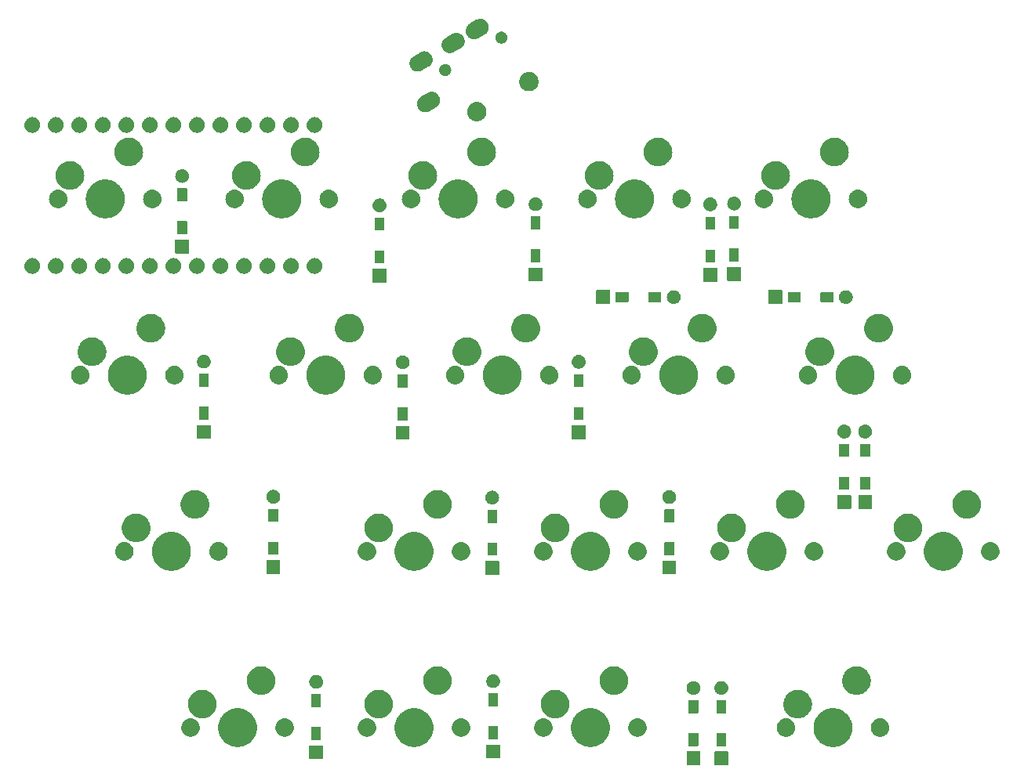
<source format=gbr>
G04 #@! TF.GenerationSoftware,KiCad,Pcbnew,7.0.8*
G04 #@! TF.CreationDate,2024-02-12T18:05:53+09:00*
G04 #@! TF.ProjectId,cool939v2,636f6f6c-3933-4397-9632-2e6b69636164,rev?*
G04 #@! TF.SameCoordinates,Original*
G04 #@! TF.FileFunction,Soldermask,Top*
G04 #@! TF.FilePolarity,Negative*
%FSLAX46Y46*%
G04 Gerber Fmt 4.6, Leading zero omitted, Abs format (unit mm)*
G04 Created by KiCad (PCBNEW 7.0.8) date 2024-02-12 18:05:53*
%MOMM*%
%LPD*%
G01*
G04 APERTURE LIST*
G04 APERTURE END LIST*
G36*
X92808017Y-59744382D02*
G01*
X92824562Y-59755438D01*
X92835618Y-59771983D01*
X92839500Y-59791500D01*
X92839500Y-61188500D01*
X92835618Y-61208017D01*
X92824562Y-61224562D01*
X92808017Y-61235618D01*
X92788500Y-61239500D01*
X91391500Y-61239500D01*
X91371983Y-61235618D01*
X91355438Y-61224562D01*
X91344382Y-61208017D01*
X91340500Y-61188500D01*
X91340500Y-59791500D01*
X91344382Y-59771983D01*
X91355438Y-59755438D01*
X91371983Y-59744382D01*
X91391500Y-59740500D01*
X92788500Y-59740500D01*
X92808017Y-59744382D01*
G37*
G36*
X95818017Y-59744382D02*
G01*
X95834562Y-59755438D01*
X95845618Y-59771983D01*
X95849500Y-59791500D01*
X95849500Y-61188500D01*
X95845618Y-61208017D01*
X95834562Y-61224562D01*
X95818017Y-61235618D01*
X95798500Y-61239500D01*
X94401500Y-61239500D01*
X94381983Y-61235618D01*
X94365438Y-61224562D01*
X94354382Y-61208017D01*
X94350500Y-61188500D01*
X94350500Y-59791500D01*
X94354382Y-59771983D01*
X94365438Y-59755438D01*
X94381983Y-59744382D01*
X94401500Y-59740500D01*
X95798500Y-59740500D01*
X95818017Y-59744382D01*
G37*
G36*
X52068017Y-59074382D02*
G01*
X52084562Y-59085438D01*
X52095618Y-59101983D01*
X52099500Y-59121500D01*
X52099500Y-60518500D01*
X52095618Y-60538017D01*
X52084562Y-60554562D01*
X52068017Y-60565618D01*
X52048500Y-60569500D01*
X50651500Y-60569500D01*
X50631983Y-60565618D01*
X50615438Y-60554562D01*
X50604382Y-60538017D01*
X50600500Y-60518500D01*
X50600500Y-59121500D01*
X50604382Y-59101983D01*
X50615438Y-59085438D01*
X50631983Y-59074382D01*
X50651500Y-59070500D01*
X52048500Y-59070500D01*
X52068017Y-59074382D01*
G37*
G36*
X71178017Y-59004382D02*
G01*
X71194562Y-59015438D01*
X71205618Y-59031983D01*
X71209500Y-59051500D01*
X71209500Y-60448500D01*
X71205618Y-60468017D01*
X71194562Y-60484562D01*
X71178017Y-60495618D01*
X71158500Y-60499500D01*
X69761500Y-60499500D01*
X69741983Y-60495618D01*
X69725438Y-60484562D01*
X69714382Y-60468017D01*
X69710500Y-60448500D01*
X69710500Y-59051500D01*
X69714382Y-59031983D01*
X69725438Y-59015438D01*
X69741983Y-59004382D01*
X69761500Y-59000500D01*
X71158500Y-59000500D01*
X71178017Y-59004382D01*
G37*
G36*
X42933151Y-55053898D02*
G01*
X43005877Y-55053898D01*
X43072179Y-55063010D01*
X43136698Y-55067240D01*
X43212169Y-55082251D01*
X43289961Y-55092944D01*
X43348785Y-55109426D01*
X43406209Y-55120848D01*
X43484961Y-55147580D01*
X43566082Y-55170310D01*
X43616741Y-55192314D01*
X43666417Y-55209177D01*
X43746617Y-55248727D01*
X43829097Y-55284553D01*
X43871267Y-55310197D01*
X43912861Y-55330709D01*
X43992475Y-55383905D01*
X44074105Y-55433546D01*
X44107831Y-55460984D01*
X44141344Y-55483377D01*
X44218172Y-55550753D01*
X44296544Y-55614514D01*
X44322194Y-55641978D01*
X44347941Y-55664558D01*
X44419676Y-55746356D01*
X44492269Y-55824084D01*
X44510533Y-55849959D01*
X44529122Y-55871155D01*
X44593399Y-55967352D01*
X44657635Y-56058354D01*
X44669484Y-56081222D01*
X44681788Y-56099636D01*
X44736244Y-56210063D01*
X44789561Y-56312959D01*
X44796201Y-56331644D01*
X44803323Y-56346085D01*
X44845673Y-56470844D01*
X44885589Y-56583157D01*
X44888415Y-56596758D01*
X44891651Y-56606290D01*
X44919715Y-56747384D01*
X44943931Y-56863914D01*
X44944474Y-56871855D01*
X44945259Y-56875801D01*
X44957079Y-57056136D01*
X44963500Y-57150000D01*
X44957078Y-57243870D01*
X44945259Y-57424198D01*
X44944474Y-57428142D01*
X44943931Y-57436086D01*
X44919711Y-57552637D01*
X44891651Y-57693709D01*
X44888415Y-57703239D01*
X44885589Y-57716843D01*
X44845665Y-57829176D01*
X44803322Y-57953917D01*
X44796201Y-57968355D01*
X44789561Y-57987041D01*
X44736250Y-58089924D01*
X44681790Y-58200361D01*
X44669484Y-58218776D01*
X44657635Y-58241646D01*
X44593391Y-58332657D01*
X44529122Y-58428844D01*
X44510537Y-58450035D01*
X44492269Y-58475916D01*
X44419662Y-58553658D01*
X44347941Y-58635441D01*
X44322199Y-58658015D01*
X44296544Y-58685486D01*
X44218156Y-58749258D01*
X44141344Y-58816622D01*
X44107838Y-58839009D01*
X44074105Y-58866454D01*
X43992458Y-58916104D01*
X43912861Y-58969290D01*
X43871275Y-58989797D01*
X43829097Y-59015447D01*
X43746600Y-59051280D01*
X43666417Y-59090822D01*
X43616751Y-59107681D01*
X43566082Y-59129690D01*
X43484944Y-59152423D01*
X43406209Y-59179151D01*
X43348798Y-59190570D01*
X43289961Y-59207056D01*
X43212153Y-59217750D01*
X43136698Y-59232759D01*
X43072193Y-59236987D01*
X43005877Y-59246102D01*
X42933136Y-59246102D01*
X42862500Y-59250732D01*
X42791864Y-59246102D01*
X42719123Y-59246102D01*
X42652807Y-59236987D01*
X42588301Y-59232759D01*
X42512843Y-59217749D01*
X42435039Y-59207056D01*
X42376204Y-59190571D01*
X42318790Y-59179151D01*
X42240049Y-59152422D01*
X42158918Y-59129690D01*
X42108251Y-59107682D01*
X42058582Y-59090822D01*
X41978391Y-59051276D01*
X41895903Y-59015447D01*
X41853728Y-58989799D01*
X41812138Y-58969290D01*
X41732530Y-58916097D01*
X41650895Y-58866454D01*
X41617166Y-58839013D01*
X41583655Y-58816622D01*
X41506829Y-58749247D01*
X41428456Y-58685486D01*
X41402805Y-58658020D01*
X41377058Y-58635441D01*
X41305321Y-58553641D01*
X41232731Y-58475916D01*
X41214466Y-58450041D01*
X41195877Y-58428844D01*
X41131589Y-58332631D01*
X41067365Y-58241646D01*
X41055518Y-58218783D01*
X41043209Y-58200361D01*
X40988728Y-58089884D01*
X40935439Y-57987041D01*
X40928800Y-57968362D01*
X40921677Y-57953917D01*
X40879311Y-57829113D01*
X40839411Y-57716843D01*
X40836585Y-57703246D01*
X40833348Y-57693709D01*
X40805265Y-57552525D01*
X40781069Y-57436086D01*
X40780526Y-57428150D01*
X40779740Y-57424198D01*
X40767897Y-57243520D01*
X40761500Y-57150000D01*
X40767896Y-57056487D01*
X40779740Y-56875801D01*
X40780526Y-56871847D01*
X40781069Y-56863914D01*
X40805260Y-56747496D01*
X40833348Y-56606290D01*
X40836586Y-56596750D01*
X40839411Y-56583157D01*
X40879304Y-56470907D01*
X40921676Y-56346085D01*
X40928800Y-56331637D01*
X40935439Y-56312959D01*
X40988734Y-56210103D01*
X41043211Y-56099636D01*
X41055518Y-56081216D01*
X41067365Y-56058354D01*
X41131582Y-55967379D01*
X41195877Y-55871155D01*
X41214470Y-55849953D01*
X41232731Y-55824084D01*
X41305307Y-55746374D01*
X41377058Y-55664558D01*
X41402810Y-55641973D01*
X41428456Y-55614514D01*
X41506813Y-55550765D01*
X41583655Y-55483377D01*
X41617172Y-55460981D01*
X41650895Y-55433546D01*
X41732520Y-55383908D01*
X41812136Y-55330711D01*
X41853728Y-55310199D01*
X41895903Y-55284553D01*
X41978385Y-55248726D01*
X42058585Y-55209176D01*
X42108262Y-55192312D01*
X42158918Y-55170310D01*
X42240033Y-55147582D01*
X42318790Y-55120848D01*
X42376216Y-55109425D01*
X42435039Y-55092944D01*
X42512827Y-55082252D01*
X42588301Y-55067240D01*
X42652821Y-55063010D01*
X42719123Y-55053898D01*
X42791849Y-55053898D01*
X42862500Y-55049267D01*
X42933151Y-55053898D01*
G37*
G36*
X61983151Y-55053898D02*
G01*
X62055877Y-55053898D01*
X62122179Y-55063010D01*
X62186698Y-55067240D01*
X62262169Y-55082251D01*
X62339961Y-55092944D01*
X62398785Y-55109426D01*
X62456209Y-55120848D01*
X62534961Y-55147580D01*
X62616082Y-55170310D01*
X62666741Y-55192314D01*
X62716417Y-55209177D01*
X62796617Y-55248727D01*
X62879097Y-55284553D01*
X62921267Y-55310197D01*
X62962861Y-55330709D01*
X63042475Y-55383905D01*
X63124105Y-55433546D01*
X63157831Y-55460984D01*
X63191344Y-55483377D01*
X63268172Y-55550753D01*
X63346544Y-55614514D01*
X63372194Y-55641978D01*
X63397941Y-55664558D01*
X63469676Y-55746356D01*
X63542269Y-55824084D01*
X63560533Y-55849959D01*
X63579122Y-55871155D01*
X63643399Y-55967352D01*
X63707635Y-56058354D01*
X63719484Y-56081222D01*
X63731788Y-56099636D01*
X63786244Y-56210063D01*
X63839561Y-56312959D01*
X63846201Y-56331644D01*
X63853323Y-56346085D01*
X63895673Y-56470844D01*
X63935589Y-56583157D01*
X63938415Y-56596758D01*
X63941651Y-56606290D01*
X63969715Y-56747384D01*
X63993931Y-56863914D01*
X63994474Y-56871855D01*
X63995259Y-56875801D01*
X64007079Y-57056136D01*
X64013500Y-57150000D01*
X64007078Y-57243870D01*
X63995259Y-57424198D01*
X63994474Y-57428142D01*
X63993931Y-57436086D01*
X63969711Y-57552637D01*
X63941651Y-57693709D01*
X63938415Y-57703239D01*
X63935589Y-57716843D01*
X63895665Y-57829176D01*
X63853322Y-57953917D01*
X63846201Y-57968355D01*
X63839561Y-57987041D01*
X63786250Y-58089924D01*
X63731790Y-58200361D01*
X63719484Y-58218776D01*
X63707635Y-58241646D01*
X63643391Y-58332657D01*
X63579122Y-58428844D01*
X63560537Y-58450035D01*
X63542269Y-58475916D01*
X63469662Y-58553658D01*
X63397941Y-58635441D01*
X63372199Y-58658015D01*
X63346544Y-58685486D01*
X63268156Y-58749258D01*
X63191344Y-58816622D01*
X63157838Y-58839009D01*
X63124105Y-58866454D01*
X63042458Y-58916104D01*
X62962861Y-58969290D01*
X62921275Y-58989797D01*
X62879097Y-59015447D01*
X62796600Y-59051280D01*
X62716417Y-59090822D01*
X62666751Y-59107681D01*
X62616082Y-59129690D01*
X62534944Y-59152423D01*
X62456209Y-59179151D01*
X62398798Y-59190570D01*
X62339961Y-59207056D01*
X62262153Y-59217750D01*
X62186698Y-59232759D01*
X62122193Y-59236987D01*
X62055877Y-59246102D01*
X61983136Y-59246102D01*
X61912500Y-59250732D01*
X61841864Y-59246102D01*
X61769123Y-59246102D01*
X61702807Y-59236987D01*
X61638301Y-59232759D01*
X61562843Y-59217749D01*
X61485039Y-59207056D01*
X61426204Y-59190571D01*
X61368790Y-59179151D01*
X61290049Y-59152422D01*
X61208918Y-59129690D01*
X61158251Y-59107682D01*
X61108582Y-59090822D01*
X61028391Y-59051276D01*
X60945903Y-59015447D01*
X60903728Y-58989799D01*
X60862138Y-58969290D01*
X60782530Y-58916097D01*
X60700895Y-58866454D01*
X60667166Y-58839013D01*
X60633655Y-58816622D01*
X60556829Y-58749247D01*
X60478456Y-58685486D01*
X60452805Y-58658020D01*
X60427058Y-58635441D01*
X60355321Y-58553641D01*
X60282731Y-58475916D01*
X60264466Y-58450041D01*
X60245877Y-58428844D01*
X60181589Y-58332631D01*
X60117365Y-58241646D01*
X60105518Y-58218783D01*
X60093209Y-58200361D01*
X60038728Y-58089884D01*
X59985439Y-57987041D01*
X59978800Y-57968362D01*
X59971677Y-57953917D01*
X59929311Y-57829113D01*
X59889411Y-57716843D01*
X59886585Y-57703246D01*
X59883348Y-57693709D01*
X59855265Y-57552525D01*
X59831069Y-57436086D01*
X59830526Y-57428150D01*
X59829740Y-57424198D01*
X59817897Y-57243520D01*
X59811500Y-57150000D01*
X59817896Y-57056487D01*
X59829740Y-56875801D01*
X59830526Y-56871847D01*
X59831069Y-56863914D01*
X59855260Y-56747496D01*
X59883348Y-56606290D01*
X59886586Y-56596750D01*
X59889411Y-56583157D01*
X59929304Y-56470907D01*
X59971676Y-56346085D01*
X59978800Y-56331637D01*
X59985439Y-56312959D01*
X60038734Y-56210103D01*
X60093211Y-56099636D01*
X60105518Y-56081216D01*
X60117365Y-56058354D01*
X60181582Y-55967379D01*
X60245877Y-55871155D01*
X60264470Y-55849953D01*
X60282731Y-55824084D01*
X60355307Y-55746374D01*
X60427058Y-55664558D01*
X60452810Y-55641973D01*
X60478456Y-55614514D01*
X60556813Y-55550765D01*
X60633655Y-55483377D01*
X60667172Y-55460981D01*
X60700895Y-55433546D01*
X60782520Y-55383908D01*
X60862136Y-55330711D01*
X60903728Y-55310199D01*
X60945903Y-55284553D01*
X61028385Y-55248726D01*
X61108585Y-55209176D01*
X61158262Y-55192312D01*
X61208918Y-55170310D01*
X61290033Y-55147582D01*
X61368790Y-55120848D01*
X61426216Y-55109425D01*
X61485039Y-55092944D01*
X61562827Y-55082252D01*
X61638301Y-55067240D01*
X61702821Y-55063010D01*
X61769123Y-55053898D01*
X61841849Y-55053898D01*
X61912500Y-55049267D01*
X61983151Y-55053898D01*
G37*
G36*
X81033151Y-55053898D02*
G01*
X81105877Y-55053898D01*
X81172179Y-55063010D01*
X81236698Y-55067240D01*
X81312169Y-55082251D01*
X81389961Y-55092944D01*
X81448785Y-55109426D01*
X81506209Y-55120848D01*
X81584961Y-55147580D01*
X81666082Y-55170310D01*
X81716741Y-55192314D01*
X81766417Y-55209177D01*
X81846617Y-55248727D01*
X81929097Y-55284553D01*
X81971267Y-55310197D01*
X82012861Y-55330709D01*
X82092475Y-55383905D01*
X82174105Y-55433546D01*
X82207831Y-55460984D01*
X82241344Y-55483377D01*
X82318172Y-55550753D01*
X82396544Y-55614514D01*
X82422194Y-55641978D01*
X82447941Y-55664558D01*
X82519676Y-55746356D01*
X82592269Y-55824084D01*
X82610533Y-55849959D01*
X82629122Y-55871155D01*
X82693399Y-55967352D01*
X82757635Y-56058354D01*
X82769484Y-56081222D01*
X82781788Y-56099636D01*
X82836244Y-56210063D01*
X82889561Y-56312959D01*
X82896201Y-56331644D01*
X82903323Y-56346085D01*
X82945673Y-56470844D01*
X82985589Y-56583157D01*
X82988415Y-56596758D01*
X82991651Y-56606290D01*
X83019715Y-56747384D01*
X83043931Y-56863914D01*
X83044474Y-56871855D01*
X83045259Y-56875801D01*
X83057079Y-57056136D01*
X83063500Y-57150000D01*
X83057078Y-57243870D01*
X83045259Y-57424198D01*
X83044474Y-57428142D01*
X83043931Y-57436086D01*
X83019711Y-57552637D01*
X82991651Y-57693709D01*
X82988415Y-57703239D01*
X82985589Y-57716843D01*
X82945665Y-57829176D01*
X82903322Y-57953917D01*
X82896201Y-57968355D01*
X82889561Y-57987041D01*
X82836250Y-58089924D01*
X82781790Y-58200361D01*
X82769484Y-58218776D01*
X82757635Y-58241646D01*
X82693391Y-58332657D01*
X82629122Y-58428844D01*
X82610537Y-58450035D01*
X82592269Y-58475916D01*
X82519662Y-58553658D01*
X82447941Y-58635441D01*
X82422199Y-58658015D01*
X82396544Y-58685486D01*
X82318156Y-58749258D01*
X82241344Y-58816622D01*
X82207838Y-58839009D01*
X82174105Y-58866454D01*
X82092458Y-58916104D01*
X82012861Y-58969290D01*
X81971275Y-58989797D01*
X81929097Y-59015447D01*
X81846600Y-59051280D01*
X81766417Y-59090822D01*
X81716751Y-59107681D01*
X81666082Y-59129690D01*
X81584944Y-59152423D01*
X81506209Y-59179151D01*
X81448798Y-59190570D01*
X81389961Y-59207056D01*
X81312153Y-59217750D01*
X81236698Y-59232759D01*
X81172193Y-59236987D01*
X81105877Y-59246102D01*
X81033136Y-59246102D01*
X80962500Y-59250732D01*
X80891864Y-59246102D01*
X80819123Y-59246102D01*
X80752807Y-59236987D01*
X80688301Y-59232759D01*
X80612843Y-59217749D01*
X80535039Y-59207056D01*
X80476204Y-59190571D01*
X80418790Y-59179151D01*
X80340049Y-59152422D01*
X80258918Y-59129690D01*
X80208251Y-59107682D01*
X80158582Y-59090822D01*
X80078391Y-59051276D01*
X79995903Y-59015447D01*
X79953728Y-58989799D01*
X79912138Y-58969290D01*
X79832530Y-58916097D01*
X79750895Y-58866454D01*
X79717166Y-58839013D01*
X79683655Y-58816622D01*
X79606829Y-58749247D01*
X79528456Y-58685486D01*
X79502805Y-58658020D01*
X79477058Y-58635441D01*
X79405321Y-58553641D01*
X79332731Y-58475916D01*
X79314466Y-58450041D01*
X79295877Y-58428844D01*
X79231589Y-58332631D01*
X79167365Y-58241646D01*
X79155518Y-58218783D01*
X79143209Y-58200361D01*
X79088728Y-58089884D01*
X79035439Y-57987041D01*
X79028800Y-57968362D01*
X79021677Y-57953917D01*
X78979311Y-57829113D01*
X78939411Y-57716843D01*
X78936585Y-57703246D01*
X78933348Y-57693709D01*
X78905265Y-57552525D01*
X78881069Y-57436086D01*
X78880526Y-57428150D01*
X78879740Y-57424198D01*
X78867897Y-57243520D01*
X78861500Y-57150000D01*
X78867896Y-57056487D01*
X78879740Y-56875801D01*
X78880526Y-56871847D01*
X78881069Y-56863914D01*
X78905260Y-56747496D01*
X78933348Y-56606290D01*
X78936586Y-56596750D01*
X78939411Y-56583157D01*
X78979304Y-56470907D01*
X79021676Y-56346085D01*
X79028800Y-56331637D01*
X79035439Y-56312959D01*
X79088734Y-56210103D01*
X79143211Y-56099636D01*
X79155518Y-56081216D01*
X79167365Y-56058354D01*
X79231582Y-55967379D01*
X79295877Y-55871155D01*
X79314470Y-55849953D01*
X79332731Y-55824084D01*
X79405307Y-55746374D01*
X79477058Y-55664558D01*
X79502810Y-55641973D01*
X79528456Y-55614514D01*
X79606813Y-55550765D01*
X79683655Y-55483377D01*
X79717172Y-55460981D01*
X79750895Y-55433546D01*
X79832520Y-55383908D01*
X79912136Y-55330711D01*
X79953728Y-55310199D01*
X79995903Y-55284553D01*
X80078385Y-55248726D01*
X80158585Y-55209176D01*
X80208262Y-55192312D01*
X80258918Y-55170310D01*
X80340033Y-55147582D01*
X80418790Y-55120848D01*
X80476216Y-55109425D01*
X80535039Y-55092944D01*
X80612827Y-55082252D01*
X80688301Y-55067240D01*
X80752821Y-55063010D01*
X80819123Y-55053898D01*
X80891849Y-55053898D01*
X80962500Y-55049267D01*
X81033151Y-55053898D01*
G37*
G36*
X107227151Y-55053898D02*
G01*
X107299877Y-55053898D01*
X107366179Y-55063010D01*
X107430698Y-55067240D01*
X107506169Y-55082251D01*
X107583961Y-55092944D01*
X107642785Y-55109426D01*
X107700209Y-55120848D01*
X107778961Y-55147580D01*
X107860082Y-55170310D01*
X107910741Y-55192314D01*
X107960417Y-55209177D01*
X108040617Y-55248727D01*
X108123097Y-55284553D01*
X108165267Y-55310197D01*
X108206861Y-55330709D01*
X108286475Y-55383905D01*
X108368105Y-55433546D01*
X108401831Y-55460984D01*
X108435344Y-55483377D01*
X108512172Y-55550753D01*
X108590544Y-55614514D01*
X108616194Y-55641978D01*
X108641941Y-55664558D01*
X108713676Y-55746356D01*
X108786269Y-55824084D01*
X108804533Y-55849959D01*
X108823122Y-55871155D01*
X108887399Y-55967352D01*
X108951635Y-56058354D01*
X108963484Y-56081222D01*
X108975788Y-56099636D01*
X109030244Y-56210063D01*
X109083561Y-56312959D01*
X109090201Y-56331644D01*
X109097323Y-56346085D01*
X109139673Y-56470844D01*
X109179589Y-56583157D01*
X109182415Y-56596758D01*
X109185651Y-56606290D01*
X109213715Y-56747384D01*
X109237931Y-56863914D01*
X109238474Y-56871855D01*
X109239259Y-56875801D01*
X109251079Y-57056136D01*
X109257500Y-57150000D01*
X109251078Y-57243870D01*
X109239259Y-57424198D01*
X109238474Y-57428142D01*
X109237931Y-57436086D01*
X109213711Y-57552637D01*
X109185651Y-57693709D01*
X109182415Y-57703239D01*
X109179589Y-57716843D01*
X109139665Y-57829176D01*
X109097322Y-57953917D01*
X109090201Y-57968355D01*
X109083561Y-57987041D01*
X109030250Y-58089924D01*
X108975790Y-58200361D01*
X108963484Y-58218776D01*
X108951635Y-58241646D01*
X108887391Y-58332657D01*
X108823122Y-58428844D01*
X108804537Y-58450035D01*
X108786269Y-58475916D01*
X108713662Y-58553658D01*
X108641941Y-58635441D01*
X108616199Y-58658015D01*
X108590544Y-58685486D01*
X108512156Y-58749258D01*
X108435344Y-58816622D01*
X108401838Y-58839009D01*
X108368105Y-58866454D01*
X108286458Y-58916104D01*
X108206861Y-58969290D01*
X108165275Y-58989797D01*
X108123097Y-59015447D01*
X108040600Y-59051280D01*
X107960417Y-59090822D01*
X107910751Y-59107681D01*
X107860082Y-59129690D01*
X107778944Y-59152423D01*
X107700209Y-59179151D01*
X107642798Y-59190570D01*
X107583961Y-59207056D01*
X107506153Y-59217750D01*
X107430698Y-59232759D01*
X107366193Y-59236987D01*
X107299877Y-59246102D01*
X107227136Y-59246102D01*
X107156500Y-59250732D01*
X107085864Y-59246102D01*
X107013123Y-59246102D01*
X106946807Y-59236987D01*
X106882301Y-59232759D01*
X106806843Y-59217749D01*
X106729039Y-59207056D01*
X106670204Y-59190571D01*
X106612790Y-59179151D01*
X106534049Y-59152422D01*
X106452918Y-59129690D01*
X106402251Y-59107682D01*
X106352582Y-59090822D01*
X106272391Y-59051276D01*
X106189903Y-59015447D01*
X106147728Y-58989799D01*
X106106138Y-58969290D01*
X106026530Y-58916097D01*
X105944895Y-58866454D01*
X105911166Y-58839013D01*
X105877655Y-58816622D01*
X105800829Y-58749247D01*
X105722456Y-58685486D01*
X105696805Y-58658020D01*
X105671058Y-58635441D01*
X105599321Y-58553641D01*
X105526731Y-58475916D01*
X105508466Y-58450041D01*
X105489877Y-58428844D01*
X105425589Y-58332631D01*
X105361365Y-58241646D01*
X105349518Y-58218783D01*
X105337209Y-58200361D01*
X105282728Y-58089884D01*
X105229439Y-57987041D01*
X105222800Y-57968362D01*
X105215677Y-57953917D01*
X105173311Y-57829113D01*
X105133411Y-57716843D01*
X105130585Y-57703246D01*
X105127348Y-57693709D01*
X105099265Y-57552525D01*
X105075069Y-57436086D01*
X105074526Y-57428150D01*
X105073740Y-57424198D01*
X105061897Y-57243520D01*
X105055500Y-57150000D01*
X105061896Y-57056487D01*
X105073740Y-56875801D01*
X105074526Y-56871847D01*
X105075069Y-56863914D01*
X105099260Y-56747496D01*
X105127348Y-56606290D01*
X105130586Y-56596750D01*
X105133411Y-56583157D01*
X105173304Y-56470907D01*
X105215676Y-56346085D01*
X105222800Y-56331637D01*
X105229439Y-56312959D01*
X105282734Y-56210103D01*
X105337211Y-56099636D01*
X105349518Y-56081216D01*
X105361365Y-56058354D01*
X105425582Y-55967379D01*
X105489877Y-55871155D01*
X105508470Y-55849953D01*
X105526731Y-55824084D01*
X105599307Y-55746374D01*
X105671058Y-55664558D01*
X105696810Y-55641973D01*
X105722456Y-55614514D01*
X105800813Y-55550765D01*
X105877655Y-55483377D01*
X105911172Y-55460981D01*
X105944895Y-55433546D01*
X106026520Y-55383908D01*
X106106136Y-55330711D01*
X106147728Y-55310199D01*
X106189903Y-55284553D01*
X106272385Y-55248726D01*
X106352585Y-55209176D01*
X106402262Y-55192312D01*
X106452918Y-55170310D01*
X106534033Y-55147582D01*
X106612790Y-55120848D01*
X106670216Y-55109425D01*
X106729039Y-55092944D01*
X106806827Y-55082252D01*
X106882301Y-55067240D01*
X106946821Y-55063010D01*
X107013123Y-55053898D01*
X107085849Y-55053898D01*
X107156500Y-55049267D01*
X107227151Y-55053898D01*
G37*
G36*
X92584517Y-57757882D02*
G01*
X92601062Y-57768938D01*
X92612118Y-57785483D01*
X92616000Y-57805000D01*
X92616000Y-59105000D01*
X92612118Y-59124517D01*
X92601062Y-59141062D01*
X92584517Y-59152118D01*
X92565000Y-59156000D01*
X91615000Y-59156000D01*
X91595483Y-59152118D01*
X91578938Y-59141062D01*
X91567882Y-59124517D01*
X91564000Y-59105000D01*
X91564000Y-57805000D01*
X91567882Y-57785483D01*
X91578938Y-57768938D01*
X91595483Y-57757882D01*
X91615000Y-57754000D01*
X92565000Y-57754000D01*
X92584517Y-57757882D01*
G37*
G36*
X95594517Y-57757882D02*
G01*
X95611062Y-57768938D01*
X95622118Y-57785483D01*
X95626000Y-57805000D01*
X95626000Y-59105000D01*
X95622118Y-59124517D01*
X95611062Y-59141062D01*
X95594517Y-59152118D01*
X95575000Y-59156000D01*
X94625000Y-59156000D01*
X94605483Y-59152118D01*
X94588938Y-59141062D01*
X94577882Y-59124517D01*
X94574000Y-59105000D01*
X94574000Y-57805000D01*
X94577882Y-57785483D01*
X94588938Y-57768938D01*
X94605483Y-57757882D01*
X94625000Y-57754000D01*
X95575000Y-57754000D01*
X95594517Y-57757882D01*
G37*
G36*
X51844517Y-57087882D02*
G01*
X51861062Y-57098938D01*
X51872118Y-57115483D01*
X51876000Y-57135000D01*
X51876000Y-58435000D01*
X51872118Y-58454517D01*
X51861062Y-58471062D01*
X51844517Y-58482118D01*
X51825000Y-58486000D01*
X50875000Y-58486000D01*
X50855483Y-58482118D01*
X50838938Y-58471062D01*
X50827882Y-58454517D01*
X50824000Y-58435000D01*
X50824000Y-57135000D01*
X50827882Y-57115483D01*
X50838938Y-57098938D01*
X50855483Y-57087882D01*
X50875000Y-57084000D01*
X51825000Y-57084000D01*
X51844517Y-57087882D01*
G37*
G36*
X70954517Y-57017882D02*
G01*
X70971062Y-57028938D01*
X70982118Y-57045483D01*
X70986000Y-57065000D01*
X70986000Y-58365000D01*
X70982118Y-58384517D01*
X70971062Y-58401062D01*
X70954517Y-58412118D01*
X70935000Y-58416000D01*
X69985000Y-58416000D01*
X69965483Y-58412118D01*
X69948938Y-58401062D01*
X69937882Y-58384517D01*
X69934000Y-58365000D01*
X69934000Y-57065000D01*
X69937882Y-57045483D01*
X69948938Y-57028938D01*
X69965483Y-57017882D01*
X69985000Y-57014000D01*
X70935000Y-57014000D01*
X70954517Y-57017882D01*
G37*
G36*
X37831265Y-56153803D02*
G01*
X37874809Y-56153803D01*
X37923301Y-56162867D01*
X37977785Y-56168234D01*
X38019175Y-56180789D01*
X38056292Y-56187728D01*
X38107699Y-56207643D01*
X38165566Y-56225197D01*
X38198629Y-56242869D01*
X38228447Y-56254421D01*
X38280255Y-56286499D01*
X38338626Y-56317699D01*
X38363151Y-56337826D01*
X38385414Y-56351611D01*
X38434739Y-56396577D01*
X38490314Y-56442186D01*
X38506783Y-56462253D01*
X38521850Y-56475989D01*
X38565594Y-56533915D01*
X38614801Y-56593874D01*
X38624315Y-56611673D01*
X38633110Y-56623320D01*
X38668102Y-56693595D01*
X38707303Y-56766934D01*
X38711483Y-56780716D01*
X38715406Y-56788593D01*
X38738574Y-56870021D01*
X38764266Y-56954715D01*
X38765110Y-56963284D01*
X38765929Y-56966163D01*
X38774442Y-57058035D01*
X38783500Y-57150000D01*
X38774441Y-57241972D01*
X38765929Y-57333836D01*
X38765110Y-57336713D01*
X38764266Y-57345285D01*
X38738569Y-57429993D01*
X38715406Y-57511406D01*
X38711484Y-57519281D01*
X38707303Y-57533066D01*
X38668095Y-57606418D01*
X38633110Y-57676679D01*
X38624316Y-57688322D01*
X38614801Y-57706126D01*
X38565584Y-57766096D01*
X38521850Y-57824010D01*
X38506786Y-57837742D01*
X38490314Y-57857814D01*
X38434728Y-57903431D01*
X38385414Y-57948388D01*
X38363156Y-57962169D01*
X38338626Y-57982301D01*
X38280243Y-58013507D01*
X38228447Y-58045578D01*
X38198636Y-58057126D01*
X38165566Y-58074803D01*
X38107687Y-58092360D01*
X38056292Y-58112271D01*
X38019182Y-58119208D01*
X37977785Y-58131766D01*
X37923298Y-58137132D01*
X37874809Y-58146197D01*
X37831265Y-58146197D01*
X37782500Y-58151000D01*
X37733735Y-58146197D01*
X37690191Y-58146197D01*
X37641700Y-58137132D01*
X37587215Y-58131766D01*
X37545818Y-58119208D01*
X37508707Y-58112271D01*
X37457307Y-58092358D01*
X37399434Y-58074803D01*
X37366366Y-58057128D01*
X37336552Y-58045578D01*
X37284749Y-58013503D01*
X37226374Y-57982301D01*
X37201846Y-57962171D01*
X37179585Y-57948388D01*
X37130261Y-57903423D01*
X37074686Y-57857814D01*
X37058216Y-57837745D01*
X37043149Y-57824010D01*
X36999402Y-57766080D01*
X36950199Y-57706126D01*
X36940685Y-57688327D01*
X36931889Y-57676679D01*
X36896889Y-57606390D01*
X36857697Y-57533066D01*
X36853517Y-57519286D01*
X36849593Y-57511406D01*
X36826414Y-57429940D01*
X36800734Y-57345285D01*
X36799890Y-57336719D01*
X36799070Y-57333836D01*
X36790541Y-57241800D01*
X36781500Y-57150000D01*
X36790540Y-57058207D01*
X36799070Y-56966163D01*
X36799890Y-56963279D01*
X36800734Y-56954715D01*
X36826409Y-56870074D01*
X36849593Y-56788593D01*
X36853517Y-56780710D01*
X36857697Y-56766934D01*
X36896882Y-56693622D01*
X36931889Y-56623320D01*
X36940687Y-56611669D01*
X36950199Y-56593874D01*
X36999393Y-56533930D01*
X37043149Y-56475989D01*
X37058219Y-56462250D01*
X37074686Y-56442186D01*
X37130250Y-56396585D01*
X37179585Y-56351611D01*
X37201851Y-56337824D01*
X37226374Y-56317699D01*
X37284737Y-56286503D01*
X37336552Y-56254421D01*
X37366373Y-56242868D01*
X37399434Y-56225197D01*
X37457295Y-56207644D01*
X37508707Y-56187728D01*
X37545825Y-56180789D01*
X37587215Y-56168234D01*
X37641697Y-56162867D01*
X37690191Y-56153803D01*
X37733735Y-56153803D01*
X37782500Y-56149000D01*
X37831265Y-56153803D01*
G37*
G36*
X47991265Y-56153803D02*
G01*
X48034809Y-56153803D01*
X48083301Y-56162867D01*
X48137785Y-56168234D01*
X48179175Y-56180789D01*
X48216292Y-56187728D01*
X48267699Y-56207643D01*
X48325566Y-56225197D01*
X48358629Y-56242869D01*
X48388447Y-56254421D01*
X48440255Y-56286499D01*
X48498626Y-56317699D01*
X48523151Y-56337826D01*
X48545414Y-56351611D01*
X48594739Y-56396577D01*
X48650314Y-56442186D01*
X48666783Y-56462253D01*
X48681850Y-56475989D01*
X48725594Y-56533915D01*
X48774801Y-56593874D01*
X48784315Y-56611673D01*
X48793110Y-56623320D01*
X48828102Y-56693595D01*
X48867303Y-56766934D01*
X48871483Y-56780716D01*
X48875406Y-56788593D01*
X48898574Y-56870021D01*
X48924266Y-56954715D01*
X48925110Y-56963284D01*
X48925929Y-56966163D01*
X48934442Y-57058035D01*
X48943500Y-57150000D01*
X48934441Y-57241972D01*
X48925929Y-57333836D01*
X48925110Y-57336713D01*
X48924266Y-57345285D01*
X48898569Y-57429993D01*
X48875406Y-57511406D01*
X48871484Y-57519281D01*
X48867303Y-57533066D01*
X48828095Y-57606418D01*
X48793110Y-57676679D01*
X48784316Y-57688322D01*
X48774801Y-57706126D01*
X48725584Y-57766096D01*
X48681850Y-57824010D01*
X48666786Y-57837742D01*
X48650314Y-57857814D01*
X48594728Y-57903431D01*
X48545414Y-57948388D01*
X48523156Y-57962169D01*
X48498626Y-57982301D01*
X48440243Y-58013507D01*
X48388447Y-58045578D01*
X48358636Y-58057126D01*
X48325566Y-58074803D01*
X48267687Y-58092360D01*
X48216292Y-58112271D01*
X48179182Y-58119208D01*
X48137785Y-58131766D01*
X48083298Y-58137132D01*
X48034809Y-58146197D01*
X47991265Y-58146197D01*
X47942500Y-58151000D01*
X47893735Y-58146197D01*
X47850191Y-58146197D01*
X47801700Y-58137132D01*
X47747215Y-58131766D01*
X47705818Y-58119208D01*
X47668707Y-58112271D01*
X47617307Y-58092358D01*
X47559434Y-58074803D01*
X47526366Y-58057128D01*
X47496552Y-58045578D01*
X47444749Y-58013503D01*
X47386374Y-57982301D01*
X47361846Y-57962171D01*
X47339585Y-57948388D01*
X47290261Y-57903423D01*
X47234686Y-57857814D01*
X47218216Y-57837745D01*
X47203149Y-57824010D01*
X47159402Y-57766080D01*
X47110199Y-57706126D01*
X47100685Y-57688327D01*
X47091889Y-57676679D01*
X47056889Y-57606390D01*
X47017697Y-57533066D01*
X47013517Y-57519286D01*
X47009593Y-57511406D01*
X46986414Y-57429940D01*
X46960734Y-57345285D01*
X46959890Y-57336719D01*
X46959070Y-57333836D01*
X46950541Y-57241800D01*
X46941500Y-57150000D01*
X46950540Y-57058207D01*
X46959070Y-56966163D01*
X46959890Y-56963279D01*
X46960734Y-56954715D01*
X46986409Y-56870074D01*
X47009593Y-56788593D01*
X47013517Y-56780710D01*
X47017697Y-56766934D01*
X47056882Y-56693622D01*
X47091889Y-56623320D01*
X47100687Y-56611669D01*
X47110199Y-56593874D01*
X47159393Y-56533930D01*
X47203149Y-56475989D01*
X47218219Y-56462250D01*
X47234686Y-56442186D01*
X47290250Y-56396585D01*
X47339585Y-56351611D01*
X47361851Y-56337824D01*
X47386374Y-56317699D01*
X47444737Y-56286503D01*
X47496552Y-56254421D01*
X47526373Y-56242868D01*
X47559434Y-56225197D01*
X47617295Y-56207644D01*
X47668707Y-56187728D01*
X47705825Y-56180789D01*
X47747215Y-56168234D01*
X47801697Y-56162867D01*
X47850191Y-56153803D01*
X47893735Y-56153803D01*
X47942500Y-56149000D01*
X47991265Y-56153803D01*
G37*
G36*
X56881265Y-56153803D02*
G01*
X56924809Y-56153803D01*
X56973301Y-56162867D01*
X57027785Y-56168234D01*
X57069175Y-56180789D01*
X57106292Y-56187728D01*
X57157699Y-56207643D01*
X57215566Y-56225197D01*
X57248629Y-56242869D01*
X57278447Y-56254421D01*
X57330255Y-56286499D01*
X57388626Y-56317699D01*
X57413151Y-56337826D01*
X57435414Y-56351611D01*
X57484739Y-56396577D01*
X57540314Y-56442186D01*
X57556783Y-56462253D01*
X57571850Y-56475989D01*
X57615594Y-56533915D01*
X57664801Y-56593874D01*
X57674315Y-56611673D01*
X57683110Y-56623320D01*
X57718102Y-56693595D01*
X57757303Y-56766934D01*
X57761483Y-56780716D01*
X57765406Y-56788593D01*
X57788574Y-56870021D01*
X57814266Y-56954715D01*
X57815110Y-56963284D01*
X57815929Y-56966163D01*
X57824442Y-57058035D01*
X57833500Y-57150000D01*
X57824441Y-57241972D01*
X57815929Y-57333836D01*
X57815110Y-57336713D01*
X57814266Y-57345285D01*
X57788569Y-57429993D01*
X57765406Y-57511406D01*
X57761484Y-57519281D01*
X57757303Y-57533066D01*
X57718095Y-57606418D01*
X57683110Y-57676679D01*
X57674316Y-57688322D01*
X57664801Y-57706126D01*
X57615584Y-57766096D01*
X57571850Y-57824010D01*
X57556786Y-57837742D01*
X57540314Y-57857814D01*
X57484728Y-57903431D01*
X57435414Y-57948388D01*
X57413156Y-57962169D01*
X57388626Y-57982301D01*
X57330243Y-58013507D01*
X57278447Y-58045578D01*
X57248636Y-58057126D01*
X57215566Y-58074803D01*
X57157687Y-58092360D01*
X57106292Y-58112271D01*
X57069182Y-58119208D01*
X57027785Y-58131766D01*
X56973298Y-58137132D01*
X56924809Y-58146197D01*
X56881265Y-58146197D01*
X56832500Y-58151000D01*
X56783735Y-58146197D01*
X56740191Y-58146197D01*
X56691700Y-58137132D01*
X56637215Y-58131766D01*
X56595818Y-58119208D01*
X56558707Y-58112271D01*
X56507307Y-58092358D01*
X56449434Y-58074803D01*
X56416366Y-58057128D01*
X56386552Y-58045578D01*
X56334749Y-58013503D01*
X56276374Y-57982301D01*
X56251846Y-57962171D01*
X56229585Y-57948388D01*
X56180261Y-57903423D01*
X56124686Y-57857814D01*
X56108216Y-57837745D01*
X56093149Y-57824010D01*
X56049402Y-57766080D01*
X56000199Y-57706126D01*
X55990685Y-57688327D01*
X55981889Y-57676679D01*
X55946889Y-57606390D01*
X55907697Y-57533066D01*
X55903517Y-57519286D01*
X55899593Y-57511406D01*
X55876414Y-57429940D01*
X55850734Y-57345285D01*
X55849890Y-57336719D01*
X55849070Y-57333836D01*
X55840541Y-57241800D01*
X55831500Y-57150000D01*
X55840540Y-57058207D01*
X55849070Y-56966163D01*
X55849890Y-56963279D01*
X55850734Y-56954715D01*
X55876409Y-56870074D01*
X55899593Y-56788593D01*
X55903517Y-56780710D01*
X55907697Y-56766934D01*
X55946882Y-56693622D01*
X55981889Y-56623320D01*
X55990687Y-56611669D01*
X56000199Y-56593874D01*
X56049393Y-56533930D01*
X56093149Y-56475989D01*
X56108219Y-56462250D01*
X56124686Y-56442186D01*
X56180250Y-56396585D01*
X56229585Y-56351611D01*
X56251851Y-56337824D01*
X56276374Y-56317699D01*
X56334737Y-56286503D01*
X56386552Y-56254421D01*
X56416373Y-56242868D01*
X56449434Y-56225197D01*
X56507295Y-56207644D01*
X56558707Y-56187728D01*
X56595825Y-56180789D01*
X56637215Y-56168234D01*
X56691697Y-56162867D01*
X56740191Y-56153803D01*
X56783735Y-56153803D01*
X56832500Y-56149000D01*
X56881265Y-56153803D01*
G37*
G36*
X67041265Y-56153803D02*
G01*
X67084809Y-56153803D01*
X67133301Y-56162867D01*
X67187785Y-56168234D01*
X67229175Y-56180789D01*
X67266292Y-56187728D01*
X67317699Y-56207643D01*
X67375566Y-56225197D01*
X67408629Y-56242869D01*
X67438447Y-56254421D01*
X67490255Y-56286499D01*
X67548626Y-56317699D01*
X67573151Y-56337826D01*
X67595414Y-56351611D01*
X67644739Y-56396577D01*
X67700314Y-56442186D01*
X67716783Y-56462253D01*
X67731850Y-56475989D01*
X67775594Y-56533915D01*
X67824801Y-56593874D01*
X67834315Y-56611673D01*
X67843110Y-56623320D01*
X67878102Y-56693595D01*
X67917303Y-56766934D01*
X67921483Y-56780716D01*
X67925406Y-56788593D01*
X67948574Y-56870021D01*
X67974266Y-56954715D01*
X67975110Y-56963284D01*
X67975929Y-56966163D01*
X67984442Y-57058035D01*
X67993500Y-57150000D01*
X67984441Y-57241972D01*
X67975929Y-57333836D01*
X67975110Y-57336713D01*
X67974266Y-57345285D01*
X67948569Y-57429993D01*
X67925406Y-57511406D01*
X67921484Y-57519281D01*
X67917303Y-57533066D01*
X67878095Y-57606418D01*
X67843110Y-57676679D01*
X67834316Y-57688322D01*
X67824801Y-57706126D01*
X67775584Y-57766096D01*
X67731850Y-57824010D01*
X67716786Y-57837742D01*
X67700314Y-57857814D01*
X67644728Y-57903431D01*
X67595414Y-57948388D01*
X67573156Y-57962169D01*
X67548626Y-57982301D01*
X67490243Y-58013507D01*
X67438447Y-58045578D01*
X67408636Y-58057126D01*
X67375566Y-58074803D01*
X67317687Y-58092360D01*
X67266292Y-58112271D01*
X67229182Y-58119208D01*
X67187785Y-58131766D01*
X67133298Y-58137132D01*
X67084809Y-58146197D01*
X67041265Y-58146197D01*
X66992500Y-58151000D01*
X66943735Y-58146197D01*
X66900191Y-58146197D01*
X66851700Y-58137132D01*
X66797215Y-58131766D01*
X66755818Y-58119208D01*
X66718707Y-58112271D01*
X66667307Y-58092358D01*
X66609434Y-58074803D01*
X66576366Y-58057128D01*
X66546552Y-58045578D01*
X66494749Y-58013503D01*
X66436374Y-57982301D01*
X66411846Y-57962171D01*
X66389585Y-57948388D01*
X66340261Y-57903423D01*
X66284686Y-57857814D01*
X66268216Y-57837745D01*
X66253149Y-57824010D01*
X66209402Y-57766080D01*
X66160199Y-57706126D01*
X66150685Y-57688327D01*
X66141889Y-57676679D01*
X66106889Y-57606390D01*
X66067697Y-57533066D01*
X66063517Y-57519286D01*
X66059593Y-57511406D01*
X66036414Y-57429940D01*
X66010734Y-57345285D01*
X66009890Y-57336719D01*
X66009070Y-57333836D01*
X66000541Y-57241800D01*
X65991500Y-57150000D01*
X66000540Y-57058207D01*
X66009070Y-56966163D01*
X66009890Y-56963279D01*
X66010734Y-56954715D01*
X66036409Y-56870074D01*
X66059593Y-56788593D01*
X66063517Y-56780710D01*
X66067697Y-56766934D01*
X66106882Y-56693622D01*
X66141889Y-56623320D01*
X66150687Y-56611669D01*
X66160199Y-56593874D01*
X66209393Y-56533930D01*
X66253149Y-56475989D01*
X66268219Y-56462250D01*
X66284686Y-56442186D01*
X66340250Y-56396585D01*
X66389585Y-56351611D01*
X66411851Y-56337824D01*
X66436374Y-56317699D01*
X66494737Y-56286503D01*
X66546552Y-56254421D01*
X66576373Y-56242868D01*
X66609434Y-56225197D01*
X66667295Y-56207644D01*
X66718707Y-56187728D01*
X66755825Y-56180789D01*
X66797215Y-56168234D01*
X66851697Y-56162867D01*
X66900191Y-56153803D01*
X66943735Y-56153803D01*
X66992500Y-56149000D01*
X67041265Y-56153803D01*
G37*
G36*
X75931265Y-56153803D02*
G01*
X75974809Y-56153803D01*
X76023301Y-56162867D01*
X76077785Y-56168234D01*
X76119175Y-56180789D01*
X76156292Y-56187728D01*
X76207699Y-56207643D01*
X76265566Y-56225197D01*
X76298629Y-56242869D01*
X76328447Y-56254421D01*
X76380255Y-56286499D01*
X76438626Y-56317699D01*
X76463151Y-56337826D01*
X76485414Y-56351611D01*
X76534739Y-56396577D01*
X76590314Y-56442186D01*
X76606783Y-56462253D01*
X76621850Y-56475989D01*
X76665594Y-56533915D01*
X76714801Y-56593874D01*
X76724315Y-56611673D01*
X76733110Y-56623320D01*
X76768102Y-56693595D01*
X76807303Y-56766934D01*
X76811483Y-56780716D01*
X76815406Y-56788593D01*
X76838574Y-56870021D01*
X76864266Y-56954715D01*
X76865110Y-56963284D01*
X76865929Y-56966163D01*
X76874442Y-57058035D01*
X76883500Y-57150000D01*
X76874441Y-57241972D01*
X76865929Y-57333836D01*
X76865110Y-57336713D01*
X76864266Y-57345285D01*
X76838569Y-57429993D01*
X76815406Y-57511406D01*
X76811484Y-57519281D01*
X76807303Y-57533066D01*
X76768095Y-57606418D01*
X76733110Y-57676679D01*
X76724316Y-57688322D01*
X76714801Y-57706126D01*
X76665584Y-57766096D01*
X76621850Y-57824010D01*
X76606786Y-57837742D01*
X76590314Y-57857814D01*
X76534728Y-57903431D01*
X76485414Y-57948388D01*
X76463156Y-57962169D01*
X76438626Y-57982301D01*
X76380243Y-58013507D01*
X76328447Y-58045578D01*
X76298636Y-58057126D01*
X76265566Y-58074803D01*
X76207687Y-58092360D01*
X76156292Y-58112271D01*
X76119182Y-58119208D01*
X76077785Y-58131766D01*
X76023298Y-58137132D01*
X75974809Y-58146197D01*
X75931265Y-58146197D01*
X75882500Y-58151000D01*
X75833735Y-58146197D01*
X75790191Y-58146197D01*
X75741700Y-58137132D01*
X75687215Y-58131766D01*
X75645818Y-58119208D01*
X75608707Y-58112271D01*
X75557307Y-58092358D01*
X75499434Y-58074803D01*
X75466366Y-58057128D01*
X75436552Y-58045578D01*
X75384749Y-58013503D01*
X75326374Y-57982301D01*
X75301846Y-57962171D01*
X75279585Y-57948388D01*
X75230261Y-57903423D01*
X75174686Y-57857814D01*
X75158216Y-57837745D01*
X75143149Y-57824010D01*
X75099402Y-57766080D01*
X75050199Y-57706126D01*
X75040685Y-57688327D01*
X75031889Y-57676679D01*
X74996889Y-57606390D01*
X74957697Y-57533066D01*
X74953517Y-57519286D01*
X74949593Y-57511406D01*
X74926414Y-57429940D01*
X74900734Y-57345285D01*
X74899890Y-57336719D01*
X74899070Y-57333836D01*
X74890541Y-57241800D01*
X74881500Y-57150000D01*
X74890540Y-57058207D01*
X74899070Y-56966163D01*
X74899890Y-56963279D01*
X74900734Y-56954715D01*
X74926409Y-56870074D01*
X74949593Y-56788593D01*
X74953517Y-56780710D01*
X74957697Y-56766934D01*
X74996882Y-56693622D01*
X75031889Y-56623320D01*
X75040687Y-56611669D01*
X75050199Y-56593874D01*
X75099393Y-56533930D01*
X75143149Y-56475989D01*
X75158219Y-56462250D01*
X75174686Y-56442186D01*
X75230250Y-56396585D01*
X75279585Y-56351611D01*
X75301851Y-56337824D01*
X75326374Y-56317699D01*
X75384737Y-56286503D01*
X75436552Y-56254421D01*
X75466373Y-56242868D01*
X75499434Y-56225197D01*
X75557295Y-56207644D01*
X75608707Y-56187728D01*
X75645825Y-56180789D01*
X75687215Y-56168234D01*
X75741697Y-56162867D01*
X75790191Y-56153803D01*
X75833735Y-56153803D01*
X75882500Y-56149000D01*
X75931265Y-56153803D01*
G37*
G36*
X86091265Y-56153803D02*
G01*
X86134809Y-56153803D01*
X86183301Y-56162867D01*
X86237785Y-56168234D01*
X86279175Y-56180789D01*
X86316292Y-56187728D01*
X86367699Y-56207643D01*
X86425566Y-56225197D01*
X86458629Y-56242869D01*
X86488447Y-56254421D01*
X86540255Y-56286499D01*
X86598626Y-56317699D01*
X86623151Y-56337826D01*
X86645414Y-56351611D01*
X86694739Y-56396577D01*
X86750314Y-56442186D01*
X86766783Y-56462253D01*
X86781850Y-56475989D01*
X86825594Y-56533915D01*
X86874801Y-56593874D01*
X86884315Y-56611673D01*
X86893110Y-56623320D01*
X86928102Y-56693595D01*
X86967303Y-56766934D01*
X86971483Y-56780716D01*
X86975406Y-56788593D01*
X86998574Y-56870021D01*
X87024266Y-56954715D01*
X87025110Y-56963284D01*
X87025929Y-56966163D01*
X87034442Y-57058035D01*
X87043500Y-57150000D01*
X87034441Y-57241972D01*
X87025929Y-57333836D01*
X87025110Y-57336713D01*
X87024266Y-57345285D01*
X86998569Y-57429993D01*
X86975406Y-57511406D01*
X86971484Y-57519281D01*
X86967303Y-57533066D01*
X86928095Y-57606418D01*
X86893110Y-57676679D01*
X86884316Y-57688322D01*
X86874801Y-57706126D01*
X86825584Y-57766096D01*
X86781850Y-57824010D01*
X86766786Y-57837742D01*
X86750314Y-57857814D01*
X86694728Y-57903431D01*
X86645414Y-57948388D01*
X86623156Y-57962169D01*
X86598626Y-57982301D01*
X86540243Y-58013507D01*
X86488447Y-58045578D01*
X86458636Y-58057126D01*
X86425566Y-58074803D01*
X86367687Y-58092360D01*
X86316292Y-58112271D01*
X86279182Y-58119208D01*
X86237785Y-58131766D01*
X86183298Y-58137132D01*
X86134809Y-58146197D01*
X86091265Y-58146197D01*
X86042500Y-58151000D01*
X85993735Y-58146197D01*
X85950191Y-58146197D01*
X85901700Y-58137132D01*
X85847215Y-58131766D01*
X85805818Y-58119208D01*
X85768707Y-58112271D01*
X85717307Y-58092358D01*
X85659434Y-58074803D01*
X85626366Y-58057128D01*
X85596552Y-58045578D01*
X85544749Y-58013503D01*
X85486374Y-57982301D01*
X85461846Y-57962171D01*
X85439585Y-57948388D01*
X85390261Y-57903423D01*
X85334686Y-57857814D01*
X85318216Y-57837745D01*
X85303149Y-57824010D01*
X85259402Y-57766080D01*
X85210199Y-57706126D01*
X85200685Y-57688327D01*
X85191889Y-57676679D01*
X85156889Y-57606390D01*
X85117697Y-57533066D01*
X85113517Y-57519286D01*
X85109593Y-57511406D01*
X85086414Y-57429940D01*
X85060734Y-57345285D01*
X85059890Y-57336719D01*
X85059070Y-57333836D01*
X85050541Y-57241800D01*
X85041500Y-57150000D01*
X85050540Y-57058207D01*
X85059070Y-56966163D01*
X85059890Y-56963279D01*
X85060734Y-56954715D01*
X85086409Y-56870074D01*
X85109593Y-56788593D01*
X85113517Y-56780710D01*
X85117697Y-56766934D01*
X85156882Y-56693622D01*
X85191889Y-56623320D01*
X85200687Y-56611669D01*
X85210199Y-56593874D01*
X85259393Y-56533930D01*
X85303149Y-56475989D01*
X85318219Y-56462250D01*
X85334686Y-56442186D01*
X85390250Y-56396585D01*
X85439585Y-56351611D01*
X85461851Y-56337824D01*
X85486374Y-56317699D01*
X85544737Y-56286503D01*
X85596552Y-56254421D01*
X85626373Y-56242868D01*
X85659434Y-56225197D01*
X85717295Y-56207644D01*
X85768707Y-56187728D01*
X85805825Y-56180789D01*
X85847215Y-56168234D01*
X85901697Y-56162867D01*
X85950191Y-56153803D01*
X85993735Y-56153803D01*
X86042500Y-56149000D01*
X86091265Y-56153803D01*
G37*
G36*
X102125265Y-56153803D02*
G01*
X102168809Y-56153803D01*
X102217301Y-56162867D01*
X102271785Y-56168234D01*
X102313175Y-56180789D01*
X102350292Y-56187728D01*
X102401699Y-56207643D01*
X102459566Y-56225197D01*
X102492629Y-56242869D01*
X102522447Y-56254421D01*
X102574255Y-56286499D01*
X102632626Y-56317699D01*
X102657151Y-56337826D01*
X102679414Y-56351611D01*
X102728739Y-56396577D01*
X102784314Y-56442186D01*
X102800783Y-56462253D01*
X102815850Y-56475989D01*
X102859594Y-56533915D01*
X102908801Y-56593874D01*
X102918315Y-56611673D01*
X102927110Y-56623320D01*
X102962102Y-56693595D01*
X103001303Y-56766934D01*
X103005483Y-56780716D01*
X103009406Y-56788593D01*
X103032574Y-56870021D01*
X103058266Y-56954715D01*
X103059110Y-56963284D01*
X103059929Y-56966163D01*
X103068442Y-57058035D01*
X103077500Y-57150000D01*
X103068441Y-57241972D01*
X103059929Y-57333836D01*
X103059110Y-57336713D01*
X103058266Y-57345285D01*
X103032569Y-57429993D01*
X103009406Y-57511406D01*
X103005484Y-57519281D01*
X103001303Y-57533066D01*
X102962095Y-57606418D01*
X102927110Y-57676679D01*
X102918316Y-57688322D01*
X102908801Y-57706126D01*
X102859584Y-57766096D01*
X102815850Y-57824010D01*
X102800786Y-57837742D01*
X102784314Y-57857814D01*
X102728728Y-57903431D01*
X102679414Y-57948388D01*
X102657156Y-57962169D01*
X102632626Y-57982301D01*
X102574243Y-58013507D01*
X102522447Y-58045578D01*
X102492636Y-58057126D01*
X102459566Y-58074803D01*
X102401687Y-58092360D01*
X102350292Y-58112271D01*
X102313182Y-58119208D01*
X102271785Y-58131766D01*
X102217298Y-58137132D01*
X102168809Y-58146197D01*
X102125265Y-58146197D01*
X102076500Y-58151000D01*
X102027735Y-58146197D01*
X101984191Y-58146197D01*
X101935700Y-58137132D01*
X101881215Y-58131766D01*
X101839818Y-58119208D01*
X101802707Y-58112271D01*
X101751307Y-58092358D01*
X101693434Y-58074803D01*
X101660366Y-58057128D01*
X101630552Y-58045578D01*
X101578749Y-58013503D01*
X101520374Y-57982301D01*
X101495846Y-57962171D01*
X101473585Y-57948388D01*
X101424261Y-57903423D01*
X101368686Y-57857814D01*
X101352216Y-57837745D01*
X101337149Y-57824010D01*
X101293402Y-57766080D01*
X101244199Y-57706126D01*
X101234685Y-57688327D01*
X101225889Y-57676679D01*
X101190889Y-57606390D01*
X101151697Y-57533066D01*
X101147517Y-57519286D01*
X101143593Y-57511406D01*
X101120414Y-57429940D01*
X101094734Y-57345285D01*
X101093890Y-57336719D01*
X101093070Y-57333836D01*
X101084541Y-57241800D01*
X101075500Y-57150000D01*
X101084540Y-57058207D01*
X101093070Y-56966163D01*
X101093890Y-56963279D01*
X101094734Y-56954715D01*
X101120409Y-56870074D01*
X101143593Y-56788593D01*
X101147517Y-56780710D01*
X101151697Y-56766934D01*
X101190882Y-56693622D01*
X101225889Y-56623320D01*
X101234687Y-56611669D01*
X101244199Y-56593874D01*
X101293393Y-56533930D01*
X101337149Y-56475989D01*
X101352219Y-56462250D01*
X101368686Y-56442186D01*
X101424250Y-56396585D01*
X101473585Y-56351611D01*
X101495851Y-56337824D01*
X101520374Y-56317699D01*
X101578737Y-56286503D01*
X101630552Y-56254421D01*
X101660373Y-56242868D01*
X101693434Y-56225197D01*
X101751295Y-56207644D01*
X101802707Y-56187728D01*
X101839825Y-56180789D01*
X101881215Y-56168234D01*
X101935697Y-56162867D01*
X101984191Y-56153803D01*
X102027735Y-56153803D01*
X102076500Y-56149000D01*
X102125265Y-56153803D01*
G37*
G36*
X112285265Y-56153803D02*
G01*
X112328809Y-56153803D01*
X112377301Y-56162867D01*
X112431785Y-56168234D01*
X112473175Y-56180789D01*
X112510292Y-56187728D01*
X112561699Y-56207643D01*
X112619566Y-56225197D01*
X112652629Y-56242869D01*
X112682447Y-56254421D01*
X112734255Y-56286499D01*
X112792626Y-56317699D01*
X112817151Y-56337826D01*
X112839414Y-56351611D01*
X112888739Y-56396577D01*
X112944314Y-56442186D01*
X112960783Y-56462253D01*
X112975850Y-56475989D01*
X113019594Y-56533915D01*
X113068801Y-56593874D01*
X113078315Y-56611673D01*
X113087110Y-56623320D01*
X113122102Y-56693595D01*
X113161303Y-56766934D01*
X113165483Y-56780716D01*
X113169406Y-56788593D01*
X113192574Y-56870021D01*
X113218266Y-56954715D01*
X113219110Y-56963284D01*
X113219929Y-56966163D01*
X113228442Y-57058035D01*
X113237500Y-57150000D01*
X113228441Y-57241972D01*
X113219929Y-57333836D01*
X113219110Y-57336713D01*
X113218266Y-57345285D01*
X113192569Y-57429993D01*
X113169406Y-57511406D01*
X113165484Y-57519281D01*
X113161303Y-57533066D01*
X113122095Y-57606418D01*
X113087110Y-57676679D01*
X113078316Y-57688322D01*
X113068801Y-57706126D01*
X113019584Y-57766096D01*
X112975850Y-57824010D01*
X112960786Y-57837742D01*
X112944314Y-57857814D01*
X112888728Y-57903431D01*
X112839414Y-57948388D01*
X112817156Y-57962169D01*
X112792626Y-57982301D01*
X112734243Y-58013507D01*
X112682447Y-58045578D01*
X112652636Y-58057126D01*
X112619566Y-58074803D01*
X112561687Y-58092360D01*
X112510292Y-58112271D01*
X112473182Y-58119208D01*
X112431785Y-58131766D01*
X112377298Y-58137132D01*
X112328809Y-58146197D01*
X112285265Y-58146197D01*
X112236500Y-58151000D01*
X112187735Y-58146197D01*
X112144191Y-58146197D01*
X112095700Y-58137132D01*
X112041215Y-58131766D01*
X111999818Y-58119208D01*
X111962707Y-58112271D01*
X111911307Y-58092358D01*
X111853434Y-58074803D01*
X111820366Y-58057128D01*
X111790552Y-58045578D01*
X111738749Y-58013503D01*
X111680374Y-57982301D01*
X111655846Y-57962171D01*
X111633585Y-57948388D01*
X111584261Y-57903423D01*
X111528686Y-57857814D01*
X111512216Y-57837745D01*
X111497149Y-57824010D01*
X111453402Y-57766080D01*
X111404199Y-57706126D01*
X111394685Y-57688327D01*
X111385889Y-57676679D01*
X111350889Y-57606390D01*
X111311697Y-57533066D01*
X111307517Y-57519286D01*
X111303593Y-57511406D01*
X111280414Y-57429940D01*
X111254734Y-57345285D01*
X111253890Y-57336719D01*
X111253070Y-57333836D01*
X111244541Y-57241800D01*
X111235500Y-57150000D01*
X111244540Y-57058207D01*
X111253070Y-56966163D01*
X111253890Y-56963279D01*
X111254734Y-56954715D01*
X111280409Y-56870074D01*
X111303593Y-56788593D01*
X111307517Y-56780710D01*
X111311697Y-56766934D01*
X111350882Y-56693622D01*
X111385889Y-56623320D01*
X111394687Y-56611669D01*
X111404199Y-56593874D01*
X111453393Y-56533930D01*
X111497149Y-56475989D01*
X111512219Y-56462250D01*
X111528686Y-56442186D01*
X111584250Y-56396585D01*
X111633585Y-56351611D01*
X111655851Y-56337824D01*
X111680374Y-56317699D01*
X111738737Y-56286503D01*
X111790552Y-56254421D01*
X111820373Y-56242868D01*
X111853434Y-56225197D01*
X111911295Y-56207644D01*
X111962707Y-56187728D01*
X111999825Y-56180789D01*
X112041215Y-56168234D01*
X112095697Y-56162867D01*
X112144191Y-56153803D01*
X112187735Y-56153803D01*
X112236500Y-56149000D01*
X112285265Y-56153803D01*
G37*
G36*
X39112043Y-53063686D02*
G01*
X39168380Y-53063686D01*
X39229937Y-53072964D01*
X39295130Y-53078095D01*
X39347681Y-53090711D01*
X39397550Y-53098228D01*
X39462715Y-53118328D01*
X39531785Y-53134911D01*
X39576443Y-53153409D01*
X39619019Y-53166542D01*
X39685865Y-53198733D01*
X39756639Y-53228049D01*
X39792966Y-53250310D01*
X39827822Y-53267096D01*
X39894120Y-53312297D01*
X39964155Y-53355215D01*
X39992200Y-53379167D01*
X40019313Y-53397653D01*
X40082619Y-53456392D01*
X40149223Y-53513277D01*
X40169446Y-53536956D01*
X40189206Y-53555290D01*
X40246978Y-53627734D01*
X40307285Y-53698345D01*
X40320548Y-53719988D01*
X40333706Y-53736488D01*
X40383334Y-53822447D01*
X40434451Y-53905861D01*
X40441958Y-53923984D01*
X40449588Y-53937200D01*
X40488494Y-54036331D01*
X40527589Y-54130715D01*
X40530822Y-54144184D01*
X40534257Y-54152935D01*
X40559973Y-54265604D01*
X40584405Y-54367370D01*
X40585038Y-54375423D01*
X40585830Y-54378890D01*
X40596156Y-54516692D01*
X40603500Y-54610000D01*
X40596156Y-54703315D01*
X40585830Y-54841109D01*
X40585038Y-54844574D01*
X40584405Y-54852630D01*
X40559968Y-54954414D01*
X40534257Y-55067064D01*
X40530823Y-55075812D01*
X40527589Y-55089285D01*
X40488486Y-55183686D01*
X40449588Y-55282799D01*
X40441959Y-55296011D01*
X40434451Y-55314139D01*
X40383324Y-55397569D01*
X40333706Y-55483511D01*
X40320550Y-55500007D01*
X40307285Y-55521655D01*
X40246966Y-55592279D01*
X40189206Y-55664709D01*
X40169451Y-55683038D01*
X40149223Y-55706723D01*
X40082605Y-55763618D01*
X40019313Y-55822346D01*
X39992206Y-55840827D01*
X39964155Y-55864785D01*
X39894106Y-55907710D01*
X39827822Y-55952903D01*
X39792974Y-55969684D01*
X39756639Y-55991951D01*
X39685850Y-56021272D01*
X39619019Y-56053457D01*
X39576452Y-56066586D01*
X39531785Y-56085089D01*
X39462700Y-56101674D01*
X39397550Y-56121771D01*
X39347689Y-56129286D01*
X39295130Y-56141905D01*
X39229933Y-56147035D01*
X39168380Y-56156314D01*
X39112043Y-56156314D01*
X39052500Y-56161000D01*
X38992957Y-56156314D01*
X38936620Y-56156314D01*
X38875065Y-56147035D01*
X38809870Y-56141905D01*
X38757311Y-56129286D01*
X38707449Y-56121771D01*
X38642296Y-56101673D01*
X38573215Y-56085089D01*
X38528547Y-56066587D01*
X38485981Y-56053457D01*
X38419146Y-56021271D01*
X38348361Y-55991951D01*
X38312028Y-55969686D01*
X38277175Y-55952902D01*
X38210877Y-55907700D01*
X38140845Y-55864785D01*
X38112801Y-55840833D01*
X38085688Y-55822348D01*
X38022380Y-55763607D01*
X37955777Y-55706723D01*
X37935552Y-55683043D01*
X37915793Y-55664709D01*
X37858018Y-55592261D01*
X37797715Y-55521655D01*
X37784452Y-55500012D01*
X37771293Y-55483511D01*
X37721657Y-55397540D01*
X37670549Y-55314139D01*
X37663042Y-55296017D01*
X37655411Y-55282799D01*
X37616494Y-55183640D01*
X37577411Y-55089285D01*
X37574178Y-55075819D01*
X37570742Y-55067064D01*
X37545011Y-54954329D01*
X37520595Y-54852630D01*
X37519961Y-54844581D01*
X37519169Y-54841109D01*
X37508823Y-54703050D01*
X37501500Y-54610000D01*
X37508822Y-54516957D01*
X37519169Y-54378890D01*
X37519961Y-54375416D01*
X37520595Y-54367370D01*
X37545006Y-54265689D01*
X37570742Y-54152935D01*
X37574178Y-54144178D01*
X37577411Y-54130715D01*
X37616486Y-54036377D01*
X37655411Y-53937200D01*
X37663044Y-53923978D01*
X37670549Y-53905861D01*
X37721647Y-53822475D01*
X37771293Y-53736488D01*
X37784455Y-53719983D01*
X37797715Y-53698345D01*
X37858006Y-53627752D01*
X37915793Y-53555290D01*
X37935556Y-53536951D01*
X37955777Y-53513277D01*
X38022366Y-53456404D01*
X38085688Y-53397651D01*
X38112807Y-53379161D01*
X38140845Y-53355215D01*
X38210862Y-53312308D01*
X38277175Y-53267097D01*
X38312036Y-53250308D01*
X38348361Y-53228049D01*
X38419132Y-53198734D01*
X38485981Y-53166542D01*
X38528557Y-53153408D01*
X38573215Y-53134911D01*
X38642281Y-53118329D01*
X38707449Y-53098228D01*
X38757320Y-53090711D01*
X38809870Y-53078095D01*
X38875061Y-53072964D01*
X38936620Y-53063686D01*
X38992957Y-53063686D01*
X39052500Y-53059000D01*
X39112043Y-53063686D01*
G37*
G36*
X58162043Y-53063686D02*
G01*
X58218380Y-53063686D01*
X58279937Y-53072964D01*
X58345130Y-53078095D01*
X58397681Y-53090711D01*
X58447550Y-53098228D01*
X58512715Y-53118328D01*
X58581785Y-53134911D01*
X58626443Y-53153409D01*
X58669019Y-53166542D01*
X58735865Y-53198733D01*
X58806639Y-53228049D01*
X58842966Y-53250310D01*
X58877822Y-53267096D01*
X58944120Y-53312297D01*
X59014155Y-53355215D01*
X59042200Y-53379167D01*
X59069313Y-53397653D01*
X59132619Y-53456392D01*
X59199223Y-53513277D01*
X59219446Y-53536956D01*
X59239206Y-53555290D01*
X59296978Y-53627734D01*
X59357285Y-53698345D01*
X59370548Y-53719988D01*
X59383706Y-53736488D01*
X59433334Y-53822447D01*
X59484451Y-53905861D01*
X59491958Y-53923984D01*
X59499588Y-53937200D01*
X59538494Y-54036331D01*
X59577589Y-54130715D01*
X59580822Y-54144184D01*
X59584257Y-54152935D01*
X59609973Y-54265604D01*
X59634405Y-54367370D01*
X59635038Y-54375423D01*
X59635830Y-54378890D01*
X59646156Y-54516692D01*
X59653500Y-54610000D01*
X59646156Y-54703315D01*
X59635830Y-54841109D01*
X59635038Y-54844574D01*
X59634405Y-54852630D01*
X59609968Y-54954414D01*
X59584257Y-55067064D01*
X59580823Y-55075812D01*
X59577589Y-55089285D01*
X59538486Y-55183686D01*
X59499588Y-55282799D01*
X59491959Y-55296011D01*
X59484451Y-55314139D01*
X59433324Y-55397569D01*
X59383706Y-55483511D01*
X59370550Y-55500007D01*
X59357285Y-55521655D01*
X59296966Y-55592279D01*
X59239206Y-55664709D01*
X59219451Y-55683038D01*
X59199223Y-55706723D01*
X59132605Y-55763618D01*
X59069313Y-55822346D01*
X59042206Y-55840827D01*
X59014155Y-55864785D01*
X58944106Y-55907710D01*
X58877822Y-55952903D01*
X58842974Y-55969684D01*
X58806639Y-55991951D01*
X58735850Y-56021272D01*
X58669019Y-56053457D01*
X58626452Y-56066586D01*
X58581785Y-56085089D01*
X58512700Y-56101674D01*
X58447550Y-56121771D01*
X58397689Y-56129286D01*
X58345130Y-56141905D01*
X58279933Y-56147035D01*
X58218380Y-56156314D01*
X58162043Y-56156314D01*
X58102500Y-56161000D01*
X58042957Y-56156314D01*
X57986620Y-56156314D01*
X57925065Y-56147035D01*
X57859870Y-56141905D01*
X57807311Y-56129286D01*
X57757449Y-56121771D01*
X57692296Y-56101673D01*
X57623215Y-56085089D01*
X57578547Y-56066587D01*
X57535981Y-56053457D01*
X57469146Y-56021271D01*
X57398361Y-55991951D01*
X57362028Y-55969686D01*
X57327175Y-55952902D01*
X57260877Y-55907700D01*
X57190845Y-55864785D01*
X57162801Y-55840833D01*
X57135688Y-55822348D01*
X57072380Y-55763607D01*
X57005777Y-55706723D01*
X56985552Y-55683043D01*
X56965793Y-55664709D01*
X56908018Y-55592261D01*
X56847715Y-55521655D01*
X56834452Y-55500012D01*
X56821293Y-55483511D01*
X56771657Y-55397540D01*
X56720549Y-55314139D01*
X56713042Y-55296017D01*
X56705411Y-55282799D01*
X56666494Y-55183640D01*
X56627411Y-55089285D01*
X56624178Y-55075819D01*
X56620742Y-55067064D01*
X56595011Y-54954329D01*
X56570595Y-54852630D01*
X56569961Y-54844581D01*
X56569169Y-54841109D01*
X56558823Y-54703050D01*
X56551500Y-54610000D01*
X56558822Y-54516957D01*
X56569169Y-54378890D01*
X56569961Y-54375416D01*
X56570595Y-54367370D01*
X56595006Y-54265689D01*
X56620742Y-54152935D01*
X56624178Y-54144178D01*
X56627411Y-54130715D01*
X56666486Y-54036377D01*
X56705411Y-53937200D01*
X56713044Y-53923978D01*
X56720549Y-53905861D01*
X56771647Y-53822475D01*
X56821293Y-53736488D01*
X56834455Y-53719983D01*
X56847715Y-53698345D01*
X56908006Y-53627752D01*
X56965793Y-53555290D01*
X56985556Y-53536951D01*
X57005777Y-53513277D01*
X57072366Y-53456404D01*
X57135688Y-53397651D01*
X57162807Y-53379161D01*
X57190845Y-53355215D01*
X57260862Y-53312308D01*
X57327175Y-53267097D01*
X57362036Y-53250308D01*
X57398361Y-53228049D01*
X57469132Y-53198734D01*
X57535981Y-53166542D01*
X57578557Y-53153408D01*
X57623215Y-53134911D01*
X57692281Y-53118329D01*
X57757449Y-53098228D01*
X57807320Y-53090711D01*
X57859870Y-53078095D01*
X57925061Y-53072964D01*
X57986620Y-53063686D01*
X58042957Y-53063686D01*
X58102500Y-53059000D01*
X58162043Y-53063686D01*
G37*
G36*
X77212043Y-53063686D02*
G01*
X77268380Y-53063686D01*
X77329937Y-53072964D01*
X77395130Y-53078095D01*
X77447681Y-53090711D01*
X77497550Y-53098228D01*
X77562715Y-53118328D01*
X77631785Y-53134911D01*
X77676443Y-53153409D01*
X77719019Y-53166542D01*
X77785865Y-53198733D01*
X77856639Y-53228049D01*
X77892966Y-53250310D01*
X77927822Y-53267096D01*
X77994120Y-53312297D01*
X78064155Y-53355215D01*
X78092200Y-53379167D01*
X78119313Y-53397653D01*
X78182619Y-53456392D01*
X78249223Y-53513277D01*
X78269446Y-53536956D01*
X78289206Y-53555290D01*
X78346978Y-53627734D01*
X78407285Y-53698345D01*
X78420548Y-53719988D01*
X78433706Y-53736488D01*
X78483334Y-53822447D01*
X78534451Y-53905861D01*
X78541958Y-53923984D01*
X78549588Y-53937200D01*
X78588494Y-54036331D01*
X78627589Y-54130715D01*
X78630822Y-54144184D01*
X78634257Y-54152935D01*
X78659973Y-54265604D01*
X78684405Y-54367370D01*
X78685038Y-54375423D01*
X78685830Y-54378890D01*
X78696156Y-54516692D01*
X78703500Y-54610000D01*
X78696156Y-54703315D01*
X78685830Y-54841109D01*
X78685038Y-54844574D01*
X78684405Y-54852630D01*
X78659968Y-54954414D01*
X78634257Y-55067064D01*
X78630823Y-55075812D01*
X78627589Y-55089285D01*
X78588486Y-55183686D01*
X78549588Y-55282799D01*
X78541959Y-55296011D01*
X78534451Y-55314139D01*
X78483324Y-55397569D01*
X78433706Y-55483511D01*
X78420550Y-55500007D01*
X78407285Y-55521655D01*
X78346966Y-55592279D01*
X78289206Y-55664709D01*
X78269451Y-55683038D01*
X78249223Y-55706723D01*
X78182605Y-55763618D01*
X78119313Y-55822346D01*
X78092206Y-55840827D01*
X78064155Y-55864785D01*
X77994106Y-55907710D01*
X77927822Y-55952903D01*
X77892974Y-55969684D01*
X77856639Y-55991951D01*
X77785850Y-56021272D01*
X77719019Y-56053457D01*
X77676452Y-56066586D01*
X77631785Y-56085089D01*
X77562700Y-56101674D01*
X77497550Y-56121771D01*
X77447689Y-56129286D01*
X77395130Y-56141905D01*
X77329933Y-56147035D01*
X77268380Y-56156314D01*
X77212043Y-56156314D01*
X77152500Y-56161000D01*
X77092957Y-56156314D01*
X77036620Y-56156314D01*
X76975065Y-56147035D01*
X76909870Y-56141905D01*
X76857311Y-56129286D01*
X76807449Y-56121771D01*
X76742296Y-56101673D01*
X76673215Y-56085089D01*
X76628547Y-56066587D01*
X76585981Y-56053457D01*
X76519146Y-56021271D01*
X76448361Y-55991951D01*
X76412028Y-55969686D01*
X76377175Y-55952902D01*
X76310877Y-55907700D01*
X76240845Y-55864785D01*
X76212801Y-55840833D01*
X76185688Y-55822348D01*
X76122380Y-55763607D01*
X76055777Y-55706723D01*
X76035552Y-55683043D01*
X76015793Y-55664709D01*
X75958018Y-55592261D01*
X75897715Y-55521655D01*
X75884452Y-55500012D01*
X75871293Y-55483511D01*
X75821657Y-55397540D01*
X75770549Y-55314139D01*
X75763042Y-55296017D01*
X75755411Y-55282799D01*
X75716494Y-55183640D01*
X75677411Y-55089285D01*
X75674178Y-55075819D01*
X75670742Y-55067064D01*
X75645011Y-54954329D01*
X75620595Y-54852630D01*
X75619961Y-54844581D01*
X75619169Y-54841109D01*
X75608823Y-54703050D01*
X75601500Y-54610000D01*
X75608822Y-54516957D01*
X75619169Y-54378890D01*
X75619961Y-54375416D01*
X75620595Y-54367370D01*
X75645006Y-54265689D01*
X75670742Y-54152935D01*
X75674178Y-54144178D01*
X75677411Y-54130715D01*
X75716486Y-54036377D01*
X75755411Y-53937200D01*
X75763044Y-53923978D01*
X75770549Y-53905861D01*
X75821647Y-53822475D01*
X75871293Y-53736488D01*
X75884455Y-53719983D01*
X75897715Y-53698345D01*
X75958006Y-53627752D01*
X76015793Y-53555290D01*
X76035556Y-53536951D01*
X76055777Y-53513277D01*
X76122366Y-53456404D01*
X76185688Y-53397651D01*
X76212807Y-53379161D01*
X76240845Y-53355215D01*
X76310862Y-53312308D01*
X76377175Y-53267097D01*
X76412036Y-53250308D01*
X76448361Y-53228049D01*
X76519132Y-53198734D01*
X76585981Y-53166542D01*
X76628557Y-53153408D01*
X76673215Y-53134911D01*
X76742281Y-53118329D01*
X76807449Y-53098228D01*
X76857320Y-53090711D01*
X76909870Y-53078095D01*
X76975061Y-53072964D01*
X77036620Y-53063686D01*
X77092957Y-53063686D01*
X77152500Y-53059000D01*
X77212043Y-53063686D01*
G37*
G36*
X103406043Y-53063686D02*
G01*
X103462380Y-53063686D01*
X103523937Y-53072964D01*
X103589130Y-53078095D01*
X103641681Y-53090711D01*
X103691550Y-53098228D01*
X103756715Y-53118328D01*
X103825785Y-53134911D01*
X103870443Y-53153409D01*
X103913019Y-53166542D01*
X103979865Y-53198733D01*
X104050639Y-53228049D01*
X104086966Y-53250310D01*
X104121822Y-53267096D01*
X104188120Y-53312297D01*
X104258155Y-53355215D01*
X104286200Y-53379167D01*
X104313313Y-53397653D01*
X104376619Y-53456392D01*
X104443223Y-53513277D01*
X104463446Y-53536956D01*
X104483206Y-53555290D01*
X104540978Y-53627734D01*
X104601285Y-53698345D01*
X104614548Y-53719988D01*
X104627706Y-53736488D01*
X104677334Y-53822447D01*
X104728451Y-53905861D01*
X104735958Y-53923984D01*
X104743588Y-53937200D01*
X104782494Y-54036331D01*
X104821589Y-54130715D01*
X104824822Y-54144184D01*
X104828257Y-54152935D01*
X104853973Y-54265604D01*
X104878405Y-54367370D01*
X104879038Y-54375423D01*
X104879830Y-54378890D01*
X104890156Y-54516692D01*
X104897500Y-54610000D01*
X104890156Y-54703315D01*
X104879830Y-54841109D01*
X104879038Y-54844574D01*
X104878405Y-54852630D01*
X104853968Y-54954414D01*
X104828257Y-55067064D01*
X104824823Y-55075812D01*
X104821589Y-55089285D01*
X104782486Y-55183686D01*
X104743588Y-55282799D01*
X104735959Y-55296011D01*
X104728451Y-55314139D01*
X104677324Y-55397569D01*
X104627706Y-55483511D01*
X104614550Y-55500007D01*
X104601285Y-55521655D01*
X104540966Y-55592279D01*
X104483206Y-55664709D01*
X104463451Y-55683038D01*
X104443223Y-55706723D01*
X104376605Y-55763618D01*
X104313313Y-55822346D01*
X104286206Y-55840827D01*
X104258155Y-55864785D01*
X104188106Y-55907710D01*
X104121822Y-55952903D01*
X104086974Y-55969684D01*
X104050639Y-55991951D01*
X103979850Y-56021272D01*
X103913019Y-56053457D01*
X103870452Y-56066586D01*
X103825785Y-56085089D01*
X103756700Y-56101674D01*
X103691550Y-56121771D01*
X103641689Y-56129286D01*
X103589130Y-56141905D01*
X103523933Y-56147035D01*
X103462380Y-56156314D01*
X103406043Y-56156314D01*
X103346500Y-56161000D01*
X103286957Y-56156314D01*
X103230620Y-56156314D01*
X103169065Y-56147035D01*
X103103870Y-56141905D01*
X103051311Y-56129286D01*
X103001449Y-56121771D01*
X102936296Y-56101673D01*
X102867215Y-56085089D01*
X102822547Y-56066587D01*
X102779981Y-56053457D01*
X102713146Y-56021271D01*
X102642361Y-55991951D01*
X102606028Y-55969686D01*
X102571175Y-55952902D01*
X102504877Y-55907700D01*
X102434845Y-55864785D01*
X102406801Y-55840833D01*
X102379688Y-55822348D01*
X102316380Y-55763607D01*
X102249777Y-55706723D01*
X102229552Y-55683043D01*
X102209793Y-55664709D01*
X102152018Y-55592261D01*
X102091715Y-55521655D01*
X102078452Y-55500012D01*
X102065293Y-55483511D01*
X102015657Y-55397540D01*
X101964549Y-55314139D01*
X101957042Y-55296017D01*
X101949411Y-55282799D01*
X101910494Y-55183640D01*
X101871411Y-55089285D01*
X101868178Y-55075819D01*
X101864742Y-55067064D01*
X101839011Y-54954329D01*
X101814595Y-54852630D01*
X101813961Y-54844581D01*
X101813169Y-54841109D01*
X101802823Y-54703050D01*
X101795500Y-54610000D01*
X101802822Y-54516957D01*
X101813169Y-54378890D01*
X101813961Y-54375416D01*
X101814595Y-54367370D01*
X101839006Y-54265689D01*
X101864742Y-54152935D01*
X101868178Y-54144178D01*
X101871411Y-54130715D01*
X101910486Y-54036377D01*
X101949411Y-53937200D01*
X101957044Y-53923978D01*
X101964549Y-53905861D01*
X102015647Y-53822475D01*
X102065293Y-53736488D01*
X102078455Y-53719983D01*
X102091715Y-53698345D01*
X102152006Y-53627752D01*
X102209793Y-53555290D01*
X102229556Y-53536951D01*
X102249777Y-53513277D01*
X102316366Y-53456404D01*
X102379688Y-53397651D01*
X102406807Y-53379161D01*
X102434845Y-53355215D01*
X102504862Y-53312308D01*
X102571175Y-53267097D01*
X102606036Y-53250308D01*
X102642361Y-53228049D01*
X102713132Y-53198734D01*
X102779981Y-53166542D01*
X102822557Y-53153408D01*
X102867215Y-53134911D01*
X102936281Y-53118329D01*
X103001449Y-53098228D01*
X103051320Y-53090711D01*
X103103870Y-53078095D01*
X103169061Y-53072964D01*
X103230620Y-53063686D01*
X103286957Y-53063686D01*
X103346500Y-53059000D01*
X103406043Y-53063686D01*
G37*
G36*
X92584517Y-54207882D02*
G01*
X92601062Y-54218938D01*
X92612118Y-54235483D01*
X92616000Y-54255000D01*
X92616000Y-55555000D01*
X92612118Y-55574517D01*
X92601062Y-55591062D01*
X92584517Y-55602118D01*
X92565000Y-55606000D01*
X91615000Y-55606000D01*
X91595483Y-55602118D01*
X91578938Y-55591062D01*
X91567882Y-55574517D01*
X91564000Y-55555000D01*
X91564000Y-54255000D01*
X91567882Y-54235483D01*
X91578938Y-54218938D01*
X91595483Y-54207882D01*
X91615000Y-54204000D01*
X92565000Y-54204000D01*
X92584517Y-54207882D01*
G37*
G36*
X95594517Y-54207882D02*
G01*
X95611062Y-54218938D01*
X95622118Y-54235483D01*
X95626000Y-54255000D01*
X95626000Y-55555000D01*
X95622118Y-55574517D01*
X95611062Y-55591062D01*
X95594517Y-55602118D01*
X95575000Y-55606000D01*
X94625000Y-55606000D01*
X94605483Y-55602118D01*
X94588938Y-55591062D01*
X94577882Y-55574517D01*
X94574000Y-55555000D01*
X94574000Y-54255000D01*
X94577882Y-54235483D01*
X94588938Y-54218938D01*
X94605483Y-54207882D01*
X94625000Y-54204000D01*
X95575000Y-54204000D01*
X95594517Y-54207882D01*
G37*
G36*
X51844517Y-53537882D02*
G01*
X51861062Y-53548938D01*
X51872118Y-53565483D01*
X51876000Y-53585000D01*
X51876000Y-54885000D01*
X51872118Y-54904517D01*
X51861062Y-54921062D01*
X51844517Y-54932118D01*
X51825000Y-54936000D01*
X50875000Y-54936000D01*
X50855483Y-54932118D01*
X50838938Y-54921062D01*
X50827882Y-54904517D01*
X50824000Y-54885000D01*
X50824000Y-53585000D01*
X50827882Y-53565483D01*
X50838938Y-53548938D01*
X50855483Y-53537882D01*
X50875000Y-53534000D01*
X51825000Y-53534000D01*
X51844517Y-53537882D01*
G37*
G36*
X70954517Y-53467882D02*
G01*
X70971062Y-53478938D01*
X70982118Y-53495483D01*
X70986000Y-53515000D01*
X70986000Y-54815000D01*
X70982118Y-54834517D01*
X70971062Y-54851062D01*
X70954517Y-54862118D01*
X70935000Y-54866000D01*
X69985000Y-54866000D01*
X69965483Y-54862118D01*
X69948938Y-54851062D01*
X69937882Y-54834517D01*
X69934000Y-54815000D01*
X69934000Y-53515000D01*
X69937882Y-53495483D01*
X69948938Y-53478938D01*
X69965483Y-53467882D01*
X69985000Y-53464000D01*
X70935000Y-53464000D01*
X70954517Y-53467882D01*
G37*
G36*
X45462043Y-50523686D02*
G01*
X45518380Y-50523686D01*
X45579937Y-50532964D01*
X45645130Y-50538095D01*
X45697681Y-50550711D01*
X45747550Y-50558228D01*
X45812715Y-50578328D01*
X45881785Y-50594911D01*
X45926443Y-50613409D01*
X45969019Y-50626542D01*
X46035865Y-50658733D01*
X46106639Y-50688049D01*
X46142966Y-50710310D01*
X46177822Y-50727096D01*
X46244120Y-50772297D01*
X46314155Y-50815215D01*
X46342200Y-50839167D01*
X46369313Y-50857653D01*
X46432619Y-50916392D01*
X46499223Y-50973277D01*
X46519446Y-50996956D01*
X46539206Y-51015290D01*
X46596978Y-51087734D01*
X46657285Y-51158345D01*
X46670548Y-51179988D01*
X46683706Y-51196488D01*
X46733334Y-51282447D01*
X46784451Y-51365861D01*
X46791958Y-51383984D01*
X46799588Y-51397200D01*
X46838494Y-51496331D01*
X46877589Y-51590715D01*
X46880822Y-51604184D01*
X46884257Y-51612935D01*
X46909973Y-51725604D01*
X46934405Y-51827370D01*
X46935038Y-51835423D01*
X46935830Y-51838890D01*
X46946156Y-51976692D01*
X46953500Y-52070000D01*
X46946156Y-52163315D01*
X46935830Y-52301109D01*
X46935038Y-52304574D01*
X46934405Y-52312630D01*
X46909968Y-52414414D01*
X46884257Y-52527064D01*
X46880823Y-52535812D01*
X46877589Y-52549285D01*
X46838486Y-52643686D01*
X46799588Y-52742799D01*
X46791959Y-52756011D01*
X46784451Y-52774139D01*
X46733324Y-52857569D01*
X46683706Y-52943511D01*
X46670550Y-52960007D01*
X46657285Y-52981655D01*
X46596966Y-53052279D01*
X46539206Y-53124709D01*
X46519451Y-53143038D01*
X46499223Y-53166723D01*
X46432605Y-53223618D01*
X46369313Y-53282346D01*
X46342206Y-53300827D01*
X46314155Y-53324785D01*
X46244106Y-53367710D01*
X46177822Y-53412903D01*
X46142974Y-53429684D01*
X46106639Y-53451951D01*
X46035850Y-53481272D01*
X45969019Y-53513457D01*
X45926452Y-53526586D01*
X45881785Y-53545089D01*
X45812700Y-53561674D01*
X45747550Y-53581771D01*
X45697689Y-53589286D01*
X45645130Y-53601905D01*
X45579933Y-53607035D01*
X45518380Y-53616314D01*
X45462043Y-53616314D01*
X45402500Y-53621000D01*
X45342957Y-53616314D01*
X45286620Y-53616314D01*
X45225065Y-53607035D01*
X45159870Y-53601905D01*
X45107311Y-53589286D01*
X45057449Y-53581771D01*
X44992296Y-53561673D01*
X44923215Y-53545089D01*
X44878547Y-53526587D01*
X44835981Y-53513457D01*
X44769146Y-53481271D01*
X44698361Y-53451951D01*
X44662028Y-53429686D01*
X44627175Y-53412902D01*
X44560877Y-53367700D01*
X44490845Y-53324785D01*
X44462801Y-53300833D01*
X44435688Y-53282348D01*
X44372380Y-53223607D01*
X44305777Y-53166723D01*
X44285552Y-53143043D01*
X44265793Y-53124709D01*
X44208018Y-53052261D01*
X44147715Y-52981655D01*
X44134452Y-52960012D01*
X44121293Y-52943511D01*
X44071657Y-52857540D01*
X44020549Y-52774139D01*
X44013042Y-52756017D01*
X44005411Y-52742799D01*
X43966494Y-52643640D01*
X43927411Y-52549285D01*
X43924178Y-52535819D01*
X43920742Y-52527064D01*
X43895011Y-52414329D01*
X43870595Y-52312630D01*
X43869961Y-52304581D01*
X43869169Y-52301109D01*
X43858823Y-52163050D01*
X43851500Y-52070000D01*
X43858822Y-51976957D01*
X43869169Y-51838890D01*
X43869961Y-51835416D01*
X43870595Y-51827370D01*
X43895006Y-51725689D01*
X43920742Y-51612935D01*
X43924178Y-51604178D01*
X43927411Y-51590715D01*
X43966486Y-51496377D01*
X44005411Y-51397200D01*
X44013044Y-51383978D01*
X44020549Y-51365861D01*
X44071647Y-51282475D01*
X44121293Y-51196488D01*
X44134455Y-51179983D01*
X44147715Y-51158345D01*
X44208006Y-51087752D01*
X44265793Y-51015290D01*
X44285556Y-50996951D01*
X44305777Y-50973277D01*
X44372366Y-50916404D01*
X44435688Y-50857651D01*
X44462807Y-50839161D01*
X44490845Y-50815215D01*
X44560862Y-50772308D01*
X44627175Y-50727097D01*
X44662036Y-50710308D01*
X44698361Y-50688049D01*
X44769132Y-50658734D01*
X44835981Y-50626542D01*
X44878557Y-50613408D01*
X44923215Y-50594911D01*
X44992281Y-50578329D01*
X45057449Y-50558228D01*
X45107320Y-50550711D01*
X45159870Y-50538095D01*
X45225061Y-50532964D01*
X45286620Y-50523686D01*
X45342957Y-50523686D01*
X45402500Y-50519000D01*
X45462043Y-50523686D01*
G37*
G36*
X64512043Y-50523686D02*
G01*
X64568380Y-50523686D01*
X64629937Y-50532964D01*
X64695130Y-50538095D01*
X64747681Y-50550711D01*
X64797550Y-50558228D01*
X64862715Y-50578328D01*
X64931785Y-50594911D01*
X64976443Y-50613409D01*
X65019019Y-50626542D01*
X65085865Y-50658733D01*
X65156639Y-50688049D01*
X65192966Y-50710310D01*
X65227822Y-50727096D01*
X65294120Y-50772297D01*
X65364155Y-50815215D01*
X65392200Y-50839167D01*
X65419313Y-50857653D01*
X65482619Y-50916392D01*
X65549223Y-50973277D01*
X65569446Y-50996956D01*
X65589206Y-51015290D01*
X65646978Y-51087734D01*
X65707285Y-51158345D01*
X65720548Y-51179988D01*
X65733706Y-51196488D01*
X65783334Y-51282447D01*
X65834451Y-51365861D01*
X65841958Y-51383984D01*
X65849588Y-51397200D01*
X65888494Y-51496331D01*
X65927589Y-51590715D01*
X65930822Y-51604184D01*
X65934257Y-51612935D01*
X65959973Y-51725604D01*
X65984405Y-51827370D01*
X65985038Y-51835423D01*
X65985830Y-51838890D01*
X65996156Y-51976692D01*
X66003500Y-52070000D01*
X65996156Y-52163315D01*
X65985830Y-52301109D01*
X65985038Y-52304574D01*
X65984405Y-52312630D01*
X65959968Y-52414414D01*
X65934257Y-52527064D01*
X65930823Y-52535812D01*
X65927589Y-52549285D01*
X65888486Y-52643686D01*
X65849588Y-52742799D01*
X65841959Y-52756011D01*
X65834451Y-52774139D01*
X65783324Y-52857569D01*
X65733706Y-52943511D01*
X65720550Y-52960007D01*
X65707285Y-52981655D01*
X65646966Y-53052279D01*
X65589206Y-53124709D01*
X65569451Y-53143038D01*
X65549223Y-53166723D01*
X65482605Y-53223618D01*
X65419313Y-53282346D01*
X65392206Y-53300827D01*
X65364155Y-53324785D01*
X65294106Y-53367710D01*
X65227822Y-53412903D01*
X65192974Y-53429684D01*
X65156639Y-53451951D01*
X65085850Y-53481272D01*
X65019019Y-53513457D01*
X64976452Y-53526586D01*
X64931785Y-53545089D01*
X64862700Y-53561674D01*
X64797550Y-53581771D01*
X64747689Y-53589286D01*
X64695130Y-53601905D01*
X64629933Y-53607035D01*
X64568380Y-53616314D01*
X64512043Y-53616314D01*
X64452500Y-53621000D01*
X64392957Y-53616314D01*
X64336620Y-53616314D01*
X64275065Y-53607035D01*
X64209870Y-53601905D01*
X64157311Y-53589286D01*
X64107449Y-53581771D01*
X64042296Y-53561673D01*
X63973215Y-53545089D01*
X63928547Y-53526587D01*
X63885981Y-53513457D01*
X63819146Y-53481271D01*
X63748361Y-53451951D01*
X63712028Y-53429686D01*
X63677175Y-53412902D01*
X63610877Y-53367700D01*
X63540845Y-53324785D01*
X63512801Y-53300833D01*
X63485688Y-53282348D01*
X63422380Y-53223607D01*
X63355777Y-53166723D01*
X63335552Y-53143043D01*
X63315793Y-53124709D01*
X63258018Y-53052261D01*
X63197715Y-52981655D01*
X63184452Y-52960012D01*
X63171293Y-52943511D01*
X63121657Y-52857540D01*
X63070549Y-52774139D01*
X63063042Y-52756017D01*
X63055411Y-52742799D01*
X63016494Y-52643640D01*
X62977411Y-52549285D01*
X62974178Y-52535819D01*
X62970742Y-52527064D01*
X62945011Y-52414329D01*
X62920595Y-52312630D01*
X62919961Y-52304581D01*
X62919169Y-52301109D01*
X62908823Y-52163050D01*
X62901500Y-52070000D01*
X62908822Y-51976957D01*
X62919169Y-51838890D01*
X62919961Y-51835416D01*
X62920595Y-51827370D01*
X62945006Y-51725689D01*
X62970742Y-51612935D01*
X62974178Y-51604178D01*
X62977411Y-51590715D01*
X63016486Y-51496377D01*
X63055411Y-51397200D01*
X63063044Y-51383978D01*
X63070549Y-51365861D01*
X63121647Y-51282475D01*
X63171293Y-51196488D01*
X63184455Y-51179983D01*
X63197715Y-51158345D01*
X63258006Y-51087752D01*
X63315793Y-51015290D01*
X63335556Y-50996951D01*
X63355777Y-50973277D01*
X63422366Y-50916404D01*
X63485688Y-50857651D01*
X63512807Y-50839161D01*
X63540845Y-50815215D01*
X63610862Y-50772308D01*
X63677175Y-50727097D01*
X63712036Y-50710308D01*
X63748361Y-50688049D01*
X63819132Y-50658734D01*
X63885981Y-50626542D01*
X63928557Y-50613408D01*
X63973215Y-50594911D01*
X64042281Y-50578329D01*
X64107449Y-50558228D01*
X64157320Y-50550711D01*
X64209870Y-50538095D01*
X64275061Y-50532964D01*
X64336620Y-50523686D01*
X64392957Y-50523686D01*
X64452500Y-50519000D01*
X64512043Y-50523686D01*
G37*
G36*
X83562043Y-50523686D02*
G01*
X83618380Y-50523686D01*
X83679937Y-50532964D01*
X83745130Y-50538095D01*
X83797681Y-50550711D01*
X83847550Y-50558228D01*
X83912715Y-50578328D01*
X83981785Y-50594911D01*
X84026443Y-50613409D01*
X84069019Y-50626542D01*
X84135865Y-50658733D01*
X84206639Y-50688049D01*
X84242966Y-50710310D01*
X84277822Y-50727096D01*
X84344120Y-50772297D01*
X84414155Y-50815215D01*
X84442200Y-50839167D01*
X84469313Y-50857653D01*
X84532619Y-50916392D01*
X84599223Y-50973277D01*
X84619446Y-50996956D01*
X84639206Y-51015290D01*
X84696978Y-51087734D01*
X84757285Y-51158345D01*
X84770548Y-51179988D01*
X84783706Y-51196488D01*
X84833334Y-51282447D01*
X84884451Y-51365861D01*
X84891958Y-51383984D01*
X84899588Y-51397200D01*
X84938494Y-51496331D01*
X84977589Y-51590715D01*
X84980822Y-51604184D01*
X84984257Y-51612935D01*
X85009973Y-51725604D01*
X85034405Y-51827370D01*
X85035038Y-51835423D01*
X85035830Y-51838890D01*
X85046156Y-51976692D01*
X85053500Y-52070000D01*
X85046156Y-52163315D01*
X85035830Y-52301109D01*
X85035038Y-52304574D01*
X85034405Y-52312630D01*
X85009968Y-52414414D01*
X84984257Y-52527064D01*
X84980823Y-52535812D01*
X84977589Y-52549285D01*
X84938486Y-52643686D01*
X84899588Y-52742799D01*
X84891959Y-52756011D01*
X84884451Y-52774139D01*
X84833324Y-52857569D01*
X84783706Y-52943511D01*
X84770550Y-52960007D01*
X84757285Y-52981655D01*
X84696966Y-53052279D01*
X84639206Y-53124709D01*
X84619451Y-53143038D01*
X84599223Y-53166723D01*
X84532605Y-53223618D01*
X84469313Y-53282346D01*
X84442206Y-53300827D01*
X84414155Y-53324785D01*
X84344106Y-53367710D01*
X84277822Y-53412903D01*
X84242974Y-53429684D01*
X84206639Y-53451951D01*
X84135850Y-53481272D01*
X84069019Y-53513457D01*
X84026452Y-53526586D01*
X83981785Y-53545089D01*
X83912700Y-53561674D01*
X83847550Y-53581771D01*
X83797689Y-53589286D01*
X83745130Y-53601905D01*
X83679933Y-53607035D01*
X83618380Y-53616314D01*
X83562043Y-53616314D01*
X83502500Y-53621000D01*
X83442957Y-53616314D01*
X83386620Y-53616314D01*
X83325065Y-53607035D01*
X83259870Y-53601905D01*
X83207311Y-53589286D01*
X83157449Y-53581771D01*
X83092296Y-53561673D01*
X83023215Y-53545089D01*
X82978547Y-53526587D01*
X82935981Y-53513457D01*
X82869146Y-53481271D01*
X82798361Y-53451951D01*
X82762028Y-53429686D01*
X82727175Y-53412902D01*
X82660877Y-53367700D01*
X82590845Y-53324785D01*
X82562801Y-53300833D01*
X82535688Y-53282348D01*
X82472380Y-53223607D01*
X82405777Y-53166723D01*
X82385552Y-53143043D01*
X82365793Y-53124709D01*
X82308018Y-53052261D01*
X82247715Y-52981655D01*
X82234452Y-52960012D01*
X82221293Y-52943511D01*
X82171657Y-52857540D01*
X82120549Y-52774139D01*
X82113042Y-52756017D01*
X82105411Y-52742799D01*
X82066494Y-52643640D01*
X82027411Y-52549285D01*
X82024178Y-52535819D01*
X82020742Y-52527064D01*
X81995011Y-52414329D01*
X81970595Y-52312630D01*
X81969961Y-52304581D01*
X81969169Y-52301109D01*
X81958823Y-52163050D01*
X81951500Y-52070000D01*
X81958822Y-51976957D01*
X81969169Y-51838890D01*
X81969961Y-51835416D01*
X81970595Y-51827370D01*
X81995006Y-51725689D01*
X82020742Y-51612935D01*
X82024178Y-51604178D01*
X82027411Y-51590715D01*
X82066486Y-51496377D01*
X82105411Y-51397200D01*
X82113044Y-51383978D01*
X82120549Y-51365861D01*
X82171647Y-51282475D01*
X82221293Y-51196488D01*
X82234455Y-51179983D01*
X82247715Y-51158345D01*
X82308006Y-51087752D01*
X82365793Y-51015290D01*
X82385556Y-50996951D01*
X82405777Y-50973277D01*
X82472366Y-50916404D01*
X82535688Y-50857651D01*
X82562807Y-50839161D01*
X82590845Y-50815215D01*
X82660862Y-50772308D01*
X82727175Y-50727097D01*
X82762036Y-50710308D01*
X82798361Y-50688049D01*
X82869132Y-50658734D01*
X82935981Y-50626542D01*
X82978557Y-50613408D01*
X83023215Y-50594911D01*
X83092281Y-50578329D01*
X83157449Y-50558228D01*
X83207320Y-50550711D01*
X83259870Y-50538095D01*
X83325061Y-50532964D01*
X83386620Y-50523686D01*
X83442957Y-50523686D01*
X83502500Y-50519000D01*
X83562043Y-50523686D01*
G37*
G36*
X109756043Y-50523686D02*
G01*
X109812380Y-50523686D01*
X109873937Y-50532964D01*
X109939130Y-50538095D01*
X109991681Y-50550711D01*
X110041550Y-50558228D01*
X110106715Y-50578328D01*
X110175785Y-50594911D01*
X110220443Y-50613409D01*
X110263019Y-50626542D01*
X110329865Y-50658733D01*
X110400639Y-50688049D01*
X110436966Y-50710310D01*
X110471822Y-50727096D01*
X110538120Y-50772297D01*
X110608155Y-50815215D01*
X110636200Y-50839167D01*
X110663313Y-50857653D01*
X110726619Y-50916392D01*
X110793223Y-50973277D01*
X110813446Y-50996956D01*
X110833206Y-51015290D01*
X110890978Y-51087734D01*
X110951285Y-51158345D01*
X110964548Y-51179988D01*
X110977706Y-51196488D01*
X111027334Y-51282447D01*
X111078451Y-51365861D01*
X111085958Y-51383984D01*
X111093588Y-51397200D01*
X111132494Y-51496331D01*
X111171589Y-51590715D01*
X111174822Y-51604184D01*
X111178257Y-51612935D01*
X111203973Y-51725604D01*
X111228405Y-51827370D01*
X111229038Y-51835423D01*
X111229830Y-51838890D01*
X111240156Y-51976692D01*
X111247500Y-52070000D01*
X111240156Y-52163315D01*
X111229830Y-52301109D01*
X111229038Y-52304574D01*
X111228405Y-52312630D01*
X111203968Y-52414414D01*
X111178257Y-52527064D01*
X111174823Y-52535812D01*
X111171589Y-52549285D01*
X111132486Y-52643686D01*
X111093588Y-52742799D01*
X111085959Y-52756011D01*
X111078451Y-52774139D01*
X111027324Y-52857569D01*
X110977706Y-52943511D01*
X110964550Y-52960007D01*
X110951285Y-52981655D01*
X110890966Y-53052279D01*
X110833206Y-53124709D01*
X110813451Y-53143038D01*
X110793223Y-53166723D01*
X110726605Y-53223618D01*
X110663313Y-53282346D01*
X110636206Y-53300827D01*
X110608155Y-53324785D01*
X110538106Y-53367710D01*
X110471822Y-53412903D01*
X110436974Y-53429684D01*
X110400639Y-53451951D01*
X110329850Y-53481272D01*
X110263019Y-53513457D01*
X110220452Y-53526586D01*
X110175785Y-53545089D01*
X110106700Y-53561674D01*
X110041550Y-53581771D01*
X109991689Y-53589286D01*
X109939130Y-53601905D01*
X109873933Y-53607035D01*
X109812380Y-53616314D01*
X109756043Y-53616314D01*
X109696500Y-53621000D01*
X109636957Y-53616314D01*
X109580620Y-53616314D01*
X109519065Y-53607035D01*
X109453870Y-53601905D01*
X109401311Y-53589286D01*
X109351449Y-53581771D01*
X109286296Y-53561673D01*
X109217215Y-53545089D01*
X109172547Y-53526587D01*
X109129981Y-53513457D01*
X109063146Y-53481271D01*
X108992361Y-53451951D01*
X108956028Y-53429686D01*
X108921175Y-53412902D01*
X108854877Y-53367700D01*
X108784845Y-53324785D01*
X108756801Y-53300833D01*
X108729688Y-53282348D01*
X108666380Y-53223607D01*
X108599777Y-53166723D01*
X108579552Y-53143043D01*
X108559793Y-53124709D01*
X108502018Y-53052261D01*
X108441715Y-52981655D01*
X108428452Y-52960012D01*
X108415293Y-52943511D01*
X108365657Y-52857540D01*
X108314549Y-52774139D01*
X108307042Y-52756017D01*
X108299411Y-52742799D01*
X108260494Y-52643640D01*
X108221411Y-52549285D01*
X108218178Y-52535819D01*
X108214742Y-52527064D01*
X108189011Y-52414329D01*
X108164595Y-52312630D01*
X108163961Y-52304581D01*
X108163169Y-52301109D01*
X108152823Y-52163050D01*
X108145500Y-52070000D01*
X108152822Y-51976957D01*
X108163169Y-51838890D01*
X108163961Y-51835416D01*
X108164595Y-51827370D01*
X108189006Y-51725689D01*
X108214742Y-51612935D01*
X108218178Y-51604178D01*
X108221411Y-51590715D01*
X108260486Y-51496377D01*
X108299411Y-51397200D01*
X108307044Y-51383978D01*
X108314549Y-51365861D01*
X108365647Y-51282475D01*
X108415293Y-51196488D01*
X108428455Y-51179983D01*
X108441715Y-51158345D01*
X108502006Y-51087752D01*
X108559793Y-51015290D01*
X108579556Y-50996951D01*
X108599777Y-50973277D01*
X108666366Y-50916404D01*
X108729688Y-50857651D01*
X108756807Y-50839161D01*
X108784845Y-50815215D01*
X108854862Y-50772308D01*
X108921175Y-50727097D01*
X108956036Y-50710308D01*
X108992361Y-50688049D01*
X109063132Y-50658734D01*
X109129981Y-50626542D01*
X109172557Y-50613408D01*
X109217215Y-50594911D01*
X109286281Y-50578329D01*
X109351449Y-50558228D01*
X109401320Y-50550711D01*
X109453870Y-50538095D01*
X109519061Y-50532964D01*
X109580620Y-50523686D01*
X109636957Y-50523686D01*
X109696500Y-50519000D01*
X109756043Y-50523686D01*
G37*
G36*
X92132520Y-52125291D02*
G01*
X92168270Y-52125291D01*
X92208602Y-52133863D01*
X92256779Y-52139292D01*
X92291806Y-52151548D01*
X92321397Y-52157838D01*
X92364037Y-52176823D01*
X92415196Y-52194724D01*
X92441828Y-52211458D01*
X92464405Y-52221510D01*
X92506496Y-52252091D01*
X92557306Y-52284017D01*
X92575553Y-52302264D01*
X92591052Y-52313525D01*
X92629371Y-52356082D01*
X92675983Y-52402694D01*
X92686702Y-52419753D01*
X92695803Y-52429861D01*
X92726939Y-52483790D01*
X92765276Y-52544804D01*
X92770062Y-52558483D01*
X92774072Y-52565428D01*
X92794607Y-52628629D01*
X92820708Y-52703221D01*
X92821697Y-52712003D01*
X92822448Y-52714313D01*
X92829250Y-52779032D01*
X92839500Y-52870000D01*
X92829249Y-52960975D01*
X92822448Y-53025686D01*
X92821697Y-53027995D01*
X92820708Y-53036779D01*
X92794603Y-53111383D01*
X92774072Y-53174571D01*
X92770063Y-53181513D01*
X92765276Y-53195196D01*
X92726931Y-53256220D01*
X92695803Y-53310138D01*
X92686704Y-53320242D01*
X92675983Y-53337306D01*
X92629362Y-53383926D01*
X92591052Y-53426474D01*
X92575557Y-53437731D01*
X92557306Y-53455983D01*
X92506486Y-53487914D01*
X92464405Y-53518489D01*
X92441833Y-53528538D01*
X92415196Y-53545276D01*
X92364027Y-53563180D01*
X92321397Y-53582161D01*
X92291812Y-53588449D01*
X92256779Y-53600708D01*
X92208600Y-53606136D01*
X92168270Y-53614709D01*
X92132520Y-53614709D01*
X92090000Y-53619500D01*
X92047480Y-53614709D01*
X92011730Y-53614709D01*
X91971399Y-53606136D01*
X91923221Y-53600708D01*
X91888188Y-53588449D01*
X91858602Y-53582161D01*
X91815967Y-53563178D01*
X91764804Y-53545276D01*
X91738168Y-53528539D01*
X91715594Y-53518489D01*
X91673505Y-53487909D01*
X91622694Y-53455983D01*
X91604445Y-53437734D01*
X91588947Y-53426474D01*
X91550627Y-53383916D01*
X91504017Y-53337306D01*
X91493297Y-53320246D01*
X91484196Y-53310138D01*
X91453055Y-53256201D01*
X91414724Y-53195196D01*
X91409938Y-53181518D01*
X91405927Y-53174571D01*
X91385382Y-53111343D01*
X91359292Y-53036779D01*
X91358302Y-53027999D01*
X91357551Y-53025686D01*
X91350735Y-52960843D01*
X91340500Y-52870000D01*
X91350734Y-52779164D01*
X91357551Y-52714313D01*
X91358302Y-52711998D01*
X91359292Y-52703221D01*
X91385378Y-52628669D01*
X91405927Y-52565428D01*
X91409938Y-52558479D01*
X91414724Y-52544804D01*
X91453048Y-52483810D01*
X91484196Y-52429861D01*
X91493300Y-52419749D01*
X91504017Y-52402694D01*
X91550613Y-52356097D01*
X91588948Y-52313523D01*
X91604453Y-52302257D01*
X91622694Y-52284017D01*
X91673488Y-52252101D01*
X91715592Y-52221511D01*
X91738173Y-52211456D01*
X91764804Y-52194724D01*
X91815957Y-52176824D01*
X91858602Y-52157838D01*
X91888194Y-52151548D01*
X91923221Y-52139292D01*
X91971396Y-52133863D01*
X92011730Y-52125291D01*
X92047480Y-52125291D01*
X92090000Y-52120500D01*
X92132520Y-52125291D01*
G37*
G36*
X95142520Y-52125291D02*
G01*
X95178270Y-52125291D01*
X95218602Y-52133863D01*
X95266779Y-52139292D01*
X95301806Y-52151548D01*
X95331397Y-52157838D01*
X95374037Y-52176823D01*
X95425196Y-52194724D01*
X95451828Y-52211458D01*
X95474405Y-52221510D01*
X95516496Y-52252091D01*
X95567306Y-52284017D01*
X95585553Y-52302264D01*
X95601052Y-52313525D01*
X95639371Y-52356082D01*
X95685983Y-52402694D01*
X95696702Y-52419753D01*
X95705803Y-52429861D01*
X95736939Y-52483790D01*
X95775276Y-52544804D01*
X95780062Y-52558483D01*
X95784072Y-52565428D01*
X95804607Y-52628629D01*
X95830708Y-52703221D01*
X95831697Y-52712003D01*
X95832448Y-52714313D01*
X95839250Y-52779032D01*
X95849500Y-52870000D01*
X95839249Y-52960975D01*
X95832448Y-53025686D01*
X95831697Y-53027995D01*
X95830708Y-53036779D01*
X95804603Y-53111383D01*
X95784072Y-53174571D01*
X95780063Y-53181513D01*
X95775276Y-53195196D01*
X95736931Y-53256220D01*
X95705803Y-53310138D01*
X95696704Y-53320242D01*
X95685983Y-53337306D01*
X95639362Y-53383926D01*
X95601052Y-53426474D01*
X95585557Y-53437731D01*
X95567306Y-53455983D01*
X95516486Y-53487914D01*
X95474405Y-53518489D01*
X95451833Y-53528538D01*
X95425196Y-53545276D01*
X95374027Y-53563180D01*
X95331397Y-53582161D01*
X95301812Y-53588449D01*
X95266779Y-53600708D01*
X95218600Y-53606136D01*
X95178270Y-53614709D01*
X95142520Y-53614709D01*
X95100000Y-53619500D01*
X95057480Y-53614709D01*
X95021730Y-53614709D01*
X94981399Y-53606136D01*
X94933221Y-53600708D01*
X94898188Y-53588449D01*
X94868602Y-53582161D01*
X94825967Y-53563178D01*
X94774804Y-53545276D01*
X94748168Y-53528539D01*
X94725594Y-53518489D01*
X94683505Y-53487909D01*
X94632694Y-53455983D01*
X94614445Y-53437734D01*
X94598947Y-53426474D01*
X94560627Y-53383916D01*
X94514017Y-53337306D01*
X94503297Y-53320246D01*
X94494196Y-53310138D01*
X94463055Y-53256201D01*
X94424724Y-53195196D01*
X94419938Y-53181518D01*
X94415927Y-53174571D01*
X94395382Y-53111343D01*
X94369292Y-53036779D01*
X94368302Y-53027999D01*
X94367551Y-53025686D01*
X94360735Y-52960843D01*
X94350500Y-52870000D01*
X94360734Y-52779164D01*
X94367551Y-52714313D01*
X94368302Y-52711998D01*
X94369292Y-52703221D01*
X94395378Y-52628669D01*
X94415927Y-52565428D01*
X94419938Y-52558479D01*
X94424724Y-52544804D01*
X94463048Y-52483810D01*
X94494196Y-52429861D01*
X94503300Y-52419749D01*
X94514017Y-52402694D01*
X94560613Y-52356097D01*
X94598948Y-52313523D01*
X94614453Y-52302257D01*
X94632694Y-52284017D01*
X94683488Y-52252101D01*
X94725592Y-52221511D01*
X94748173Y-52211456D01*
X94774804Y-52194724D01*
X94825957Y-52176824D01*
X94868602Y-52157838D01*
X94898194Y-52151548D01*
X94933221Y-52139292D01*
X94981396Y-52133863D01*
X95021730Y-52125291D01*
X95057480Y-52125291D01*
X95100000Y-52120500D01*
X95142520Y-52125291D01*
G37*
G36*
X51392520Y-51455291D02*
G01*
X51428270Y-51455291D01*
X51468602Y-51463863D01*
X51516779Y-51469292D01*
X51551806Y-51481548D01*
X51581397Y-51487838D01*
X51624037Y-51506823D01*
X51675196Y-51524724D01*
X51701828Y-51541458D01*
X51724405Y-51551510D01*
X51766496Y-51582091D01*
X51817306Y-51614017D01*
X51835553Y-51632264D01*
X51851052Y-51643525D01*
X51889371Y-51686082D01*
X51935983Y-51732694D01*
X51946702Y-51749753D01*
X51955803Y-51759861D01*
X51986939Y-51813790D01*
X52025276Y-51874804D01*
X52030062Y-51888483D01*
X52034072Y-51895428D01*
X52054607Y-51958629D01*
X52080708Y-52033221D01*
X52081697Y-52042003D01*
X52082448Y-52044313D01*
X52089250Y-52109032D01*
X52099500Y-52200000D01*
X52089249Y-52290975D01*
X52082448Y-52355686D01*
X52081697Y-52357995D01*
X52080708Y-52366779D01*
X52054603Y-52441383D01*
X52034072Y-52504571D01*
X52030063Y-52511513D01*
X52025276Y-52525196D01*
X51986931Y-52586220D01*
X51955803Y-52640138D01*
X51946704Y-52650242D01*
X51935983Y-52667306D01*
X51889362Y-52713926D01*
X51851052Y-52756474D01*
X51835557Y-52767731D01*
X51817306Y-52785983D01*
X51766486Y-52817914D01*
X51724405Y-52848489D01*
X51701833Y-52858538D01*
X51675196Y-52875276D01*
X51624027Y-52893180D01*
X51581397Y-52912161D01*
X51551812Y-52918449D01*
X51516779Y-52930708D01*
X51468600Y-52936136D01*
X51428270Y-52944709D01*
X51392520Y-52944709D01*
X51350000Y-52949500D01*
X51307480Y-52944709D01*
X51271730Y-52944709D01*
X51231399Y-52936136D01*
X51183221Y-52930708D01*
X51148188Y-52918449D01*
X51118602Y-52912161D01*
X51075967Y-52893178D01*
X51024804Y-52875276D01*
X50998168Y-52858539D01*
X50975594Y-52848489D01*
X50933505Y-52817909D01*
X50882694Y-52785983D01*
X50864445Y-52767734D01*
X50848947Y-52756474D01*
X50810627Y-52713916D01*
X50764017Y-52667306D01*
X50753297Y-52650246D01*
X50744196Y-52640138D01*
X50713055Y-52586201D01*
X50674724Y-52525196D01*
X50669938Y-52511518D01*
X50665927Y-52504571D01*
X50645382Y-52441343D01*
X50619292Y-52366779D01*
X50618302Y-52357999D01*
X50617551Y-52355686D01*
X50610735Y-52290843D01*
X50600500Y-52200000D01*
X50610734Y-52109164D01*
X50617551Y-52044313D01*
X50618302Y-52041998D01*
X50619292Y-52033221D01*
X50645378Y-51958669D01*
X50665927Y-51895428D01*
X50669938Y-51888479D01*
X50674724Y-51874804D01*
X50713048Y-51813810D01*
X50744196Y-51759861D01*
X50753300Y-51749749D01*
X50764017Y-51732694D01*
X50810613Y-51686097D01*
X50848948Y-51643523D01*
X50864453Y-51632257D01*
X50882694Y-51614017D01*
X50933488Y-51582101D01*
X50975592Y-51551511D01*
X50998173Y-51541456D01*
X51024804Y-51524724D01*
X51075957Y-51506824D01*
X51118602Y-51487838D01*
X51148194Y-51481548D01*
X51183221Y-51469292D01*
X51231396Y-51463863D01*
X51271730Y-51455291D01*
X51307480Y-51455291D01*
X51350000Y-51450500D01*
X51392520Y-51455291D01*
G37*
G36*
X70502520Y-51385291D02*
G01*
X70538270Y-51385291D01*
X70578602Y-51393863D01*
X70626779Y-51399292D01*
X70661806Y-51411548D01*
X70691397Y-51417838D01*
X70734037Y-51436823D01*
X70785196Y-51454724D01*
X70811828Y-51471458D01*
X70834405Y-51481510D01*
X70876496Y-51512091D01*
X70927306Y-51544017D01*
X70945553Y-51562264D01*
X70961052Y-51573525D01*
X70999371Y-51616082D01*
X71045983Y-51662694D01*
X71056702Y-51679753D01*
X71065803Y-51689861D01*
X71096939Y-51743790D01*
X71135276Y-51804804D01*
X71140062Y-51818483D01*
X71144072Y-51825428D01*
X71164607Y-51888629D01*
X71190708Y-51963221D01*
X71191697Y-51972003D01*
X71192448Y-51974313D01*
X71199250Y-52039032D01*
X71209500Y-52130000D01*
X71199249Y-52220975D01*
X71192448Y-52285686D01*
X71191697Y-52287995D01*
X71190708Y-52296779D01*
X71164603Y-52371383D01*
X71144072Y-52434571D01*
X71140063Y-52441513D01*
X71135276Y-52455196D01*
X71096931Y-52516220D01*
X71065803Y-52570138D01*
X71056704Y-52580242D01*
X71045983Y-52597306D01*
X70999362Y-52643926D01*
X70961052Y-52686474D01*
X70945557Y-52697731D01*
X70927306Y-52715983D01*
X70876486Y-52747914D01*
X70834405Y-52778489D01*
X70811833Y-52788538D01*
X70785196Y-52805276D01*
X70734027Y-52823180D01*
X70691397Y-52842161D01*
X70661812Y-52848449D01*
X70626779Y-52860708D01*
X70578600Y-52866136D01*
X70538270Y-52874709D01*
X70502520Y-52874709D01*
X70460000Y-52879500D01*
X70417480Y-52874709D01*
X70381730Y-52874709D01*
X70341399Y-52866136D01*
X70293221Y-52860708D01*
X70258188Y-52848449D01*
X70228602Y-52842161D01*
X70185967Y-52823178D01*
X70134804Y-52805276D01*
X70108168Y-52788539D01*
X70085594Y-52778489D01*
X70043505Y-52747909D01*
X69992694Y-52715983D01*
X69974445Y-52697734D01*
X69958947Y-52686474D01*
X69920627Y-52643916D01*
X69874017Y-52597306D01*
X69863297Y-52580246D01*
X69854196Y-52570138D01*
X69823055Y-52516201D01*
X69784724Y-52455196D01*
X69779938Y-52441518D01*
X69775927Y-52434571D01*
X69755382Y-52371343D01*
X69729292Y-52296779D01*
X69728302Y-52287999D01*
X69727551Y-52285686D01*
X69720735Y-52220843D01*
X69710500Y-52130000D01*
X69720734Y-52039164D01*
X69727551Y-51974313D01*
X69728302Y-51971998D01*
X69729292Y-51963221D01*
X69755378Y-51888669D01*
X69775927Y-51825428D01*
X69779938Y-51818479D01*
X69784724Y-51804804D01*
X69823048Y-51743810D01*
X69854196Y-51689861D01*
X69863300Y-51679749D01*
X69874017Y-51662694D01*
X69920613Y-51616097D01*
X69958948Y-51573523D01*
X69974453Y-51562257D01*
X69992694Y-51544017D01*
X70043488Y-51512101D01*
X70085592Y-51481511D01*
X70108173Y-51471456D01*
X70134804Y-51454724D01*
X70185957Y-51436824D01*
X70228602Y-51417838D01*
X70258194Y-51411548D01*
X70293221Y-51399292D01*
X70341396Y-51393863D01*
X70381730Y-51385291D01*
X70417480Y-51385291D01*
X70460000Y-51380500D01*
X70502520Y-51385291D01*
G37*
G36*
X71078017Y-39164382D02*
G01*
X71094562Y-39175438D01*
X71105618Y-39191983D01*
X71109500Y-39211500D01*
X71109500Y-40608500D01*
X71105618Y-40628017D01*
X71094562Y-40644562D01*
X71078017Y-40655618D01*
X71058500Y-40659500D01*
X69661500Y-40659500D01*
X69641983Y-40655618D01*
X69625438Y-40644562D01*
X69614382Y-40628017D01*
X69610500Y-40608500D01*
X69610500Y-39211500D01*
X69614382Y-39191983D01*
X69625438Y-39175438D01*
X69641983Y-39164382D01*
X69661500Y-39160500D01*
X71058500Y-39160500D01*
X71078017Y-39164382D01*
G37*
G36*
X90198017Y-39104382D02*
G01*
X90214562Y-39115438D01*
X90225618Y-39131983D01*
X90229500Y-39151500D01*
X90229500Y-40548500D01*
X90225618Y-40568017D01*
X90214562Y-40584562D01*
X90198017Y-40595618D01*
X90178500Y-40599500D01*
X88781500Y-40599500D01*
X88761983Y-40595618D01*
X88745438Y-40584562D01*
X88734382Y-40568017D01*
X88730500Y-40548500D01*
X88730500Y-39151500D01*
X88734382Y-39131983D01*
X88745438Y-39115438D01*
X88761983Y-39104382D01*
X88781500Y-39100500D01*
X90178500Y-39100500D01*
X90198017Y-39104382D01*
G37*
G36*
X47448017Y-39074382D02*
G01*
X47464562Y-39085438D01*
X47475618Y-39101983D01*
X47479500Y-39121500D01*
X47479500Y-40518500D01*
X47475618Y-40538017D01*
X47464562Y-40554562D01*
X47448017Y-40565618D01*
X47428500Y-40569500D01*
X46031500Y-40569500D01*
X46011983Y-40565618D01*
X45995438Y-40554562D01*
X45984382Y-40538017D01*
X45980500Y-40518500D01*
X45980500Y-39121500D01*
X45984382Y-39101983D01*
X45995438Y-39085438D01*
X46011983Y-39074382D01*
X46031500Y-39070500D01*
X47428500Y-39070500D01*
X47448017Y-39074382D01*
G37*
G36*
X35789651Y-36003898D02*
G01*
X35862377Y-36003898D01*
X35928679Y-36013010D01*
X35993198Y-36017240D01*
X36068669Y-36032251D01*
X36146461Y-36042944D01*
X36205285Y-36059426D01*
X36262709Y-36070848D01*
X36341461Y-36097580D01*
X36422582Y-36120310D01*
X36473241Y-36142314D01*
X36522917Y-36159177D01*
X36603117Y-36198727D01*
X36685597Y-36234553D01*
X36727767Y-36260197D01*
X36769361Y-36280709D01*
X36848975Y-36333905D01*
X36930605Y-36383546D01*
X36964331Y-36410984D01*
X36997844Y-36433377D01*
X37074672Y-36500753D01*
X37153044Y-36564514D01*
X37178694Y-36591978D01*
X37204441Y-36614558D01*
X37276176Y-36696356D01*
X37348769Y-36774084D01*
X37367033Y-36799959D01*
X37385622Y-36821155D01*
X37449899Y-36917352D01*
X37514135Y-37008354D01*
X37525984Y-37031222D01*
X37538288Y-37049636D01*
X37592744Y-37160063D01*
X37646061Y-37262959D01*
X37652701Y-37281644D01*
X37659823Y-37296085D01*
X37702173Y-37420844D01*
X37742089Y-37533157D01*
X37744915Y-37546758D01*
X37748151Y-37556290D01*
X37776215Y-37697384D01*
X37800431Y-37813914D01*
X37800974Y-37821855D01*
X37801759Y-37825801D01*
X37813579Y-38006136D01*
X37820000Y-38100000D01*
X37813578Y-38193870D01*
X37801759Y-38374198D01*
X37800974Y-38378142D01*
X37800431Y-38386086D01*
X37776211Y-38502637D01*
X37748151Y-38643709D01*
X37744915Y-38653239D01*
X37742089Y-38666843D01*
X37702165Y-38779176D01*
X37659822Y-38903917D01*
X37652701Y-38918355D01*
X37646061Y-38937041D01*
X37592750Y-39039924D01*
X37538290Y-39150361D01*
X37525984Y-39168776D01*
X37514135Y-39191646D01*
X37449891Y-39282657D01*
X37385622Y-39378844D01*
X37367037Y-39400035D01*
X37348769Y-39425916D01*
X37276162Y-39503658D01*
X37204441Y-39585441D01*
X37178699Y-39608015D01*
X37153044Y-39635486D01*
X37074656Y-39699258D01*
X36997844Y-39766622D01*
X36964338Y-39789009D01*
X36930605Y-39816454D01*
X36848958Y-39866104D01*
X36769361Y-39919290D01*
X36727775Y-39939797D01*
X36685597Y-39965447D01*
X36603100Y-40001280D01*
X36522917Y-40040822D01*
X36473251Y-40057681D01*
X36422582Y-40079690D01*
X36341444Y-40102423D01*
X36262709Y-40129151D01*
X36205298Y-40140570D01*
X36146461Y-40157056D01*
X36068653Y-40167750D01*
X35993198Y-40182759D01*
X35928693Y-40186987D01*
X35862377Y-40196102D01*
X35789636Y-40196102D01*
X35719000Y-40200732D01*
X35648364Y-40196102D01*
X35575623Y-40196102D01*
X35509307Y-40186987D01*
X35444801Y-40182759D01*
X35369343Y-40167749D01*
X35291539Y-40157056D01*
X35232704Y-40140571D01*
X35175290Y-40129151D01*
X35096549Y-40102422D01*
X35015418Y-40079690D01*
X34964751Y-40057682D01*
X34915082Y-40040822D01*
X34834891Y-40001276D01*
X34752403Y-39965447D01*
X34710228Y-39939799D01*
X34668638Y-39919290D01*
X34589030Y-39866097D01*
X34507395Y-39816454D01*
X34473666Y-39789013D01*
X34440155Y-39766622D01*
X34363329Y-39699247D01*
X34284956Y-39635486D01*
X34259305Y-39608020D01*
X34233558Y-39585441D01*
X34161821Y-39503641D01*
X34089231Y-39425916D01*
X34070966Y-39400041D01*
X34052377Y-39378844D01*
X33988089Y-39282631D01*
X33923865Y-39191646D01*
X33912018Y-39168783D01*
X33899709Y-39150361D01*
X33845228Y-39039884D01*
X33791939Y-38937041D01*
X33785300Y-38918362D01*
X33778177Y-38903917D01*
X33735811Y-38779113D01*
X33695911Y-38666843D01*
X33693085Y-38653246D01*
X33689848Y-38643709D01*
X33661765Y-38502525D01*
X33637569Y-38386086D01*
X33637026Y-38378150D01*
X33636240Y-38374198D01*
X33624397Y-38193520D01*
X33618000Y-38100000D01*
X33624396Y-38006487D01*
X33636240Y-37825801D01*
X33637026Y-37821847D01*
X33637569Y-37813914D01*
X33661760Y-37697496D01*
X33689848Y-37556290D01*
X33693086Y-37546750D01*
X33695911Y-37533157D01*
X33735804Y-37420907D01*
X33778176Y-37296085D01*
X33785300Y-37281637D01*
X33791939Y-37262959D01*
X33845234Y-37160103D01*
X33899711Y-37049636D01*
X33912018Y-37031216D01*
X33923865Y-37008354D01*
X33988082Y-36917379D01*
X34052377Y-36821155D01*
X34070970Y-36799953D01*
X34089231Y-36774084D01*
X34161807Y-36696374D01*
X34233558Y-36614558D01*
X34259310Y-36591973D01*
X34284956Y-36564514D01*
X34363313Y-36500765D01*
X34440155Y-36433377D01*
X34473672Y-36410981D01*
X34507395Y-36383546D01*
X34589020Y-36333908D01*
X34668636Y-36280711D01*
X34710228Y-36260199D01*
X34752403Y-36234553D01*
X34834885Y-36198726D01*
X34915085Y-36159176D01*
X34964762Y-36142312D01*
X35015418Y-36120310D01*
X35096533Y-36097582D01*
X35175290Y-36070848D01*
X35232716Y-36059425D01*
X35291539Y-36042944D01*
X35369327Y-36032252D01*
X35444801Y-36017240D01*
X35509321Y-36013010D01*
X35575623Y-36003898D01*
X35648349Y-36003898D01*
X35719000Y-35999267D01*
X35789651Y-36003898D01*
G37*
G36*
X61983151Y-36003898D02*
G01*
X62055877Y-36003898D01*
X62122179Y-36013010D01*
X62186698Y-36017240D01*
X62262169Y-36032251D01*
X62339961Y-36042944D01*
X62398785Y-36059426D01*
X62456209Y-36070848D01*
X62534961Y-36097580D01*
X62616082Y-36120310D01*
X62666741Y-36142314D01*
X62716417Y-36159177D01*
X62796617Y-36198727D01*
X62879097Y-36234553D01*
X62921267Y-36260197D01*
X62962861Y-36280709D01*
X63042475Y-36333905D01*
X63124105Y-36383546D01*
X63157831Y-36410984D01*
X63191344Y-36433377D01*
X63268172Y-36500753D01*
X63346544Y-36564514D01*
X63372194Y-36591978D01*
X63397941Y-36614558D01*
X63469676Y-36696356D01*
X63542269Y-36774084D01*
X63560533Y-36799959D01*
X63579122Y-36821155D01*
X63643399Y-36917352D01*
X63707635Y-37008354D01*
X63719484Y-37031222D01*
X63731788Y-37049636D01*
X63786244Y-37160063D01*
X63839561Y-37262959D01*
X63846201Y-37281644D01*
X63853323Y-37296085D01*
X63895673Y-37420844D01*
X63935589Y-37533157D01*
X63938415Y-37546758D01*
X63941651Y-37556290D01*
X63969715Y-37697384D01*
X63993931Y-37813914D01*
X63994474Y-37821855D01*
X63995259Y-37825801D01*
X64007079Y-38006136D01*
X64013500Y-38100000D01*
X64007078Y-38193870D01*
X63995259Y-38374198D01*
X63994474Y-38378142D01*
X63993931Y-38386086D01*
X63969711Y-38502637D01*
X63941651Y-38643709D01*
X63938415Y-38653239D01*
X63935589Y-38666843D01*
X63895665Y-38779176D01*
X63853322Y-38903917D01*
X63846201Y-38918355D01*
X63839561Y-38937041D01*
X63786250Y-39039924D01*
X63731790Y-39150361D01*
X63719484Y-39168776D01*
X63707635Y-39191646D01*
X63643391Y-39282657D01*
X63579122Y-39378844D01*
X63560537Y-39400035D01*
X63542269Y-39425916D01*
X63469662Y-39503658D01*
X63397941Y-39585441D01*
X63372199Y-39608015D01*
X63346544Y-39635486D01*
X63268156Y-39699258D01*
X63191344Y-39766622D01*
X63157838Y-39789009D01*
X63124105Y-39816454D01*
X63042458Y-39866104D01*
X62962861Y-39919290D01*
X62921275Y-39939797D01*
X62879097Y-39965447D01*
X62796600Y-40001280D01*
X62716417Y-40040822D01*
X62666751Y-40057681D01*
X62616082Y-40079690D01*
X62534944Y-40102423D01*
X62456209Y-40129151D01*
X62398798Y-40140570D01*
X62339961Y-40157056D01*
X62262153Y-40167750D01*
X62186698Y-40182759D01*
X62122193Y-40186987D01*
X62055877Y-40196102D01*
X61983136Y-40196102D01*
X61912500Y-40200732D01*
X61841864Y-40196102D01*
X61769123Y-40196102D01*
X61702807Y-40186987D01*
X61638301Y-40182759D01*
X61562843Y-40167749D01*
X61485039Y-40157056D01*
X61426204Y-40140571D01*
X61368790Y-40129151D01*
X61290049Y-40102422D01*
X61208918Y-40079690D01*
X61158251Y-40057682D01*
X61108582Y-40040822D01*
X61028391Y-40001276D01*
X60945903Y-39965447D01*
X60903728Y-39939799D01*
X60862138Y-39919290D01*
X60782530Y-39866097D01*
X60700895Y-39816454D01*
X60667166Y-39789013D01*
X60633655Y-39766622D01*
X60556829Y-39699247D01*
X60478456Y-39635486D01*
X60452805Y-39608020D01*
X60427058Y-39585441D01*
X60355321Y-39503641D01*
X60282731Y-39425916D01*
X60264466Y-39400041D01*
X60245877Y-39378844D01*
X60181589Y-39282631D01*
X60117365Y-39191646D01*
X60105518Y-39168783D01*
X60093209Y-39150361D01*
X60038728Y-39039884D01*
X59985439Y-38937041D01*
X59978800Y-38918362D01*
X59971677Y-38903917D01*
X59929311Y-38779113D01*
X59889411Y-38666843D01*
X59886585Y-38653246D01*
X59883348Y-38643709D01*
X59855265Y-38502525D01*
X59831069Y-38386086D01*
X59830526Y-38378150D01*
X59829740Y-38374198D01*
X59817897Y-38193520D01*
X59811500Y-38100000D01*
X59817896Y-38006487D01*
X59829740Y-37825801D01*
X59830526Y-37821847D01*
X59831069Y-37813914D01*
X59855260Y-37697496D01*
X59883348Y-37556290D01*
X59886586Y-37546750D01*
X59889411Y-37533157D01*
X59929304Y-37420907D01*
X59971676Y-37296085D01*
X59978800Y-37281637D01*
X59985439Y-37262959D01*
X60038734Y-37160103D01*
X60093211Y-37049636D01*
X60105518Y-37031216D01*
X60117365Y-37008354D01*
X60181582Y-36917379D01*
X60245877Y-36821155D01*
X60264470Y-36799953D01*
X60282731Y-36774084D01*
X60355307Y-36696374D01*
X60427058Y-36614558D01*
X60452810Y-36591973D01*
X60478456Y-36564514D01*
X60556813Y-36500765D01*
X60633655Y-36433377D01*
X60667172Y-36410981D01*
X60700895Y-36383546D01*
X60782520Y-36333908D01*
X60862136Y-36280711D01*
X60903728Y-36260199D01*
X60945903Y-36234553D01*
X61028385Y-36198726D01*
X61108585Y-36159176D01*
X61158262Y-36142312D01*
X61208918Y-36120310D01*
X61290033Y-36097582D01*
X61368790Y-36070848D01*
X61426216Y-36059425D01*
X61485039Y-36042944D01*
X61562827Y-36032252D01*
X61638301Y-36017240D01*
X61702821Y-36013010D01*
X61769123Y-36003898D01*
X61841849Y-36003898D01*
X61912500Y-35999267D01*
X61983151Y-36003898D01*
G37*
G36*
X81033151Y-36003898D02*
G01*
X81105877Y-36003898D01*
X81172179Y-36013010D01*
X81236698Y-36017240D01*
X81312169Y-36032251D01*
X81389961Y-36042944D01*
X81448785Y-36059426D01*
X81506209Y-36070848D01*
X81584961Y-36097580D01*
X81666082Y-36120310D01*
X81716741Y-36142314D01*
X81766417Y-36159177D01*
X81846617Y-36198727D01*
X81929097Y-36234553D01*
X81971267Y-36260197D01*
X82012861Y-36280709D01*
X82092475Y-36333905D01*
X82174105Y-36383546D01*
X82207831Y-36410984D01*
X82241344Y-36433377D01*
X82318172Y-36500753D01*
X82396544Y-36564514D01*
X82422194Y-36591978D01*
X82447941Y-36614558D01*
X82519676Y-36696356D01*
X82592269Y-36774084D01*
X82610533Y-36799959D01*
X82629122Y-36821155D01*
X82693399Y-36917352D01*
X82757635Y-37008354D01*
X82769484Y-37031222D01*
X82781788Y-37049636D01*
X82836244Y-37160063D01*
X82889561Y-37262959D01*
X82896201Y-37281644D01*
X82903323Y-37296085D01*
X82945673Y-37420844D01*
X82985589Y-37533157D01*
X82988415Y-37546758D01*
X82991651Y-37556290D01*
X83019715Y-37697384D01*
X83043931Y-37813914D01*
X83044474Y-37821855D01*
X83045259Y-37825801D01*
X83057079Y-38006136D01*
X83063500Y-38100000D01*
X83057078Y-38193870D01*
X83045259Y-38374198D01*
X83044474Y-38378142D01*
X83043931Y-38386086D01*
X83019711Y-38502637D01*
X82991651Y-38643709D01*
X82988415Y-38653239D01*
X82985589Y-38666843D01*
X82945665Y-38779176D01*
X82903322Y-38903917D01*
X82896201Y-38918355D01*
X82889561Y-38937041D01*
X82836250Y-39039924D01*
X82781790Y-39150361D01*
X82769484Y-39168776D01*
X82757635Y-39191646D01*
X82693391Y-39282657D01*
X82629122Y-39378844D01*
X82610537Y-39400035D01*
X82592269Y-39425916D01*
X82519662Y-39503658D01*
X82447941Y-39585441D01*
X82422199Y-39608015D01*
X82396544Y-39635486D01*
X82318156Y-39699258D01*
X82241344Y-39766622D01*
X82207838Y-39789009D01*
X82174105Y-39816454D01*
X82092458Y-39866104D01*
X82012861Y-39919290D01*
X81971275Y-39939797D01*
X81929097Y-39965447D01*
X81846600Y-40001280D01*
X81766417Y-40040822D01*
X81716751Y-40057681D01*
X81666082Y-40079690D01*
X81584944Y-40102423D01*
X81506209Y-40129151D01*
X81448798Y-40140570D01*
X81389961Y-40157056D01*
X81312153Y-40167750D01*
X81236698Y-40182759D01*
X81172193Y-40186987D01*
X81105877Y-40196102D01*
X81033136Y-40196102D01*
X80962500Y-40200732D01*
X80891864Y-40196102D01*
X80819123Y-40196102D01*
X80752807Y-40186987D01*
X80688301Y-40182759D01*
X80612843Y-40167749D01*
X80535039Y-40157056D01*
X80476204Y-40140571D01*
X80418790Y-40129151D01*
X80340049Y-40102422D01*
X80258918Y-40079690D01*
X80208251Y-40057682D01*
X80158582Y-40040822D01*
X80078391Y-40001276D01*
X79995903Y-39965447D01*
X79953728Y-39939799D01*
X79912138Y-39919290D01*
X79832530Y-39866097D01*
X79750895Y-39816454D01*
X79717166Y-39789013D01*
X79683655Y-39766622D01*
X79606829Y-39699247D01*
X79528456Y-39635486D01*
X79502805Y-39608020D01*
X79477058Y-39585441D01*
X79405321Y-39503641D01*
X79332731Y-39425916D01*
X79314466Y-39400041D01*
X79295877Y-39378844D01*
X79231589Y-39282631D01*
X79167365Y-39191646D01*
X79155518Y-39168783D01*
X79143209Y-39150361D01*
X79088728Y-39039884D01*
X79035439Y-38937041D01*
X79028800Y-38918362D01*
X79021677Y-38903917D01*
X78979311Y-38779113D01*
X78939411Y-38666843D01*
X78936585Y-38653246D01*
X78933348Y-38643709D01*
X78905265Y-38502525D01*
X78881069Y-38386086D01*
X78880526Y-38378150D01*
X78879740Y-38374198D01*
X78867897Y-38193520D01*
X78861500Y-38100000D01*
X78867896Y-38006487D01*
X78879740Y-37825801D01*
X78880526Y-37821847D01*
X78881069Y-37813914D01*
X78905260Y-37697496D01*
X78933348Y-37556290D01*
X78936586Y-37546750D01*
X78939411Y-37533157D01*
X78979304Y-37420907D01*
X79021676Y-37296085D01*
X79028800Y-37281637D01*
X79035439Y-37262959D01*
X79088734Y-37160103D01*
X79143211Y-37049636D01*
X79155518Y-37031216D01*
X79167365Y-37008354D01*
X79231582Y-36917379D01*
X79295877Y-36821155D01*
X79314470Y-36799953D01*
X79332731Y-36774084D01*
X79405307Y-36696374D01*
X79477058Y-36614558D01*
X79502810Y-36591973D01*
X79528456Y-36564514D01*
X79606813Y-36500765D01*
X79683655Y-36433377D01*
X79717172Y-36410981D01*
X79750895Y-36383546D01*
X79832520Y-36333908D01*
X79912136Y-36280711D01*
X79953728Y-36260199D01*
X79995903Y-36234553D01*
X80078385Y-36198726D01*
X80158585Y-36159176D01*
X80208262Y-36142312D01*
X80258918Y-36120310D01*
X80340033Y-36097582D01*
X80418790Y-36070848D01*
X80476216Y-36059425D01*
X80535039Y-36042944D01*
X80612827Y-36032252D01*
X80688301Y-36017240D01*
X80752821Y-36013010D01*
X80819123Y-36003898D01*
X80891849Y-36003898D01*
X80962500Y-35999267D01*
X81033151Y-36003898D01*
G37*
G36*
X100083151Y-36003898D02*
G01*
X100155877Y-36003898D01*
X100222179Y-36013010D01*
X100286698Y-36017240D01*
X100362169Y-36032251D01*
X100439961Y-36042944D01*
X100498785Y-36059426D01*
X100556209Y-36070848D01*
X100634961Y-36097580D01*
X100716082Y-36120310D01*
X100766741Y-36142314D01*
X100816417Y-36159177D01*
X100896617Y-36198727D01*
X100979097Y-36234553D01*
X101021267Y-36260197D01*
X101062861Y-36280709D01*
X101142475Y-36333905D01*
X101224105Y-36383546D01*
X101257831Y-36410984D01*
X101291344Y-36433377D01*
X101368172Y-36500753D01*
X101446544Y-36564514D01*
X101472194Y-36591978D01*
X101497941Y-36614558D01*
X101569676Y-36696356D01*
X101642269Y-36774084D01*
X101660533Y-36799959D01*
X101679122Y-36821155D01*
X101743399Y-36917352D01*
X101807635Y-37008354D01*
X101819484Y-37031222D01*
X101831788Y-37049636D01*
X101886244Y-37160063D01*
X101939561Y-37262959D01*
X101946201Y-37281644D01*
X101953323Y-37296085D01*
X101995673Y-37420844D01*
X102035589Y-37533157D01*
X102038415Y-37546758D01*
X102041651Y-37556290D01*
X102069715Y-37697384D01*
X102093931Y-37813914D01*
X102094474Y-37821855D01*
X102095259Y-37825801D01*
X102107079Y-38006136D01*
X102113500Y-38100000D01*
X102107078Y-38193870D01*
X102095259Y-38374198D01*
X102094474Y-38378142D01*
X102093931Y-38386086D01*
X102069711Y-38502637D01*
X102041651Y-38643709D01*
X102038415Y-38653239D01*
X102035589Y-38666843D01*
X101995665Y-38779176D01*
X101953322Y-38903917D01*
X101946201Y-38918355D01*
X101939561Y-38937041D01*
X101886250Y-39039924D01*
X101831790Y-39150361D01*
X101819484Y-39168776D01*
X101807635Y-39191646D01*
X101743391Y-39282657D01*
X101679122Y-39378844D01*
X101660537Y-39400035D01*
X101642269Y-39425916D01*
X101569662Y-39503658D01*
X101497941Y-39585441D01*
X101472199Y-39608015D01*
X101446544Y-39635486D01*
X101368156Y-39699258D01*
X101291344Y-39766622D01*
X101257838Y-39789009D01*
X101224105Y-39816454D01*
X101142458Y-39866104D01*
X101062861Y-39919290D01*
X101021275Y-39939797D01*
X100979097Y-39965447D01*
X100896600Y-40001280D01*
X100816417Y-40040822D01*
X100766751Y-40057681D01*
X100716082Y-40079690D01*
X100634944Y-40102423D01*
X100556209Y-40129151D01*
X100498798Y-40140570D01*
X100439961Y-40157056D01*
X100362153Y-40167750D01*
X100286698Y-40182759D01*
X100222193Y-40186987D01*
X100155877Y-40196102D01*
X100083136Y-40196102D01*
X100012500Y-40200732D01*
X99941864Y-40196102D01*
X99869123Y-40196102D01*
X99802807Y-40186987D01*
X99738301Y-40182759D01*
X99662843Y-40167749D01*
X99585039Y-40157056D01*
X99526204Y-40140571D01*
X99468790Y-40129151D01*
X99390049Y-40102422D01*
X99308918Y-40079690D01*
X99258251Y-40057682D01*
X99208582Y-40040822D01*
X99128391Y-40001276D01*
X99045903Y-39965447D01*
X99003728Y-39939799D01*
X98962138Y-39919290D01*
X98882530Y-39866097D01*
X98800895Y-39816454D01*
X98767166Y-39789013D01*
X98733655Y-39766622D01*
X98656829Y-39699247D01*
X98578456Y-39635486D01*
X98552805Y-39608020D01*
X98527058Y-39585441D01*
X98455321Y-39503641D01*
X98382731Y-39425916D01*
X98364466Y-39400041D01*
X98345877Y-39378844D01*
X98281589Y-39282631D01*
X98217365Y-39191646D01*
X98205518Y-39168783D01*
X98193209Y-39150361D01*
X98138728Y-39039884D01*
X98085439Y-38937041D01*
X98078800Y-38918362D01*
X98071677Y-38903917D01*
X98029311Y-38779113D01*
X97989411Y-38666843D01*
X97986585Y-38653246D01*
X97983348Y-38643709D01*
X97955265Y-38502525D01*
X97931069Y-38386086D01*
X97930526Y-38378150D01*
X97929740Y-38374198D01*
X97917897Y-38193520D01*
X97911500Y-38100000D01*
X97917896Y-38006487D01*
X97929740Y-37825801D01*
X97930526Y-37821847D01*
X97931069Y-37813914D01*
X97955260Y-37697496D01*
X97983348Y-37556290D01*
X97986586Y-37546750D01*
X97989411Y-37533157D01*
X98029304Y-37420907D01*
X98071676Y-37296085D01*
X98078800Y-37281637D01*
X98085439Y-37262959D01*
X98138734Y-37160103D01*
X98193211Y-37049636D01*
X98205518Y-37031216D01*
X98217365Y-37008354D01*
X98281582Y-36917379D01*
X98345877Y-36821155D01*
X98364470Y-36799953D01*
X98382731Y-36774084D01*
X98455307Y-36696374D01*
X98527058Y-36614558D01*
X98552810Y-36591973D01*
X98578456Y-36564514D01*
X98656813Y-36500765D01*
X98733655Y-36433377D01*
X98767172Y-36410981D01*
X98800895Y-36383546D01*
X98882520Y-36333908D01*
X98962136Y-36280711D01*
X99003728Y-36260199D01*
X99045903Y-36234553D01*
X99128385Y-36198726D01*
X99208585Y-36159176D01*
X99258262Y-36142312D01*
X99308918Y-36120310D01*
X99390033Y-36097582D01*
X99468790Y-36070848D01*
X99526216Y-36059425D01*
X99585039Y-36042944D01*
X99662827Y-36032252D01*
X99738301Y-36017240D01*
X99802821Y-36013010D01*
X99869123Y-36003898D01*
X99941849Y-36003898D01*
X100012500Y-35999267D01*
X100083151Y-36003898D01*
G37*
G36*
X119133151Y-36003898D02*
G01*
X119205877Y-36003898D01*
X119272179Y-36013010D01*
X119336698Y-36017240D01*
X119412169Y-36032251D01*
X119489961Y-36042944D01*
X119548785Y-36059426D01*
X119606209Y-36070848D01*
X119684961Y-36097580D01*
X119766082Y-36120310D01*
X119816741Y-36142314D01*
X119866417Y-36159177D01*
X119946617Y-36198727D01*
X120029097Y-36234553D01*
X120071267Y-36260197D01*
X120112861Y-36280709D01*
X120192475Y-36333905D01*
X120274105Y-36383546D01*
X120307831Y-36410984D01*
X120341344Y-36433377D01*
X120418172Y-36500753D01*
X120496544Y-36564514D01*
X120522194Y-36591978D01*
X120547941Y-36614558D01*
X120619676Y-36696356D01*
X120692269Y-36774084D01*
X120710533Y-36799959D01*
X120729122Y-36821155D01*
X120793399Y-36917352D01*
X120857635Y-37008354D01*
X120869484Y-37031222D01*
X120881788Y-37049636D01*
X120936244Y-37160063D01*
X120989561Y-37262959D01*
X120996201Y-37281644D01*
X121003323Y-37296085D01*
X121045673Y-37420844D01*
X121085589Y-37533157D01*
X121088415Y-37546758D01*
X121091651Y-37556290D01*
X121119715Y-37697384D01*
X121143931Y-37813914D01*
X121144474Y-37821855D01*
X121145259Y-37825801D01*
X121157079Y-38006136D01*
X121163500Y-38100000D01*
X121157078Y-38193870D01*
X121145259Y-38374198D01*
X121144474Y-38378142D01*
X121143931Y-38386086D01*
X121119711Y-38502637D01*
X121091651Y-38643709D01*
X121088415Y-38653239D01*
X121085589Y-38666843D01*
X121045665Y-38779176D01*
X121003322Y-38903917D01*
X120996201Y-38918355D01*
X120989561Y-38937041D01*
X120936250Y-39039924D01*
X120881790Y-39150361D01*
X120869484Y-39168776D01*
X120857635Y-39191646D01*
X120793391Y-39282657D01*
X120729122Y-39378844D01*
X120710537Y-39400035D01*
X120692269Y-39425916D01*
X120619662Y-39503658D01*
X120547941Y-39585441D01*
X120522199Y-39608015D01*
X120496544Y-39635486D01*
X120418156Y-39699258D01*
X120341344Y-39766622D01*
X120307838Y-39789009D01*
X120274105Y-39816454D01*
X120192458Y-39866104D01*
X120112861Y-39919290D01*
X120071275Y-39939797D01*
X120029097Y-39965447D01*
X119946600Y-40001280D01*
X119866417Y-40040822D01*
X119816751Y-40057681D01*
X119766082Y-40079690D01*
X119684944Y-40102423D01*
X119606209Y-40129151D01*
X119548798Y-40140570D01*
X119489961Y-40157056D01*
X119412153Y-40167750D01*
X119336698Y-40182759D01*
X119272193Y-40186987D01*
X119205877Y-40196102D01*
X119133136Y-40196102D01*
X119062500Y-40200732D01*
X118991864Y-40196102D01*
X118919123Y-40196102D01*
X118852807Y-40186987D01*
X118788301Y-40182759D01*
X118712843Y-40167749D01*
X118635039Y-40157056D01*
X118576204Y-40140571D01*
X118518790Y-40129151D01*
X118440049Y-40102422D01*
X118358918Y-40079690D01*
X118308251Y-40057682D01*
X118258582Y-40040822D01*
X118178391Y-40001276D01*
X118095903Y-39965447D01*
X118053728Y-39939799D01*
X118012138Y-39919290D01*
X117932530Y-39866097D01*
X117850895Y-39816454D01*
X117817166Y-39789013D01*
X117783655Y-39766622D01*
X117706829Y-39699247D01*
X117628456Y-39635486D01*
X117602805Y-39608020D01*
X117577058Y-39585441D01*
X117505321Y-39503641D01*
X117432731Y-39425916D01*
X117414466Y-39400041D01*
X117395877Y-39378844D01*
X117331589Y-39282631D01*
X117267365Y-39191646D01*
X117255518Y-39168783D01*
X117243209Y-39150361D01*
X117188728Y-39039884D01*
X117135439Y-38937041D01*
X117128800Y-38918362D01*
X117121677Y-38903917D01*
X117079311Y-38779113D01*
X117039411Y-38666843D01*
X117036585Y-38653246D01*
X117033348Y-38643709D01*
X117005265Y-38502525D01*
X116981069Y-38386086D01*
X116980526Y-38378150D01*
X116979740Y-38374198D01*
X116967897Y-38193520D01*
X116961500Y-38100000D01*
X116967896Y-38006487D01*
X116979740Y-37825801D01*
X116980526Y-37821847D01*
X116981069Y-37813914D01*
X117005260Y-37697496D01*
X117033348Y-37556290D01*
X117036586Y-37546750D01*
X117039411Y-37533157D01*
X117079304Y-37420907D01*
X117121676Y-37296085D01*
X117128800Y-37281637D01*
X117135439Y-37262959D01*
X117188734Y-37160103D01*
X117243211Y-37049636D01*
X117255518Y-37031216D01*
X117267365Y-37008354D01*
X117331582Y-36917379D01*
X117395877Y-36821155D01*
X117414470Y-36799953D01*
X117432731Y-36774084D01*
X117505307Y-36696374D01*
X117577058Y-36614558D01*
X117602810Y-36591973D01*
X117628456Y-36564514D01*
X117706813Y-36500765D01*
X117783655Y-36433377D01*
X117817172Y-36410981D01*
X117850895Y-36383546D01*
X117932520Y-36333908D01*
X118012136Y-36280711D01*
X118053728Y-36260199D01*
X118095903Y-36234553D01*
X118178385Y-36198726D01*
X118258585Y-36159176D01*
X118308262Y-36142312D01*
X118358918Y-36120310D01*
X118440033Y-36097582D01*
X118518790Y-36070848D01*
X118576216Y-36059425D01*
X118635039Y-36042944D01*
X118712827Y-36032252D01*
X118788301Y-36017240D01*
X118852821Y-36013010D01*
X118919123Y-36003898D01*
X118991849Y-36003898D01*
X119062500Y-35999267D01*
X119133151Y-36003898D01*
G37*
G36*
X30687765Y-37103803D02*
G01*
X30731309Y-37103803D01*
X30779801Y-37112867D01*
X30834285Y-37118234D01*
X30875675Y-37130789D01*
X30912792Y-37137728D01*
X30964199Y-37157643D01*
X31022066Y-37175197D01*
X31055129Y-37192869D01*
X31084947Y-37204421D01*
X31136755Y-37236499D01*
X31195126Y-37267699D01*
X31219651Y-37287826D01*
X31241914Y-37301611D01*
X31291239Y-37346577D01*
X31346814Y-37392186D01*
X31363283Y-37412253D01*
X31378350Y-37425989D01*
X31422094Y-37483915D01*
X31471301Y-37543874D01*
X31480815Y-37561673D01*
X31489610Y-37573320D01*
X31524602Y-37643595D01*
X31563803Y-37716934D01*
X31567983Y-37730716D01*
X31571906Y-37738593D01*
X31595074Y-37820021D01*
X31620766Y-37904715D01*
X31621610Y-37913284D01*
X31622429Y-37916163D01*
X31630942Y-38008035D01*
X31640000Y-38100000D01*
X31630941Y-38191972D01*
X31622429Y-38283836D01*
X31621610Y-38286713D01*
X31620766Y-38295285D01*
X31595069Y-38379993D01*
X31571906Y-38461406D01*
X31567984Y-38469281D01*
X31563803Y-38483066D01*
X31524595Y-38556418D01*
X31489610Y-38626679D01*
X31480816Y-38638322D01*
X31471301Y-38656126D01*
X31422084Y-38716096D01*
X31378350Y-38774010D01*
X31363286Y-38787742D01*
X31346814Y-38807814D01*
X31291228Y-38853431D01*
X31241914Y-38898388D01*
X31219656Y-38912169D01*
X31195126Y-38932301D01*
X31136743Y-38963507D01*
X31084947Y-38995578D01*
X31055136Y-39007126D01*
X31022066Y-39024803D01*
X30964187Y-39042360D01*
X30912792Y-39062271D01*
X30875682Y-39069208D01*
X30834285Y-39081766D01*
X30779798Y-39087132D01*
X30731309Y-39096197D01*
X30687765Y-39096197D01*
X30639000Y-39101000D01*
X30590235Y-39096197D01*
X30546691Y-39096197D01*
X30498200Y-39087132D01*
X30443715Y-39081766D01*
X30402318Y-39069208D01*
X30365207Y-39062271D01*
X30313807Y-39042358D01*
X30255934Y-39024803D01*
X30222866Y-39007128D01*
X30193052Y-38995578D01*
X30141249Y-38963503D01*
X30082874Y-38932301D01*
X30058346Y-38912171D01*
X30036085Y-38898388D01*
X29986761Y-38853423D01*
X29931186Y-38807814D01*
X29914716Y-38787745D01*
X29899649Y-38774010D01*
X29855902Y-38716080D01*
X29806699Y-38656126D01*
X29797185Y-38638327D01*
X29788389Y-38626679D01*
X29753389Y-38556390D01*
X29714197Y-38483066D01*
X29710017Y-38469286D01*
X29706093Y-38461406D01*
X29682914Y-38379940D01*
X29657234Y-38295285D01*
X29656390Y-38286719D01*
X29655570Y-38283836D01*
X29647041Y-38191800D01*
X29638000Y-38100000D01*
X29647040Y-38008207D01*
X29655570Y-37916163D01*
X29656390Y-37913279D01*
X29657234Y-37904715D01*
X29682909Y-37820074D01*
X29706093Y-37738593D01*
X29710017Y-37730710D01*
X29714197Y-37716934D01*
X29753382Y-37643622D01*
X29788389Y-37573320D01*
X29797187Y-37561669D01*
X29806699Y-37543874D01*
X29855893Y-37483930D01*
X29899649Y-37425989D01*
X29914719Y-37412250D01*
X29931186Y-37392186D01*
X29986750Y-37346585D01*
X30036085Y-37301611D01*
X30058351Y-37287824D01*
X30082874Y-37267699D01*
X30141237Y-37236503D01*
X30193052Y-37204421D01*
X30222873Y-37192868D01*
X30255934Y-37175197D01*
X30313795Y-37157644D01*
X30365207Y-37137728D01*
X30402325Y-37130789D01*
X30443715Y-37118234D01*
X30498197Y-37112867D01*
X30546691Y-37103803D01*
X30590235Y-37103803D01*
X30639000Y-37099000D01*
X30687765Y-37103803D01*
G37*
G36*
X40847765Y-37103803D02*
G01*
X40891309Y-37103803D01*
X40939801Y-37112867D01*
X40994285Y-37118234D01*
X41035675Y-37130789D01*
X41072792Y-37137728D01*
X41124199Y-37157643D01*
X41182066Y-37175197D01*
X41215129Y-37192869D01*
X41244947Y-37204421D01*
X41296755Y-37236499D01*
X41355126Y-37267699D01*
X41379651Y-37287826D01*
X41401914Y-37301611D01*
X41451239Y-37346577D01*
X41506814Y-37392186D01*
X41523283Y-37412253D01*
X41538350Y-37425989D01*
X41582094Y-37483915D01*
X41631301Y-37543874D01*
X41640815Y-37561673D01*
X41649610Y-37573320D01*
X41684602Y-37643595D01*
X41723803Y-37716934D01*
X41727983Y-37730716D01*
X41731906Y-37738593D01*
X41755074Y-37820021D01*
X41780766Y-37904715D01*
X41781610Y-37913284D01*
X41782429Y-37916163D01*
X41790942Y-38008035D01*
X41800000Y-38100000D01*
X41790941Y-38191972D01*
X41782429Y-38283836D01*
X41781610Y-38286713D01*
X41780766Y-38295285D01*
X41755069Y-38379993D01*
X41731906Y-38461406D01*
X41727984Y-38469281D01*
X41723803Y-38483066D01*
X41684595Y-38556418D01*
X41649610Y-38626679D01*
X41640816Y-38638322D01*
X41631301Y-38656126D01*
X41582084Y-38716096D01*
X41538350Y-38774010D01*
X41523286Y-38787742D01*
X41506814Y-38807814D01*
X41451228Y-38853431D01*
X41401914Y-38898388D01*
X41379656Y-38912169D01*
X41355126Y-38932301D01*
X41296743Y-38963507D01*
X41244947Y-38995578D01*
X41215136Y-39007126D01*
X41182066Y-39024803D01*
X41124187Y-39042360D01*
X41072792Y-39062271D01*
X41035682Y-39069208D01*
X40994285Y-39081766D01*
X40939798Y-39087132D01*
X40891309Y-39096197D01*
X40847765Y-39096197D01*
X40799000Y-39101000D01*
X40750235Y-39096197D01*
X40706691Y-39096197D01*
X40658200Y-39087132D01*
X40603715Y-39081766D01*
X40562318Y-39069208D01*
X40525207Y-39062271D01*
X40473807Y-39042358D01*
X40415934Y-39024803D01*
X40382866Y-39007128D01*
X40353052Y-38995578D01*
X40301249Y-38963503D01*
X40242874Y-38932301D01*
X40218346Y-38912171D01*
X40196085Y-38898388D01*
X40146761Y-38853423D01*
X40091186Y-38807814D01*
X40074716Y-38787745D01*
X40059649Y-38774010D01*
X40015902Y-38716080D01*
X39966699Y-38656126D01*
X39957185Y-38638327D01*
X39948389Y-38626679D01*
X39913389Y-38556390D01*
X39874197Y-38483066D01*
X39870017Y-38469286D01*
X39866093Y-38461406D01*
X39842914Y-38379940D01*
X39817234Y-38295285D01*
X39816390Y-38286719D01*
X39815570Y-38283836D01*
X39807041Y-38191800D01*
X39798000Y-38100000D01*
X39807040Y-38008207D01*
X39815570Y-37916163D01*
X39816390Y-37913279D01*
X39817234Y-37904715D01*
X39842909Y-37820074D01*
X39866093Y-37738593D01*
X39870017Y-37730710D01*
X39874197Y-37716934D01*
X39913382Y-37643622D01*
X39948389Y-37573320D01*
X39957187Y-37561669D01*
X39966699Y-37543874D01*
X40015893Y-37483930D01*
X40059649Y-37425989D01*
X40074719Y-37412250D01*
X40091186Y-37392186D01*
X40146750Y-37346585D01*
X40196085Y-37301611D01*
X40218351Y-37287824D01*
X40242874Y-37267699D01*
X40301237Y-37236503D01*
X40353052Y-37204421D01*
X40382873Y-37192868D01*
X40415934Y-37175197D01*
X40473795Y-37157644D01*
X40525207Y-37137728D01*
X40562325Y-37130789D01*
X40603715Y-37118234D01*
X40658197Y-37112867D01*
X40706691Y-37103803D01*
X40750235Y-37103803D01*
X40799000Y-37099000D01*
X40847765Y-37103803D01*
G37*
G36*
X56881265Y-37103803D02*
G01*
X56924809Y-37103803D01*
X56973301Y-37112867D01*
X57027785Y-37118234D01*
X57069175Y-37130789D01*
X57106292Y-37137728D01*
X57157699Y-37157643D01*
X57215566Y-37175197D01*
X57248629Y-37192869D01*
X57278447Y-37204421D01*
X57330255Y-37236499D01*
X57388626Y-37267699D01*
X57413151Y-37287826D01*
X57435414Y-37301611D01*
X57484739Y-37346577D01*
X57540314Y-37392186D01*
X57556783Y-37412253D01*
X57571850Y-37425989D01*
X57615594Y-37483915D01*
X57664801Y-37543874D01*
X57674315Y-37561673D01*
X57683110Y-37573320D01*
X57718102Y-37643595D01*
X57757303Y-37716934D01*
X57761483Y-37730716D01*
X57765406Y-37738593D01*
X57788574Y-37820021D01*
X57814266Y-37904715D01*
X57815110Y-37913284D01*
X57815929Y-37916163D01*
X57824442Y-38008035D01*
X57833500Y-38100000D01*
X57824441Y-38191972D01*
X57815929Y-38283836D01*
X57815110Y-38286713D01*
X57814266Y-38295285D01*
X57788569Y-38379993D01*
X57765406Y-38461406D01*
X57761484Y-38469281D01*
X57757303Y-38483066D01*
X57718095Y-38556418D01*
X57683110Y-38626679D01*
X57674316Y-38638322D01*
X57664801Y-38656126D01*
X57615584Y-38716096D01*
X57571850Y-38774010D01*
X57556786Y-38787742D01*
X57540314Y-38807814D01*
X57484728Y-38853431D01*
X57435414Y-38898388D01*
X57413156Y-38912169D01*
X57388626Y-38932301D01*
X57330243Y-38963507D01*
X57278447Y-38995578D01*
X57248636Y-39007126D01*
X57215566Y-39024803D01*
X57157687Y-39042360D01*
X57106292Y-39062271D01*
X57069182Y-39069208D01*
X57027785Y-39081766D01*
X56973298Y-39087132D01*
X56924809Y-39096197D01*
X56881265Y-39096197D01*
X56832500Y-39101000D01*
X56783735Y-39096197D01*
X56740191Y-39096197D01*
X56691700Y-39087132D01*
X56637215Y-39081766D01*
X56595818Y-39069208D01*
X56558707Y-39062271D01*
X56507307Y-39042358D01*
X56449434Y-39024803D01*
X56416366Y-39007128D01*
X56386552Y-38995578D01*
X56334749Y-38963503D01*
X56276374Y-38932301D01*
X56251846Y-38912171D01*
X56229585Y-38898388D01*
X56180261Y-38853423D01*
X56124686Y-38807814D01*
X56108216Y-38787745D01*
X56093149Y-38774010D01*
X56049402Y-38716080D01*
X56000199Y-38656126D01*
X55990685Y-38638327D01*
X55981889Y-38626679D01*
X55946889Y-38556390D01*
X55907697Y-38483066D01*
X55903517Y-38469286D01*
X55899593Y-38461406D01*
X55876414Y-38379940D01*
X55850734Y-38295285D01*
X55849890Y-38286719D01*
X55849070Y-38283836D01*
X55840541Y-38191800D01*
X55831500Y-38100000D01*
X55840540Y-38008207D01*
X55849070Y-37916163D01*
X55849890Y-37913279D01*
X55850734Y-37904715D01*
X55876409Y-37820074D01*
X55899593Y-37738593D01*
X55903517Y-37730710D01*
X55907697Y-37716934D01*
X55946882Y-37643622D01*
X55981889Y-37573320D01*
X55990687Y-37561669D01*
X56000199Y-37543874D01*
X56049393Y-37483930D01*
X56093149Y-37425989D01*
X56108219Y-37412250D01*
X56124686Y-37392186D01*
X56180250Y-37346585D01*
X56229585Y-37301611D01*
X56251851Y-37287824D01*
X56276374Y-37267699D01*
X56334737Y-37236503D01*
X56386552Y-37204421D01*
X56416373Y-37192868D01*
X56449434Y-37175197D01*
X56507295Y-37157644D01*
X56558707Y-37137728D01*
X56595825Y-37130789D01*
X56637215Y-37118234D01*
X56691697Y-37112867D01*
X56740191Y-37103803D01*
X56783735Y-37103803D01*
X56832500Y-37099000D01*
X56881265Y-37103803D01*
G37*
G36*
X67041265Y-37103803D02*
G01*
X67084809Y-37103803D01*
X67133301Y-37112867D01*
X67187785Y-37118234D01*
X67229175Y-37130789D01*
X67266292Y-37137728D01*
X67317699Y-37157643D01*
X67375566Y-37175197D01*
X67408629Y-37192869D01*
X67438447Y-37204421D01*
X67490255Y-37236499D01*
X67548626Y-37267699D01*
X67573151Y-37287826D01*
X67595414Y-37301611D01*
X67644739Y-37346577D01*
X67700314Y-37392186D01*
X67716783Y-37412253D01*
X67731850Y-37425989D01*
X67775594Y-37483915D01*
X67824801Y-37543874D01*
X67834315Y-37561673D01*
X67843110Y-37573320D01*
X67878102Y-37643595D01*
X67917303Y-37716934D01*
X67921483Y-37730716D01*
X67925406Y-37738593D01*
X67948574Y-37820021D01*
X67974266Y-37904715D01*
X67975110Y-37913284D01*
X67975929Y-37916163D01*
X67984442Y-38008035D01*
X67993500Y-38100000D01*
X67984441Y-38191972D01*
X67975929Y-38283836D01*
X67975110Y-38286713D01*
X67974266Y-38295285D01*
X67948569Y-38379993D01*
X67925406Y-38461406D01*
X67921484Y-38469281D01*
X67917303Y-38483066D01*
X67878095Y-38556418D01*
X67843110Y-38626679D01*
X67834316Y-38638322D01*
X67824801Y-38656126D01*
X67775584Y-38716096D01*
X67731850Y-38774010D01*
X67716786Y-38787742D01*
X67700314Y-38807814D01*
X67644728Y-38853431D01*
X67595414Y-38898388D01*
X67573156Y-38912169D01*
X67548626Y-38932301D01*
X67490243Y-38963507D01*
X67438447Y-38995578D01*
X67408636Y-39007126D01*
X67375566Y-39024803D01*
X67317687Y-39042360D01*
X67266292Y-39062271D01*
X67229182Y-39069208D01*
X67187785Y-39081766D01*
X67133298Y-39087132D01*
X67084809Y-39096197D01*
X67041265Y-39096197D01*
X66992500Y-39101000D01*
X66943735Y-39096197D01*
X66900191Y-39096197D01*
X66851700Y-39087132D01*
X66797215Y-39081766D01*
X66755818Y-39069208D01*
X66718707Y-39062271D01*
X66667307Y-39042358D01*
X66609434Y-39024803D01*
X66576366Y-39007128D01*
X66546552Y-38995578D01*
X66494749Y-38963503D01*
X66436374Y-38932301D01*
X66411846Y-38912171D01*
X66389585Y-38898388D01*
X66340261Y-38853423D01*
X66284686Y-38807814D01*
X66268216Y-38787745D01*
X66253149Y-38774010D01*
X66209402Y-38716080D01*
X66160199Y-38656126D01*
X66150685Y-38638327D01*
X66141889Y-38626679D01*
X66106889Y-38556390D01*
X66067697Y-38483066D01*
X66063517Y-38469286D01*
X66059593Y-38461406D01*
X66036414Y-38379940D01*
X66010734Y-38295285D01*
X66009890Y-38286719D01*
X66009070Y-38283836D01*
X66000541Y-38191800D01*
X65991500Y-38100000D01*
X66000540Y-38008207D01*
X66009070Y-37916163D01*
X66009890Y-37913279D01*
X66010734Y-37904715D01*
X66036409Y-37820074D01*
X66059593Y-37738593D01*
X66063517Y-37730710D01*
X66067697Y-37716934D01*
X66106882Y-37643622D01*
X66141889Y-37573320D01*
X66150687Y-37561669D01*
X66160199Y-37543874D01*
X66209393Y-37483930D01*
X66253149Y-37425989D01*
X66268219Y-37412250D01*
X66284686Y-37392186D01*
X66340250Y-37346585D01*
X66389585Y-37301611D01*
X66411851Y-37287824D01*
X66436374Y-37267699D01*
X66494737Y-37236503D01*
X66546552Y-37204421D01*
X66576373Y-37192868D01*
X66609434Y-37175197D01*
X66667295Y-37157644D01*
X66718707Y-37137728D01*
X66755825Y-37130789D01*
X66797215Y-37118234D01*
X66851697Y-37112867D01*
X66900191Y-37103803D01*
X66943735Y-37103803D01*
X66992500Y-37099000D01*
X67041265Y-37103803D01*
G37*
G36*
X75931265Y-37103803D02*
G01*
X75974809Y-37103803D01*
X76023301Y-37112867D01*
X76077785Y-37118234D01*
X76119175Y-37130789D01*
X76156292Y-37137728D01*
X76207699Y-37157643D01*
X76265566Y-37175197D01*
X76298629Y-37192869D01*
X76328447Y-37204421D01*
X76380255Y-37236499D01*
X76438626Y-37267699D01*
X76463151Y-37287826D01*
X76485414Y-37301611D01*
X76534739Y-37346577D01*
X76590314Y-37392186D01*
X76606783Y-37412253D01*
X76621850Y-37425989D01*
X76665594Y-37483915D01*
X76714801Y-37543874D01*
X76724315Y-37561673D01*
X76733110Y-37573320D01*
X76768102Y-37643595D01*
X76807303Y-37716934D01*
X76811483Y-37730716D01*
X76815406Y-37738593D01*
X76838574Y-37820021D01*
X76864266Y-37904715D01*
X76865110Y-37913284D01*
X76865929Y-37916163D01*
X76874442Y-38008035D01*
X76883500Y-38100000D01*
X76874441Y-38191972D01*
X76865929Y-38283836D01*
X76865110Y-38286713D01*
X76864266Y-38295285D01*
X76838569Y-38379993D01*
X76815406Y-38461406D01*
X76811484Y-38469281D01*
X76807303Y-38483066D01*
X76768095Y-38556418D01*
X76733110Y-38626679D01*
X76724316Y-38638322D01*
X76714801Y-38656126D01*
X76665584Y-38716096D01*
X76621850Y-38774010D01*
X76606786Y-38787742D01*
X76590314Y-38807814D01*
X76534728Y-38853431D01*
X76485414Y-38898388D01*
X76463156Y-38912169D01*
X76438626Y-38932301D01*
X76380243Y-38963507D01*
X76328447Y-38995578D01*
X76298636Y-39007126D01*
X76265566Y-39024803D01*
X76207687Y-39042360D01*
X76156292Y-39062271D01*
X76119182Y-39069208D01*
X76077785Y-39081766D01*
X76023298Y-39087132D01*
X75974809Y-39096197D01*
X75931265Y-39096197D01*
X75882500Y-39101000D01*
X75833735Y-39096197D01*
X75790191Y-39096197D01*
X75741700Y-39087132D01*
X75687215Y-39081766D01*
X75645818Y-39069208D01*
X75608707Y-39062271D01*
X75557307Y-39042358D01*
X75499434Y-39024803D01*
X75466366Y-39007128D01*
X75436552Y-38995578D01*
X75384749Y-38963503D01*
X75326374Y-38932301D01*
X75301846Y-38912171D01*
X75279585Y-38898388D01*
X75230261Y-38853423D01*
X75174686Y-38807814D01*
X75158216Y-38787745D01*
X75143149Y-38774010D01*
X75099402Y-38716080D01*
X75050199Y-38656126D01*
X75040685Y-38638327D01*
X75031889Y-38626679D01*
X74996889Y-38556390D01*
X74957697Y-38483066D01*
X74953517Y-38469286D01*
X74949593Y-38461406D01*
X74926414Y-38379940D01*
X74900734Y-38295285D01*
X74899890Y-38286719D01*
X74899070Y-38283836D01*
X74890541Y-38191800D01*
X74881500Y-38100000D01*
X74890540Y-38008207D01*
X74899070Y-37916163D01*
X74899890Y-37913279D01*
X74900734Y-37904715D01*
X74926409Y-37820074D01*
X74949593Y-37738593D01*
X74953517Y-37730710D01*
X74957697Y-37716934D01*
X74996882Y-37643622D01*
X75031889Y-37573320D01*
X75040687Y-37561669D01*
X75050199Y-37543874D01*
X75099393Y-37483930D01*
X75143149Y-37425989D01*
X75158219Y-37412250D01*
X75174686Y-37392186D01*
X75230250Y-37346585D01*
X75279585Y-37301611D01*
X75301851Y-37287824D01*
X75326374Y-37267699D01*
X75384737Y-37236503D01*
X75436552Y-37204421D01*
X75466373Y-37192868D01*
X75499434Y-37175197D01*
X75557295Y-37157644D01*
X75608707Y-37137728D01*
X75645825Y-37130789D01*
X75687215Y-37118234D01*
X75741697Y-37112867D01*
X75790191Y-37103803D01*
X75833735Y-37103803D01*
X75882500Y-37099000D01*
X75931265Y-37103803D01*
G37*
G36*
X86091265Y-37103803D02*
G01*
X86134809Y-37103803D01*
X86183301Y-37112867D01*
X86237785Y-37118234D01*
X86279175Y-37130789D01*
X86316292Y-37137728D01*
X86367699Y-37157643D01*
X86425566Y-37175197D01*
X86458629Y-37192869D01*
X86488447Y-37204421D01*
X86540255Y-37236499D01*
X86598626Y-37267699D01*
X86623151Y-37287826D01*
X86645414Y-37301611D01*
X86694739Y-37346577D01*
X86750314Y-37392186D01*
X86766783Y-37412253D01*
X86781850Y-37425989D01*
X86825594Y-37483915D01*
X86874801Y-37543874D01*
X86884315Y-37561673D01*
X86893110Y-37573320D01*
X86928102Y-37643595D01*
X86967303Y-37716934D01*
X86971483Y-37730716D01*
X86975406Y-37738593D01*
X86998574Y-37820021D01*
X87024266Y-37904715D01*
X87025110Y-37913284D01*
X87025929Y-37916163D01*
X87034442Y-38008035D01*
X87043500Y-38100000D01*
X87034441Y-38191972D01*
X87025929Y-38283836D01*
X87025110Y-38286713D01*
X87024266Y-38295285D01*
X86998569Y-38379993D01*
X86975406Y-38461406D01*
X86971484Y-38469281D01*
X86967303Y-38483066D01*
X86928095Y-38556418D01*
X86893110Y-38626679D01*
X86884316Y-38638322D01*
X86874801Y-38656126D01*
X86825584Y-38716096D01*
X86781850Y-38774010D01*
X86766786Y-38787742D01*
X86750314Y-38807814D01*
X86694728Y-38853431D01*
X86645414Y-38898388D01*
X86623156Y-38912169D01*
X86598626Y-38932301D01*
X86540243Y-38963507D01*
X86488447Y-38995578D01*
X86458636Y-39007126D01*
X86425566Y-39024803D01*
X86367687Y-39042360D01*
X86316292Y-39062271D01*
X86279182Y-39069208D01*
X86237785Y-39081766D01*
X86183298Y-39087132D01*
X86134809Y-39096197D01*
X86091265Y-39096197D01*
X86042500Y-39101000D01*
X85993735Y-39096197D01*
X85950191Y-39096197D01*
X85901700Y-39087132D01*
X85847215Y-39081766D01*
X85805818Y-39069208D01*
X85768707Y-39062271D01*
X85717307Y-39042358D01*
X85659434Y-39024803D01*
X85626366Y-39007128D01*
X85596552Y-38995578D01*
X85544749Y-38963503D01*
X85486374Y-38932301D01*
X85461846Y-38912171D01*
X85439585Y-38898388D01*
X85390261Y-38853423D01*
X85334686Y-38807814D01*
X85318216Y-38787745D01*
X85303149Y-38774010D01*
X85259402Y-38716080D01*
X85210199Y-38656126D01*
X85200685Y-38638327D01*
X85191889Y-38626679D01*
X85156889Y-38556390D01*
X85117697Y-38483066D01*
X85113517Y-38469286D01*
X85109593Y-38461406D01*
X85086414Y-38379940D01*
X85060734Y-38295285D01*
X85059890Y-38286719D01*
X85059070Y-38283836D01*
X85050541Y-38191800D01*
X85041500Y-38100000D01*
X85050540Y-38008207D01*
X85059070Y-37916163D01*
X85059890Y-37913279D01*
X85060734Y-37904715D01*
X85086409Y-37820074D01*
X85109593Y-37738593D01*
X85113517Y-37730710D01*
X85117697Y-37716934D01*
X85156882Y-37643622D01*
X85191889Y-37573320D01*
X85200687Y-37561669D01*
X85210199Y-37543874D01*
X85259393Y-37483930D01*
X85303149Y-37425989D01*
X85318219Y-37412250D01*
X85334686Y-37392186D01*
X85390250Y-37346585D01*
X85439585Y-37301611D01*
X85461851Y-37287824D01*
X85486374Y-37267699D01*
X85544737Y-37236503D01*
X85596552Y-37204421D01*
X85626373Y-37192868D01*
X85659434Y-37175197D01*
X85717295Y-37157644D01*
X85768707Y-37137728D01*
X85805825Y-37130789D01*
X85847215Y-37118234D01*
X85901697Y-37112867D01*
X85950191Y-37103803D01*
X85993735Y-37103803D01*
X86042500Y-37099000D01*
X86091265Y-37103803D01*
G37*
G36*
X94981265Y-37103803D02*
G01*
X95024809Y-37103803D01*
X95073301Y-37112867D01*
X95127785Y-37118234D01*
X95169175Y-37130789D01*
X95206292Y-37137728D01*
X95257699Y-37157643D01*
X95315566Y-37175197D01*
X95348629Y-37192869D01*
X95378447Y-37204421D01*
X95430255Y-37236499D01*
X95488626Y-37267699D01*
X95513151Y-37287826D01*
X95535414Y-37301611D01*
X95584739Y-37346577D01*
X95640314Y-37392186D01*
X95656783Y-37412253D01*
X95671850Y-37425989D01*
X95715594Y-37483915D01*
X95764801Y-37543874D01*
X95774315Y-37561673D01*
X95783110Y-37573320D01*
X95818102Y-37643595D01*
X95857303Y-37716934D01*
X95861483Y-37730716D01*
X95865406Y-37738593D01*
X95888574Y-37820021D01*
X95914266Y-37904715D01*
X95915110Y-37913284D01*
X95915929Y-37916163D01*
X95924442Y-38008035D01*
X95933500Y-38100000D01*
X95924441Y-38191972D01*
X95915929Y-38283836D01*
X95915110Y-38286713D01*
X95914266Y-38295285D01*
X95888569Y-38379993D01*
X95865406Y-38461406D01*
X95861484Y-38469281D01*
X95857303Y-38483066D01*
X95818095Y-38556418D01*
X95783110Y-38626679D01*
X95774316Y-38638322D01*
X95764801Y-38656126D01*
X95715584Y-38716096D01*
X95671850Y-38774010D01*
X95656786Y-38787742D01*
X95640314Y-38807814D01*
X95584728Y-38853431D01*
X95535414Y-38898388D01*
X95513156Y-38912169D01*
X95488626Y-38932301D01*
X95430243Y-38963507D01*
X95378447Y-38995578D01*
X95348636Y-39007126D01*
X95315566Y-39024803D01*
X95257687Y-39042360D01*
X95206292Y-39062271D01*
X95169182Y-39069208D01*
X95127785Y-39081766D01*
X95073298Y-39087132D01*
X95024809Y-39096197D01*
X94981265Y-39096197D01*
X94932500Y-39101000D01*
X94883735Y-39096197D01*
X94840191Y-39096197D01*
X94791700Y-39087132D01*
X94737215Y-39081766D01*
X94695818Y-39069208D01*
X94658707Y-39062271D01*
X94607307Y-39042358D01*
X94549434Y-39024803D01*
X94516366Y-39007128D01*
X94486552Y-38995578D01*
X94434749Y-38963503D01*
X94376374Y-38932301D01*
X94351846Y-38912171D01*
X94329585Y-38898388D01*
X94280261Y-38853423D01*
X94224686Y-38807814D01*
X94208216Y-38787745D01*
X94193149Y-38774010D01*
X94149402Y-38716080D01*
X94100199Y-38656126D01*
X94090685Y-38638327D01*
X94081889Y-38626679D01*
X94046889Y-38556390D01*
X94007697Y-38483066D01*
X94003517Y-38469286D01*
X93999593Y-38461406D01*
X93976414Y-38379940D01*
X93950734Y-38295285D01*
X93949890Y-38286719D01*
X93949070Y-38283836D01*
X93940541Y-38191800D01*
X93931500Y-38100000D01*
X93940540Y-38008207D01*
X93949070Y-37916163D01*
X93949890Y-37913279D01*
X93950734Y-37904715D01*
X93976409Y-37820074D01*
X93999593Y-37738593D01*
X94003517Y-37730710D01*
X94007697Y-37716934D01*
X94046882Y-37643622D01*
X94081889Y-37573320D01*
X94090687Y-37561669D01*
X94100199Y-37543874D01*
X94149393Y-37483930D01*
X94193149Y-37425989D01*
X94208219Y-37412250D01*
X94224686Y-37392186D01*
X94280250Y-37346585D01*
X94329585Y-37301611D01*
X94351851Y-37287824D01*
X94376374Y-37267699D01*
X94434737Y-37236503D01*
X94486552Y-37204421D01*
X94516373Y-37192868D01*
X94549434Y-37175197D01*
X94607295Y-37157644D01*
X94658707Y-37137728D01*
X94695825Y-37130789D01*
X94737215Y-37118234D01*
X94791697Y-37112867D01*
X94840191Y-37103803D01*
X94883735Y-37103803D01*
X94932500Y-37099000D01*
X94981265Y-37103803D01*
G37*
G36*
X105141265Y-37103803D02*
G01*
X105184809Y-37103803D01*
X105233301Y-37112867D01*
X105287785Y-37118234D01*
X105329175Y-37130789D01*
X105366292Y-37137728D01*
X105417699Y-37157643D01*
X105475566Y-37175197D01*
X105508629Y-37192869D01*
X105538447Y-37204421D01*
X105590255Y-37236499D01*
X105648626Y-37267699D01*
X105673151Y-37287826D01*
X105695414Y-37301611D01*
X105744739Y-37346577D01*
X105800314Y-37392186D01*
X105816783Y-37412253D01*
X105831850Y-37425989D01*
X105875594Y-37483915D01*
X105924801Y-37543874D01*
X105934315Y-37561673D01*
X105943110Y-37573320D01*
X105978102Y-37643595D01*
X106017303Y-37716934D01*
X106021483Y-37730716D01*
X106025406Y-37738593D01*
X106048574Y-37820021D01*
X106074266Y-37904715D01*
X106075110Y-37913284D01*
X106075929Y-37916163D01*
X106084442Y-38008035D01*
X106093500Y-38100000D01*
X106084441Y-38191972D01*
X106075929Y-38283836D01*
X106075110Y-38286713D01*
X106074266Y-38295285D01*
X106048569Y-38379993D01*
X106025406Y-38461406D01*
X106021484Y-38469281D01*
X106017303Y-38483066D01*
X105978095Y-38556418D01*
X105943110Y-38626679D01*
X105934316Y-38638322D01*
X105924801Y-38656126D01*
X105875584Y-38716096D01*
X105831850Y-38774010D01*
X105816786Y-38787742D01*
X105800314Y-38807814D01*
X105744728Y-38853431D01*
X105695414Y-38898388D01*
X105673156Y-38912169D01*
X105648626Y-38932301D01*
X105590243Y-38963507D01*
X105538447Y-38995578D01*
X105508636Y-39007126D01*
X105475566Y-39024803D01*
X105417687Y-39042360D01*
X105366292Y-39062271D01*
X105329182Y-39069208D01*
X105287785Y-39081766D01*
X105233298Y-39087132D01*
X105184809Y-39096197D01*
X105141265Y-39096197D01*
X105092500Y-39101000D01*
X105043735Y-39096197D01*
X105000191Y-39096197D01*
X104951700Y-39087132D01*
X104897215Y-39081766D01*
X104855818Y-39069208D01*
X104818707Y-39062271D01*
X104767307Y-39042358D01*
X104709434Y-39024803D01*
X104676366Y-39007128D01*
X104646552Y-38995578D01*
X104594749Y-38963503D01*
X104536374Y-38932301D01*
X104511846Y-38912171D01*
X104489585Y-38898388D01*
X104440261Y-38853423D01*
X104384686Y-38807814D01*
X104368216Y-38787745D01*
X104353149Y-38774010D01*
X104309402Y-38716080D01*
X104260199Y-38656126D01*
X104250685Y-38638327D01*
X104241889Y-38626679D01*
X104206889Y-38556390D01*
X104167697Y-38483066D01*
X104163517Y-38469286D01*
X104159593Y-38461406D01*
X104136414Y-38379940D01*
X104110734Y-38295285D01*
X104109890Y-38286719D01*
X104109070Y-38283836D01*
X104100541Y-38191800D01*
X104091500Y-38100000D01*
X104100540Y-38008207D01*
X104109070Y-37916163D01*
X104109890Y-37913279D01*
X104110734Y-37904715D01*
X104136409Y-37820074D01*
X104159593Y-37738593D01*
X104163517Y-37730710D01*
X104167697Y-37716934D01*
X104206882Y-37643622D01*
X104241889Y-37573320D01*
X104250687Y-37561669D01*
X104260199Y-37543874D01*
X104309393Y-37483930D01*
X104353149Y-37425989D01*
X104368219Y-37412250D01*
X104384686Y-37392186D01*
X104440250Y-37346585D01*
X104489585Y-37301611D01*
X104511851Y-37287824D01*
X104536374Y-37267699D01*
X104594737Y-37236503D01*
X104646552Y-37204421D01*
X104676373Y-37192868D01*
X104709434Y-37175197D01*
X104767295Y-37157644D01*
X104818707Y-37137728D01*
X104855825Y-37130789D01*
X104897215Y-37118234D01*
X104951697Y-37112867D01*
X105000191Y-37103803D01*
X105043735Y-37103803D01*
X105092500Y-37099000D01*
X105141265Y-37103803D01*
G37*
G36*
X114031265Y-37103803D02*
G01*
X114074809Y-37103803D01*
X114123301Y-37112867D01*
X114177785Y-37118234D01*
X114219175Y-37130789D01*
X114256292Y-37137728D01*
X114307699Y-37157643D01*
X114365566Y-37175197D01*
X114398629Y-37192869D01*
X114428447Y-37204421D01*
X114480255Y-37236499D01*
X114538626Y-37267699D01*
X114563151Y-37287826D01*
X114585414Y-37301611D01*
X114634739Y-37346577D01*
X114690314Y-37392186D01*
X114706783Y-37412253D01*
X114721850Y-37425989D01*
X114765594Y-37483915D01*
X114814801Y-37543874D01*
X114824315Y-37561673D01*
X114833110Y-37573320D01*
X114868102Y-37643595D01*
X114907303Y-37716934D01*
X114911483Y-37730716D01*
X114915406Y-37738593D01*
X114938574Y-37820021D01*
X114964266Y-37904715D01*
X114965110Y-37913284D01*
X114965929Y-37916163D01*
X114974442Y-38008035D01*
X114983500Y-38100000D01*
X114974441Y-38191972D01*
X114965929Y-38283836D01*
X114965110Y-38286713D01*
X114964266Y-38295285D01*
X114938569Y-38379993D01*
X114915406Y-38461406D01*
X114911484Y-38469281D01*
X114907303Y-38483066D01*
X114868095Y-38556418D01*
X114833110Y-38626679D01*
X114824316Y-38638322D01*
X114814801Y-38656126D01*
X114765584Y-38716096D01*
X114721850Y-38774010D01*
X114706786Y-38787742D01*
X114690314Y-38807814D01*
X114634728Y-38853431D01*
X114585414Y-38898388D01*
X114563156Y-38912169D01*
X114538626Y-38932301D01*
X114480243Y-38963507D01*
X114428447Y-38995578D01*
X114398636Y-39007126D01*
X114365566Y-39024803D01*
X114307687Y-39042360D01*
X114256292Y-39062271D01*
X114219182Y-39069208D01*
X114177785Y-39081766D01*
X114123298Y-39087132D01*
X114074809Y-39096197D01*
X114031265Y-39096197D01*
X113982500Y-39101000D01*
X113933735Y-39096197D01*
X113890191Y-39096197D01*
X113841700Y-39087132D01*
X113787215Y-39081766D01*
X113745818Y-39069208D01*
X113708707Y-39062271D01*
X113657307Y-39042358D01*
X113599434Y-39024803D01*
X113566366Y-39007128D01*
X113536552Y-38995578D01*
X113484749Y-38963503D01*
X113426374Y-38932301D01*
X113401846Y-38912171D01*
X113379585Y-38898388D01*
X113330261Y-38853423D01*
X113274686Y-38807814D01*
X113258216Y-38787745D01*
X113243149Y-38774010D01*
X113199402Y-38716080D01*
X113150199Y-38656126D01*
X113140685Y-38638327D01*
X113131889Y-38626679D01*
X113096889Y-38556390D01*
X113057697Y-38483066D01*
X113053517Y-38469286D01*
X113049593Y-38461406D01*
X113026414Y-38379940D01*
X113000734Y-38295285D01*
X112999890Y-38286719D01*
X112999070Y-38283836D01*
X112990541Y-38191800D01*
X112981500Y-38100000D01*
X112990540Y-38008207D01*
X112999070Y-37916163D01*
X112999890Y-37913279D01*
X113000734Y-37904715D01*
X113026409Y-37820074D01*
X113049593Y-37738593D01*
X113053517Y-37730710D01*
X113057697Y-37716934D01*
X113096882Y-37643622D01*
X113131889Y-37573320D01*
X113140687Y-37561669D01*
X113150199Y-37543874D01*
X113199393Y-37483930D01*
X113243149Y-37425989D01*
X113258219Y-37412250D01*
X113274686Y-37392186D01*
X113330250Y-37346585D01*
X113379585Y-37301611D01*
X113401851Y-37287824D01*
X113426374Y-37267699D01*
X113484737Y-37236503D01*
X113536552Y-37204421D01*
X113566373Y-37192868D01*
X113599434Y-37175197D01*
X113657295Y-37157644D01*
X113708707Y-37137728D01*
X113745825Y-37130789D01*
X113787215Y-37118234D01*
X113841697Y-37112867D01*
X113890191Y-37103803D01*
X113933735Y-37103803D01*
X113982500Y-37099000D01*
X114031265Y-37103803D01*
G37*
G36*
X124191265Y-37103803D02*
G01*
X124234809Y-37103803D01*
X124283301Y-37112867D01*
X124337785Y-37118234D01*
X124379175Y-37130789D01*
X124416292Y-37137728D01*
X124467699Y-37157643D01*
X124525566Y-37175197D01*
X124558629Y-37192869D01*
X124588447Y-37204421D01*
X124640255Y-37236499D01*
X124698626Y-37267699D01*
X124723151Y-37287826D01*
X124745414Y-37301611D01*
X124794739Y-37346577D01*
X124850314Y-37392186D01*
X124866783Y-37412253D01*
X124881850Y-37425989D01*
X124925594Y-37483915D01*
X124974801Y-37543874D01*
X124984315Y-37561673D01*
X124993110Y-37573320D01*
X125028102Y-37643595D01*
X125067303Y-37716934D01*
X125071483Y-37730716D01*
X125075406Y-37738593D01*
X125098574Y-37820021D01*
X125124266Y-37904715D01*
X125125110Y-37913284D01*
X125125929Y-37916163D01*
X125134442Y-38008035D01*
X125143500Y-38100000D01*
X125134441Y-38191972D01*
X125125929Y-38283836D01*
X125125110Y-38286713D01*
X125124266Y-38295285D01*
X125098569Y-38379993D01*
X125075406Y-38461406D01*
X125071484Y-38469281D01*
X125067303Y-38483066D01*
X125028095Y-38556418D01*
X124993110Y-38626679D01*
X124984316Y-38638322D01*
X124974801Y-38656126D01*
X124925584Y-38716096D01*
X124881850Y-38774010D01*
X124866786Y-38787742D01*
X124850314Y-38807814D01*
X124794728Y-38853431D01*
X124745414Y-38898388D01*
X124723156Y-38912169D01*
X124698626Y-38932301D01*
X124640243Y-38963507D01*
X124588447Y-38995578D01*
X124558636Y-39007126D01*
X124525566Y-39024803D01*
X124467687Y-39042360D01*
X124416292Y-39062271D01*
X124379182Y-39069208D01*
X124337785Y-39081766D01*
X124283298Y-39087132D01*
X124234809Y-39096197D01*
X124191265Y-39096197D01*
X124142500Y-39101000D01*
X124093735Y-39096197D01*
X124050191Y-39096197D01*
X124001700Y-39087132D01*
X123947215Y-39081766D01*
X123905818Y-39069208D01*
X123868707Y-39062271D01*
X123817307Y-39042358D01*
X123759434Y-39024803D01*
X123726366Y-39007128D01*
X123696552Y-38995578D01*
X123644749Y-38963503D01*
X123586374Y-38932301D01*
X123561846Y-38912171D01*
X123539585Y-38898388D01*
X123490261Y-38853423D01*
X123434686Y-38807814D01*
X123418216Y-38787745D01*
X123403149Y-38774010D01*
X123359402Y-38716080D01*
X123310199Y-38656126D01*
X123300685Y-38638327D01*
X123291889Y-38626679D01*
X123256889Y-38556390D01*
X123217697Y-38483066D01*
X123213517Y-38469286D01*
X123209593Y-38461406D01*
X123186414Y-38379940D01*
X123160734Y-38295285D01*
X123159890Y-38286719D01*
X123159070Y-38283836D01*
X123150541Y-38191800D01*
X123141500Y-38100000D01*
X123150540Y-38008207D01*
X123159070Y-37916163D01*
X123159890Y-37913279D01*
X123160734Y-37904715D01*
X123186409Y-37820074D01*
X123209593Y-37738593D01*
X123213517Y-37730710D01*
X123217697Y-37716934D01*
X123256882Y-37643622D01*
X123291889Y-37573320D01*
X123300687Y-37561669D01*
X123310199Y-37543874D01*
X123359393Y-37483930D01*
X123403149Y-37425989D01*
X123418219Y-37412250D01*
X123434686Y-37392186D01*
X123490250Y-37346585D01*
X123539585Y-37301611D01*
X123561851Y-37287824D01*
X123586374Y-37267699D01*
X123644737Y-37236503D01*
X123696552Y-37204421D01*
X123726373Y-37192868D01*
X123759434Y-37175197D01*
X123817295Y-37157644D01*
X123868707Y-37137728D01*
X123905825Y-37130789D01*
X123947215Y-37118234D01*
X124001697Y-37112867D01*
X124050191Y-37103803D01*
X124093735Y-37103803D01*
X124142500Y-37099000D01*
X124191265Y-37103803D01*
G37*
G36*
X70854517Y-37177882D02*
G01*
X70871062Y-37188938D01*
X70882118Y-37205483D01*
X70886000Y-37225000D01*
X70886000Y-38525000D01*
X70882118Y-38544517D01*
X70871062Y-38561062D01*
X70854517Y-38572118D01*
X70835000Y-38576000D01*
X69885000Y-38576000D01*
X69865483Y-38572118D01*
X69848938Y-38561062D01*
X69837882Y-38544517D01*
X69834000Y-38525000D01*
X69834000Y-37225000D01*
X69837882Y-37205483D01*
X69848938Y-37188938D01*
X69865483Y-37177882D01*
X69885000Y-37174000D01*
X70835000Y-37174000D01*
X70854517Y-37177882D01*
G37*
G36*
X89974517Y-37117882D02*
G01*
X89991062Y-37128938D01*
X90002118Y-37145483D01*
X90006000Y-37165000D01*
X90006000Y-38465000D01*
X90002118Y-38484517D01*
X89991062Y-38501062D01*
X89974517Y-38512118D01*
X89955000Y-38516000D01*
X89005000Y-38516000D01*
X88985483Y-38512118D01*
X88968938Y-38501062D01*
X88957882Y-38484517D01*
X88954000Y-38465000D01*
X88954000Y-37165000D01*
X88957882Y-37145483D01*
X88968938Y-37128938D01*
X88985483Y-37117882D01*
X89005000Y-37114000D01*
X89955000Y-37114000D01*
X89974517Y-37117882D01*
G37*
G36*
X47224517Y-37087882D02*
G01*
X47241062Y-37098938D01*
X47252118Y-37115483D01*
X47256000Y-37135000D01*
X47256000Y-38435000D01*
X47252118Y-38454517D01*
X47241062Y-38471062D01*
X47224517Y-38482118D01*
X47205000Y-38486000D01*
X46255000Y-38486000D01*
X46235483Y-38482118D01*
X46218938Y-38471062D01*
X46207882Y-38454517D01*
X46204000Y-38435000D01*
X46204000Y-37135000D01*
X46207882Y-37115483D01*
X46218938Y-37098938D01*
X46235483Y-37087882D01*
X46255000Y-37084000D01*
X47205000Y-37084000D01*
X47224517Y-37087882D01*
G37*
G36*
X31968543Y-34013686D02*
G01*
X32024880Y-34013686D01*
X32086437Y-34022964D01*
X32151630Y-34028095D01*
X32204181Y-34040711D01*
X32254050Y-34048228D01*
X32319215Y-34068328D01*
X32388285Y-34084911D01*
X32432943Y-34103409D01*
X32475519Y-34116542D01*
X32542365Y-34148733D01*
X32613139Y-34178049D01*
X32649466Y-34200310D01*
X32684322Y-34217096D01*
X32750620Y-34262297D01*
X32820655Y-34305215D01*
X32848700Y-34329167D01*
X32875813Y-34347653D01*
X32939119Y-34406392D01*
X33005723Y-34463277D01*
X33025946Y-34486956D01*
X33045706Y-34505290D01*
X33103478Y-34577734D01*
X33163785Y-34648345D01*
X33177048Y-34669988D01*
X33190206Y-34686488D01*
X33239834Y-34772447D01*
X33290951Y-34855861D01*
X33298458Y-34873984D01*
X33306088Y-34887200D01*
X33344994Y-34986331D01*
X33384089Y-35080715D01*
X33387322Y-35094184D01*
X33390757Y-35102935D01*
X33416473Y-35215604D01*
X33440905Y-35317370D01*
X33441538Y-35325423D01*
X33442330Y-35328890D01*
X33452656Y-35466692D01*
X33460000Y-35560000D01*
X33452656Y-35653315D01*
X33442330Y-35791109D01*
X33441538Y-35794574D01*
X33440905Y-35802630D01*
X33416468Y-35904414D01*
X33390757Y-36017064D01*
X33387323Y-36025812D01*
X33384089Y-36039285D01*
X33344986Y-36133686D01*
X33306088Y-36232799D01*
X33298459Y-36246011D01*
X33290951Y-36264139D01*
X33239824Y-36347569D01*
X33190206Y-36433511D01*
X33177050Y-36450007D01*
X33163785Y-36471655D01*
X33103466Y-36542279D01*
X33045706Y-36614709D01*
X33025951Y-36633038D01*
X33005723Y-36656723D01*
X32939105Y-36713618D01*
X32875813Y-36772346D01*
X32848706Y-36790827D01*
X32820655Y-36814785D01*
X32750606Y-36857710D01*
X32684322Y-36902903D01*
X32649474Y-36919684D01*
X32613139Y-36941951D01*
X32542350Y-36971272D01*
X32475519Y-37003457D01*
X32432952Y-37016586D01*
X32388285Y-37035089D01*
X32319200Y-37051674D01*
X32254050Y-37071771D01*
X32204189Y-37079286D01*
X32151630Y-37091905D01*
X32086433Y-37097035D01*
X32024880Y-37106314D01*
X31968543Y-37106314D01*
X31909000Y-37111000D01*
X31849457Y-37106314D01*
X31793120Y-37106314D01*
X31731565Y-37097035D01*
X31666370Y-37091905D01*
X31613811Y-37079286D01*
X31563949Y-37071771D01*
X31498796Y-37051673D01*
X31429715Y-37035089D01*
X31385047Y-37016587D01*
X31342481Y-37003457D01*
X31275646Y-36971271D01*
X31204861Y-36941951D01*
X31168528Y-36919686D01*
X31133675Y-36902902D01*
X31067377Y-36857700D01*
X30997345Y-36814785D01*
X30969301Y-36790833D01*
X30942188Y-36772348D01*
X30878880Y-36713607D01*
X30812277Y-36656723D01*
X30792052Y-36633043D01*
X30772293Y-36614709D01*
X30714518Y-36542261D01*
X30654215Y-36471655D01*
X30640952Y-36450012D01*
X30627793Y-36433511D01*
X30578157Y-36347540D01*
X30527049Y-36264139D01*
X30519542Y-36246017D01*
X30511911Y-36232799D01*
X30472994Y-36133640D01*
X30433911Y-36039285D01*
X30430678Y-36025819D01*
X30427242Y-36017064D01*
X30401511Y-35904329D01*
X30377095Y-35802630D01*
X30376461Y-35794581D01*
X30375669Y-35791109D01*
X30365323Y-35653050D01*
X30358000Y-35560000D01*
X30365322Y-35466957D01*
X30375669Y-35328890D01*
X30376461Y-35325416D01*
X30377095Y-35317370D01*
X30401506Y-35215689D01*
X30427242Y-35102935D01*
X30430678Y-35094178D01*
X30433911Y-35080715D01*
X30472986Y-34986377D01*
X30511911Y-34887200D01*
X30519544Y-34873978D01*
X30527049Y-34855861D01*
X30578147Y-34772475D01*
X30627793Y-34686488D01*
X30640955Y-34669983D01*
X30654215Y-34648345D01*
X30714506Y-34577752D01*
X30772293Y-34505290D01*
X30792056Y-34486951D01*
X30812277Y-34463277D01*
X30878866Y-34406404D01*
X30942188Y-34347651D01*
X30969307Y-34329161D01*
X30997345Y-34305215D01*
X31067362Y-34262308D01*
X31133675Y-34217097D01*
X31168536Y-34200308D01*
X31204861Y-34178049D01*
X31275632Y-34148734D01*
X31342481Y-34116542D01*
X31385057Y-34103408D01*
X31429715Y-34084911D01*
X31498781Y-34068329D01*
X31563949Y-34048228D01*
X31613820Y-34040711D01*
X31666370Y-34028095D01*
X31731561Y-34022964D01*
X31793120Y-34013686D01*
X31849457Y-34013686D01*
X31909000Y-34009000D01*
X31968543Y-34013686D01*
G37*
G36*
X58162043Y-34013686D02*
G01*
X58218380Y-34013686D01*
X58279937Y-34022964D01*
X58345130Y-34028095D01*
X58397681Y-34040711D01*
X58447550Y-34048228D01*
X58512715Y-34068328D01*
X58581785Y-34084911D01*
X58626443Y-34103409D01*
X58669019Y-34116542D01*
X58735865Y-34148733D01*
X58806639Y-34178049D01*
X58842966Y-34200310D01*
X58877822Y-34217096D01*
X58944120Y-34262297D01*
X59014155Y-34305215D01*
X59042200Y-34329167D01*
X59069313Y-34347653D01*
X59132619Y-34406392D01*
X59199223Y-34463277D01*
X59219446Y-34486956D01*
X59239206Y-34505290D01*
X59296978Y-34577734D01*
X59357285Y-34648345D01*
X59370548Y-34669988D01*
X59383706Y-34686488D01*
X59433334Y-34772447D01*
X59484451Y-34855861D01*
X59491958Y-34873984D01*
X59499588Y-34887200D01*
X59538494Y-34986331D01*
X59577589Y-35080715D01*
X59580822Y-35094184D01*
X59584257Y-35102935D01*
X59609973Y-35215604D01*
X59634405Y-35317370D01*
X59635038Y-35325423D01*
X59635830Y-35328890D01*
X59646156Y-35466692D01*
X59653500Y-35560000D01*
X59646156Y-35653315D01*
X59635830Y-35791109D01*
X59635038Y-35794574D01*
X59634405Y-35802630D01*
X59609968Y-35904414D01*
X59584257Y-36017064D01*
X59580823Y-36025812D01*
X59577589Y-36039285D01*
X59538486Y-36133686D01*
X59499588Y-36232799D01*
X59491959Y-36246011D01*
X59484451Y-36264139D01*
X59433324Y-36347569D01*
X59383706Y-36433511D01*
X59370550Y-36450007D01*
X59357285Y-36471655D01*
X59296966Y-36542279D01*
X59239206Y-36614709D01*
X59219451Y-36633038D01*
X59199223Y-36656723D01*
X59132605Y-36713618D01*
X59069313Y-36772346D01*
X59042206Y-36790827D01*
X59014155Y-36814785D01*
X58944106Y-36857710D01*
X58877822Y-36902903D01*
X58842974Y-36919684D01*
X58806639Y-36941951D01*
X58735850Y-36971272D01*
X58669019Y-37003457D01*
X58626452Y-37016586D01*
X58581785Y-37035089D01*
X58512700Y-37051674D01*
X58447550Y-37071771D01*
X58397689Y-37079286D01*
X58345130Y-37091905D01*
X58279933Y-37097035D01*
X58218380Y-37106314D01*
X58162043Y-37106314D01*
X58102500Y-37111000D01*
X58042957Y-37106314D01*
X57986620Y-37106314D01*
X57925065Y-37097035D01*
X57859870Y-37091905D01*
X57807311Y-37079286D01*
X57757449Y-37071771D01*
X57692296Y-37051673D01*
X57623215Y-37035089D01*
X57578547Y-37016587D01*
X57535981Y-37003457D01*
X57469146Y-36971271D01*
X57398361Y-36941951D01*
X57362028Y-36919686D01*
X57327175Y-36902902D01*
X57260877Y-36857700D01*
X57190845Y-36814785D01*
X57162801Y-36790833D01*
X57135688Y-36772348D01*
X57072380Y-36713607D01*
X57005777Y-36656723D01*
X56985552Y-36633043D01*
X56965793Y-36614709D01*
X56908018Y-36542261D01*
X56847715Y-36471655D01*
X56834452Y-36450012D01*
X56821293Y-36433511D01*
X56771657Y-36347540D01*
X56720549Y-36264139D01*
X56713042Y-36246017D01*
X56705411Y-36232799D01*
X56666494Y-36133640D01*
X56627411Y-36039285D01*
X56624178Y-36025819D01*
X56620742Y-36017064D01*
X56595011Y-35904329D01*
X56570595Y-35802630D01*
X56569961Y-35794581D01*
X56569169Y-35791109D01*
X56558823Y-35653050D01*
X56551500Y-35560000D01*
X56558822Y-35466957D01*
X56569169Y-35328890D01*
X56569961Y-35325416D01*
X56570595Y-35317370D01*
X56595006Y-35215689D01*
X56620742Y-35102935D01*
X56624178Y-35094178D01*
X56627411Y-35080715D01*
X56666486Y-34986377D01*
X56705411Y-34887200D01*
X56713044Y-34873978D01*
X56720549Y-34855861D01*
X56771647Y-34772475D01*
X56821293Y-34686488D01*
X56834455Y-34669983D01*
X56847715Y-34648345D01*
X56908006Y-34577752D01*
X56965793Y-34505290D01*
X56985556Y-34486951D01*
X57005777Y-34463277D01*
X57072366Y-34406404D01*
X57135688Y-34347651D01*
X57162807Y-34329161D01*
X57190845Y-34305215D01*
X57260862Y-34262308D01*
X57327175Y-34217097D01*
X57362036Y-34200308D01*
X57398361Y-34178049D01*
X57469132Y-34148734D01*
X57535981Y-34116542D01*
X57578557Y-34103408D01*
X57623215Y-34084911D01*
X57692281Y-34068329D01*
X57757449Y-34048228D01*
X57807320Y-34040711D01*
X57859870Y-34028095D01*
X57925061Y-34022964D01*
X57986620Y-34013686D01*
X58042957Y-34013686D01*
X58102500Y-34009000D01*
X58162043Y-34013686D01*
G37*
G36*
X77212043Y-34013686D02*
G01*
X77268380Y-34013686D01*
X77329937Y-34022964D01*
X77395130Y-34028095D01*
X77447681Y-34040711D01*
X77497550Y-34048228D01*
X77562715Y-34068328D01*
X77631785Y-34084911D01*
X77676443Y-34103409D01*
X77719019Y-34116542D01*
X77785865Y-34148733D01*
X77856639Y-34178049D01*
X77892966Y-34200310D01*
X77927822Y-34217096D01*
X77994120Y-34262297D01*
X78064155Y-34305215D01*
X78092200Y-34329167D01*
X78119313Y-34347653D01*
X78182619Y-34406392D01*
X78249223Y-34463277D01*
X78269446Y-34486956D01*
X78289206Y-34505290D01*
X78346978Y-34577734D01*
X78407285Y-34648345D01*
X78420548Y-34669988D01*
X78433706Y-34686488D01*
X78483334Y-34772447D01*
X78534451Y-34855861D01*
X78541958Y-34873984D01*
X78549588Y-34887200D01*
X78588494Y-34986331D01*
X78627589Y-35080715D01*
X78630822Y-35094184D01*
X78634257Y-35102935D01*
X78659973Y-35215604D01*
X78684405Y-35317370D01*
X78685038Y-35325423D01*
X78685830Y-35328890D01*
X78696156Y-35466692D01*
X78703500Y-35560000D01*
X78696156Y-35653315D01*
X78685830Y-35791109D01*
X78685038Y-35794574D01*
X78684405Y-35802630D01*
X78659968Y-35904414D01*
X78634257Y-36017064D01*
X78630823Y-36025812D01*
X78627589Y-36039285D01*
X78588486Y-36133686D01*
X78549588Y-36232799D01*
X78541959Y-36246011D01*
X78534451Y-36264139D01*
X78483324Y-36347569D01*
X78433706Y-36433511D01*
X78420550Y-36450007D01*
X78407285Y-36471655D01*
X78346966Y-36542279D01*
X78289206Y-36614709D01*
X78269451Y-36633038D01*
X78249223Y-36656723D01*
X78182605Y-36713618D01*
X78119313Y-36772346D01*
X78092206Y-36790827D01*
X78064155Y-36814785D01*
X77994106Y-36857710D01*
X77927822Y-36902903D01*
X77892974Y-36919684D01*
X77856639Y-36941951D01*
X77785850Y-36971272D01*
X77719019Y-37003457D01*
X77676452Y-37016586D01*
X77631785Y-37035089D01*
X77562700Y-37051674D01*
X77497550Y-37071771D01*
X77447689Y-37079286D01*
X77395130Y-37091905D01*
X77329933Y-37097035D01*
X77268380Y-37106314D01*
X77212043Y-37106314D01*
X77152500Y-37111000D01*
X77092957Y-37106314D01*
X77036620Y-37106314D01*
X76975065Y-37097035D01*
X76909870Y-37091905D01*
X76857311Y-37079286D01*
X76807449Y-37071771D01*
X76742296Y-37051673D01*
X76673215Y-37035089D01*
X76628547Y-37016587D01*
X76585981Y-37003457D01*
X76519146Y-36971271D01*
X76448361Y-36941951D01*
X76412028Y-36919686D01*
X76377175Y-36902902D01*
X76310877Y-36857700D01*
X76240845Y-36814785D01*
X76212801Y-36790833D01*
X76185688Y-36772348D01*
X76122380Y-36713607D01*
X76055777Y-36656723D01*
X76035552Y-36633043D01*
X76015793Y-36614709D01*
X75958018Y-36542261D01*
X75897715Y-36471655D01*
X75884452Y-36450012D01*
X75871293Y-36433511D01*
X75821657Y-36347540D01*
X75770549Y-36264139D01*
X75763042Y-36246017D01*
X75755411Y-36232799D01*
X75716494Y-36133640D01*
X75677411Y-36039285D01*
X75674178Y-36025819D01*
X75670742Y-36017064D01*
X75645011Y-35904329D01*
X75620595Y-35802630D01*
X75619961Y-35794581D01*
X75619169Y-35791109D01*
X75608823Y-35653050D01*
X75601500Y-35560000D01*
X75608822Y-35466957D01*
X75619169Y-35328890D01*
X75619961Y-35325416D01*
X75620595Y-35317370D01*
X75645006Y-35215689D01*
X75670742Y-35102935D01*
X75674178Y-35094178D01*
X75677411Y-35080715D01*
X75716486Y-34986377D01*
X75755411Y-34887200D01*
X75763044Y-34873978D01*
X75770549Y-34855861D01*
X75821647Y-34772475D01*
X75871293Y-34686488D01*
X75884455Y-34669983D01*
X75897715Y-34648345D01*
X75958006Y-34577752D01*
X76015793Y-34505290D01*
X76035556Y-34486951D01*
X76055777Y-34463277D01*
X76122366Y-34406404D01*
X76185688Y-34347651D01*
X76212807Y-34329161D01*
X76240845Y-34305215D01*
X76310862Y-34262308D01*
X76377175Y-34217097D01*
X76412036Y-34200308D01*
X76448361Y-34178049D01*
X76519132Y-34148734D01*
X76585981Y-34116542D01*
X76628557Y-34103408D01*
X76673215Y-34084911D01*
X76742281Y-34068329D01*
X76807449Y-34048228D01*
X76857320Y-34040711D01*
X76909870Y-34028095D01*
X76975061Y-34022964D01*
X77036620Y-34013686D01*
X77092957Y-34013686D01*
X77152500Y-34009000D01*
X77212043Y-34013686D01*
G37*
G36*
X96262043Y-34013686D02*
G01*
X96318380Y-34013686D01*
X96379937Y-34022964D01*
X96445130Y-34028095D01*
X96497681Y-34040711D01*
X96547550Y-34048228D01*
X96612715Y-34068328D01*
X96681785Y-34084911D01*
X96726443Y-34103409D01*
X96769019Y-34116542D01*
X96835865Y-34148733D01*
X96906639Y-34178049D01*
X96942966Y-34200310D01*
X96977822Y-34217096D01*
X97044120Y-34262297D01*
X97114155Y-34305215D01*
X97142200Y-34329167D01*
X97169313Y-34347653D01*
X97232619Y-34406392D01*
X97299223Y-34463277D01*
X97319446Y-34486956D01*
X97339206Y-34505290D01*
X97396978Y-34577734D01*
X97457285Y-34648345D01*
X97470548Y-34669988D01*
X97483706Y-34686488D01*
X97533334Y-34772447D01*
X97584451Y-34855861D01*
X97591958Y-34873984D01*
X97599588Y-34887200D01*
X97638494Y-34986331D01*
X97677589Y-35080715D01*
X97680822Y-35094184D01*
X97684257Y-35102935D01*
X97709973Y-35215604D01*
X97734405Y-35317370D01*
X97735038Y-35325423D01*
X97735830Y-35328890D01*
X97746156Y-35466692D01*
X97753500Y-35560000D01*
X97746156Y-35653315D01*
X97735830Y-35791109D01*
X97735038Y-35794574D01*
X97734405Y-35802630D01*
X97709968Y-35904414D01*
X97684257Y-36017064D01*
X97680823Y-36025812D01*
X97677589Y-36039285D01*
X97638486Y-36133686D01*
X97599588Y-36232799D01*
X97591959Y-36246011D01*
X97584451Y-36264139D01*
X97533324Y-36347569D01*
X97483706Y-36433511D01*
X97470550Y-36450007D01*
X97457285Y-36471655D01*
X97396966Y-36542279D01*
X97339206Y-36614709D01*
X97319451Y-36633038D01*
X97299223Y-36656723D01*
X97232605Y-36713618D01*
X97169313Y-36772346D01*
X97142206Y-36790827D01*
X97114155Y-36814785D01*
X97044106Y-36857710D01*
X96977822Y-36902903D01*
X96942974Y-36919684D01*
X96906639Y-36941951D01*
X96835850Y-36971272D01*
X96769019Y-37003457D01*
X96726452Y-37016586D01*
X96681785Y-37035089D01*
X96612700Y-37051674D01*
X96547550Y-37071771D01*
X96497689Y-37079286D01*
X96445130Y-37091905D01*
X96379933Y-37097035D01*
X96318380Y-37106314D01*
X96262043Y-37106314D01*
X96202500Y-37111000D01*
X96142957Y-37106314D01*
X96086620Y-37106314D01*
X96025065Y-37097035D01*
X95959870Y-37091905D01*
X95907311Y-37079286D01*
X95857449Y-37071771D01*
X95792296Y-37051673D01*
X95723215Y-37035089D01*
X95678547Y-37016587D01*
X95635981Y-37003457D01*
X95569146Y-36971271D01*
X95498361Y-36941951D01*
X95462028Y-36919686D01*
X95427175Y-36902902D01*
X95360877Y-36857700D01*
X95290845Y-36814785D01*
X95262801Y-36790833D01*
X95235688Y-36772348D01*
X95172380Y-36713607D01*
X95105777Y-36656723D01*
X95085552Y-36633043D01*
X95065793Y-36614709D01*
X95008018Y-36542261D01*
X94947715Y-36471655D01*
X94934452Y-36450012D01*
X94921293Y-36433511D01*
X94871657Y-36347540D01*
X94820549Y-36264139D01*
X94813042Y-36246017D01*
X94805411Y-36232799D01*
X94766494Y-36133640D01*
X94727411Y-36039285D01*
X94724178Y-36025819D01*
X94720742Y-36017064D01*
X94695011Y-35904329D01*
X94670595Y-35802630D01*
X94669961Y-35794581D01*
X94669169Y-35791109D01*
X94658823Y-35653050D01*
X94651500Y-35560000D01*
X94658822Y-35466957D01*
X94669169Y-35328890D01*
X94669961Y-35325416D01*
X94670595Y-35317370D01*
X94695006Y-35215689D01*
X94720742Y-35102935D01*
X94724178Y-35094178D01*
X94727411Y-35080715D01*
X94766486Y-34986377D01*
X94805411Y-34887200D01*
X94813044Y-34873978D01*
X94820549Y-34855861D01*
X94871647Y-34772475D01*
X94921293Y-34686488D01*
X94934455Y-34669983D01*
X94947715Y-34648345D01*
X95008006Y-34577752D01*
X95065793Y-34505290D01*
X95085556Y-34486951D01*
X95105777Y-34463277D01*
X95172366Y-34406404D01*
X95235688Y-34347651D01*
X95262807Y-34329161D01*
X95290845Y-34305215D01*
X95360862Y-34262308D01*
X95427175Y-34217097D01*
X95462036Y-34200308D01*
X95498361Y-34178049D01*
X95569132Y-34148734D01*
X95635981Y-34116542D01*
X95678557Y-34103408D01*
X95723215Y-34084911D01*
X95792281Y-34068329D01*
X95857449Y-34048228D01*
X95907320Y-34040711D01*
X95959870Y-34028095D01*
X96025061Y-34022964D01*
X96086620Y-34013686D01*
X96142957Y-34013686D01*
X96202500Y-34009000D01*
X96262043Y-34013686D01*
G37*
G36*
X115312043Y-34013686D02*
G01*
X115368380Y-34013686D01*
X115429937Y-34022964D01*
X115495130Y-34028095D01*
X115547681Y-34040711D01*
X115597550Y-34048228D01*
X115662715Y-34068328D01*
X115731785Y-34084911D01*
X115776443Y-34103409D01*
X115819019Y-34116542D01*
X115885865Y-34148733D01*
X115956639Y-34178049D01*
X115992966Y-34200310D01*
X116027822Y-34217096D01*
X116094120Y-34262297D01*
X116164155Y-34305215D01*
X116192200Y-34329167D01*
X116219313Y-34347653D01*
X116282619Y-34406392D01*
X116349223Y-34463277D01*
X116369446Y-34486956D01*
X116389206Y-34505290D01*
X116446978Y-34577734D01*
X116507285Y-34648345D01*
X116520548Y-34669988D01*
X116533706Y-34686488D01*
X116583334Y-34772447D01*
X116634451Y-34855861D01*
X116641958Y-34873984D01*
X116649588Y-34887200D01*
X116688494Y-34986331D01*
X116727589Y-35080715D01*
X116730822Y-35094184D01*
X116734257Y-35102935D01*
X116759973Y-35215604D01*
X116784405Y-35317370D01*
X116785038Y-35325423D01*
X116785830Y-35328890D01*
X116796156Y-35466692D01*
X116803500Y-35560000D01*
X116796156Y-35653315D01*
X116785830Y-35791109D01*
X116785038Y-35794574D01*
X116784405Y-35802630D01*
X116759968Y-35904414D01*
X116734257Y-36017064D01*
X116730823Y-36025812D01*
X116727589Y-36039285D01*
X116688486Y-36133686D01*
X116649588Y-36232799D01*
X116641959Y-36246011D01*
X116634451Y-36264139D01*
X116583324Y-36347569D01*
X116533706Y-36433511D01*
X116520550Y-36450007D01*
X116507285Y-36471655D01*
X116446966Y-36542279D01*
X116389206Y-36614709D01*
X116369451Y-36633038D01*
X116349223Y-36656723D01*
X116282605Y-36713618D01*
X116219313Y-36772346D01*
X116192206Y-36790827D01*
X116164155Y-36814785D01*
X116094106Y-36857710D01*
X116027822Y-36902903D01*
X115992974Y-36919684D01*
X115956639Y-36941951D01*
X115885850Y-36971272D01*
X115819019Y-37003457D01*
X115776452Y-37016586D01*
X115731785Y-37035089D01*
X115662700Y-37051674D01*
X115597550Y-37071771D01*
X115547689Y-37079286D01*
X115495130Y-37091905D01*
X115429933Y-37097035D01*
X115368380Y-37106314D01*
X115312043Y-37106314D01*
X115252500Y-37111000D01*
X115192957Y-37106314D01*
X115136620Y-37106314D01*
X115075065Y-37097035D01*
X115009870Y-37091905D01*
X114957311Y-37079286D01*
X114907449Y-37071771D01*
X114842296Y-37051673D01*
X114773215Y-37035089D01*
X114728547Y-37016587D01*
X114685981Y-37003457D01*
X114619146Y-36971271D01*
X114548361Y-36941951D01*
X114512028Y-36919686D01*
X114477175Y-36902902D01*
X114410877Y-36857700D01*
X114340845Y-36814785D01*
X114312801Y-36790833D01*
X114285688Y-36772348D01*
X114222380Y-36713607D01*
X114155777Y-36656723D01*
X114135552Y-36633043D01*
X114115793Y-36614709D01*
X114058018Y-36542261D01*
X113997715Y-36471655D01*
X113984452Y-36450012D01*
X113971293Y-36433511D01*
X113921657Y-36347540D01*
X113870549Y-36264139D01*
X113863042Y-36246017D01*
X113855411Y-36232799D01*
X113816494Y-36133640D01*
X113777411Y-36039285D01*
X113774178Y-36025819D01*
X113770742Y-36017064D01*
X113745011Y-35904329D01*
X113720595Y-35802630D01*
X113719961Y-35794581D01*
X113719169Y-35791109D01*
X113708823Y-35653050D01*
X113701500Y-35560000D01*
X113708822Y-35466957D01*
X113719169Y-35328890D01*
X113719961Y-35325416D01*
X113720595Y-35317370D01*
X113745006Y-35215689D01*
X113770742Y-35102935D01*
X113774178Y-35094178D01*
X113777411Y-35080715D01*
X113816486Y-34986377D01*
X113855411Y-34887200D01*
X113863044Y-34873978D01*
X113870549Y-34855861D01*
X113921647Y-34772475D01*
X113971293Y-34686488D01*
X113984455Y-34669983D01*
X113997715Y-34648345D01*
X114058006Y-34577752D01*
X114115793Y-34505290D01*
X114135556Y-34486951D01*
X114155777Y-34463277D01*
X114222366Y-34406404D01*
X114285688Y-34347651D01*
X114312807Y-34329161D01*
X114340845Y-34305215D01*
X114410862Y-34262308D01*
X114477175Y-34217097D01*
X114512036Y-34200308D01*
X114548361Y-34178049D01*
X114619132Y-34148734D01*
X114685981Y-34116542D01*
X114728557Y-34103408D01*
X114773215Y-34084911D01*
X114842281Y-34068329D01*
X114907449Y-34048228D01*
X114957320Y-34040711D01*
X115009870Y-34028095D01*
X115075061Y-34022964D01*
X115136620Y-34013686D01*
X115192957Y-34013686D01*
X115252500Y-34009000D01*
X115312043Y-34013686D01*
G37*
G36*
X70854517Y-33627882D02*
G01*
X70871062Y-33638938D01*
X70882118Y-33655483D01*
X70886000Y-33675000D01*
X70886000Y-34975000D01*
X70882118Y-34994517D01*
X70871062Y-35011062D01*
X70854517Y-35022118D01*
X70835000Y-35026000D01*
X69885000Y-35026000D01*
X69865483Y-35022118D01*
X69848938Y-35011062D01*
X69837882Y-34994517D01*
X69834000Y-34975000D01*
X69834000Y-33675000D01*
X69837882Y-33655483D01*
X69848938Y-33638938D01*
X69865483Y-33627882D01*
X69885000Y-33624000D01*
X70835000Y-33624000D01*
X70854517Y-33627882D01*
G37*
G36*
X89974517Y-33567882D02*
G01*
X89991062Y-33578938D01*
X90002118Y-33595483D01*
X90006000Y-33615000D01*
X90006000Y-34915000D01*
X90002118Y-34934517D01*
X89991062Y-34951062D01*
X89974517Y-34962118D01*
X89955000Y-34966000D01*
X89005000Y-34966000D01*
X88985483Y-34962118D01*
X88968938Y-34951062D01*
X88957882Y-34934517D01*
X88954000Y-34915000D01*
X88954000Y-33615000D01*
X88957882Y-33595483D01*
X88968938Y-33578938D01*
X88985483Y-33567882D01*
X89005000Y-33564000D01*
X89955000Y-33564000D01*
X89974517Y-33567882D01*
G37*
G36*
X47224517Y-33537882D02*
G01*
X47241062Y-33548938D01*
X47252118Y-33565483D01*
X47256000Y-33585000D01*
X47256000Y-34885000D01*
X47252118Y-34904517D01*
X47241062Y-34921062D01*
X47224517Y-34932118D01*
X47205000Y-34936000D01*
X46255000Y-34936000D01*
X46235483Y-34932118D01*
X46218938Y-34921062D01*
X46207882Y-34904517D01*
X46204000Y-34885000D01*
X46204000Y-33585000D01*
X46207882Y-33565483D01*
X46218938Y-33548938D01*
X46235483Y-33537882D01*
X46255000Y-33534000D01*
X47205000Y-33534000D01*
X47224517Y-33537882D01*
G37*
G36*
X38318543Y-31473686D02*
G01*
X38374880Y-31473686D01*
X38436437Y-31482964D01*
X38501630Y-31488095D01*
X38554181Y-31500711D01*
X38604050Y-31508228D01*
X38669215Y-31528328D01*
X38738285Y-31544911D01*
X38782943Y-31563409D01*
X38825519Y-31576542D01*
X38892365Y-31608733D01*
X38963139Y-31638049D01*
X38999466Y-31660310D01*
X39034322Y-31677096D01*
X39100620Y-31722297D01*
X39170655Y-31765215D01*
X39198700Y-31789167D01*
X39225813Y-31807653D01*
X39289119Y-31866392D01*
X39355723Y-31923277D01*
X39375946Y-31946956D01*
X39395706Y-31965290D01*
X39453478Y-32037734D01*
X39513785Y-32108345D01*
X39527048Y-32129988D01*
X39540206Y-32146488D01*
X39589834Y-32232447D01*
X39640951Y-32315861D01*
X39648458Y-32333984D01*
X39656088Y-32347200D01*
X39694994Y-32446331D01*
X39734089Y-32540715D01*
X39737322Y-32554184D01*
X39740757Y-32562935D01*
X39766473Y-32675604D01*
X39790905Y-32777370D01*
X39791538Y-32785423D01*
X39792330Y-32788890D01*
X39802656Y-32926692D01*
X39810000Y-33020000D01*
X39802656Y-33113315D01*
X39792330Y-33251109D01*
X39791538Y-33254574D01*
X39790905Y-33262630D01*
X39766468Y-33364414D01*
X39740757Y-33477064D01*
X39737323Y-33485812D01*
X39734089Y-33499285D01*
X39694986Y-33593686D01*
X39656088Y-33692799D01*
X39648459Y-33706011D01*
X39640951Y-33724139D01*
X39589824Y-33807569D01*
X39540206Y-33893511D01*
X39527050Y-33910007D01*
X39513785Y-33931655D01*
X39453466Y-34002279D01*
X39395706Y-34074709D01*
X39375951Y-34093038D01*
X39355723Y-34116723D01*
X39289105Y-34173618D01*
X39225813Y-34232346D01*
X39198706Y-34250827D01*
X39170655Y-34274785D01*
X39100606Y-34317710D01*
X39034322Y-34362903D01*
X38999474Y-34379684D01*
X38963139Y-34401951D01*
X38892350Y-34431272D01*
X38825519Y-34463457D01*
X38782952Y-34476586D01*
X38738285Y-34495089D01*
X38669200Y-34511674D01*
X38604050Y-34531771D01*
X38554189Y-34539286D01*
X38501630Y-34551905D01*
X38436433Y-34557035D01*
X38374880Y-34566314D01*
X38318543Y-34566314D01*
X38259000Y-34571000D01*
X38199457Y-34566314D01*
X38143120Y-34566314D01*
X38081565Y-34557035D01*
X38016370Y-34551905D01*
X37963811Y-34539286D01*
X37913949Y-34531771D01*
X37848796Y-34511673D01*
X37779715Y-34495089D01*
X37735047Y-34476587D01*
X37692481Y-34463457D01*
X37625646Y-34431271D01*
X37554861Y-34401951D01*
X37518528Y-34379686D01*
X37483675Y-34362902D01*
X37417377Y-34317700D01*
X37347345Y-34274785D01*
X37319301Y-34250833D01*
X37292188Y-34232348D01*
X37228880Y-34173607D01*
X37162277Y-34116723D01*
X37142052Y-34093043D01*
X37122293Y-34074709D01*
X37064518Y-34002261D01*
X37004215Y-33931655D01*
X36990952Y-33910012D01*
X36977793Y-33893511D01*
X36928157Y-33807540D01*
X36877049Y-33724139D01*
X36869542Y-33706017D01*
X36861911Y-33692799D01*
X36822994Y-33593640D01*
X36783911Y-33499285D01*
X36780678Y-33485819D01*
X36777242Y-33477064D01*
X36751511Y-33364329D01*
X36727095Y-33262630D01*
X36726461Y-33254581D01*
X36725669Y-33251109D01*
X36715323Y-33113050D01*
X36708000Y-33020000D01*
X36715322Y-32926957D01*
X36725669Y-32788890D01*
X36726461Y-32785416D01*
X36727095Y-32777370D01*
X36751506Y-32675689D01*
X36777242Y-32562935D01*
X36780678Y-32554178D01*
X36783911Y-32540715D01*
X36822986Y-32446377D01*
X36861911Y-32347200D01*
X36869544Y-32333978D01*
X36877049Y-32315861D01*
X36928147Y-32232475D01*
X36977793Y-32146488D01*
X36990955Y-32129983D01*
X37004215Y-32108345D01*
X37064506Y-32037752D01*
X37122293Y-31965290D01*
X37142056Y-31946951D01*
X37162277Y-31923277D01*
X37228866Y-31866404D01*
X37292188Y-31807651D01*
X37319307Y-31789161D01*
X37347345Y-31765215D01*
X37417362Y-31722308D01*
X37483675Y-31677097D01*
X37518536Y-31660308D01*
X37554861Y-31638049D01*
X37625632Y-31608734D01*
X37692481Y-31576542D01*
X37735057Y-31563408D01*
X37779715Y-31544911D01*
X37848781Y-31528329D01*
X37913949Y-31508228D01*
X37963820Y-31500711D01*
X38016370Y-31488095D01*
X38081561Y-31482964D01*
X38143120Y-31473686D01*
X38199457Y-31473686D01*
X38259000Y-31469000D01*
X38318543Y-31473686D01*
G37*
G36*
X64512043Y-31473686D02*
G01*
X64568380Y-31473686D01*
X64629937Y-31482964D01*
X64695130Y-31488095D01*
X64747681Y-31500711D01*
X64797550Y-31508228D01*
X64862715Y-31528328D01*
X64931785Y-31544911D01*
X64976443Y-31563409D01*
X65019019Y-31576542D01*
X65085865Y-31608733D01*
X65156639Y-31638049D01*
X65192966Y-31660310D01*
X65227822Y-31677096D01*
X65294120Y-31722297D01*
X65364155Y-31765215D01*
X65392200Y-31789167D01*
X65419313Y-31807653D01*
X65482619Y-31866392D01*
X65549223Y-31923277D01*
X65569446Y-31946956D01*
X65589206Y-31965290D01*
X65646978Y-32037734D01*
X65707285Y-32108345D01*
X65720548Y-32129988D01*
X65733706Y-32146488D01*
X65783334Y-32232447D01*
X65834451Y-32315861D01*
X65841958Y-32333984D01*
X65849588Y-32347200D01*
X65888494Y-32446331D01*
X65927589Y-32540715D01*
X65930822Y-32554184D01*
X65934257Y-32562935D01*
X65959973Y-32675604D01*
X65984405Y-32777370D01*
X65985038Y-32785423D01*
X65985830Y-32788890D01*
X65996156Y-32926692D01*
X66003500Y-33020000D01*
X65996156Y-33113315D01*
X65985830Y-33251109D01*
X65985038Y-33254574D01*
X65984405Y-33262630D01*
X65959968Y-33364414D01*
X65934257Y-33477064D01*
X65930823Y-33485812D01*
X65927589Y-33499285D01*
X65888486Y-33593686D01*
X65849588Y-33692799D01*
X65841959Y-33706011D01*
X65834451Y-33724139D01*
X65783324Y-33807569D01*
X65733706Y-33893511D01*
X65720550Y-33910007D01*
X65707285Y-33931655D01*
X65646966Y-34002279D01*
X65589206Y-34074709D01*
X65569451Y-34093038D01*
X65549223Y-34116723D01*
X65482605Y-34173618D01*
X65419313Y-34232346D01*
X65392206Y-34250827D01*
X65364155Y-34274785D01*
X65294106Y-34317710D01*
X65227822Y-34362903D01*
X65192974Y-34379684D01*
X65156639Y-34401951D01*
X65085850Y-34431272D01*
X65019019Y-34463457D01*
X64976452Y-34476586D01*
X64931785Y-34495089D01*
X64862700Y-34511674D01*
X64797550Y-34531771D01*
X64747689Y-34539286D01*
X64695130Y-34551905D01*
X64629933Y-34557035D01*
X64568380Y-34566314D01*
X64512043Y-34566314D01*
X64452500Y-34571000D01*
X64392957Y-34566314D01*
X64336620Y-34566314D01*
X64275065Y-34557035D01*
X64209870Y-34551905D01*
X64157311Y-34539286D01*
X64107449Y-34531771D01*
X64042296Y-34511673D01*
X63973215Y-34495089D01*
X63928547Y-34476587D01*
X63885981Y-34463457D01*
X63819146Y-34431271D01*
X63748361Y-34401951D01*
X63712028Y-34379686D01*
X63677175Y-34362902D01*
X63610877Y-34317700D01*
X63540845Y-34274785D01*
X63512801Y-34250833D01*
X63485688Y-34232348D01*
X63422380Y-34173607D01*
X63355777Y-34116723D01*
X63335552Y-34093043D01*
X63315793Y-34074709D01*
X63258018Y-34002261D01*
X63197715Y-33931655D01*
X63184452Y-33910012D01*
X63171293Y-33893511D01*
X63121657Y-33807540D01*
X63070549Y-33724139D01*
X63063042Y-33706017D01*
X63055411Y-33692799D01*
X63016494Y-33593640D01*
X62977411Y-33499285D01*
X62974178Y-33485819D01*
X62970742Y-33477064D01*
X62945011Y-33364329D01*
X62920595Y-33262630D01*
X62919961Y-33254581D01*
X62919169Y-33251109D01*
X62908823Y-33113050D01*
X62901500Y-33020000D01*
X62908822Y-32926957D01*
X62919169Y-32788890D01*
X62919961Y-32785416D01*
X62920595Y-32777370D01*
X62945006Y-32675689D01*
X62970742Y-32562935D01*
X62974178Y-32554178D01*
X62977411Y-32540715D01*
X63016486Y-32446377D01*
X63055411Y-32347200D01*
X63063044Y-32333978D01*
X63070549Y-32315861D01*
X63121647Y-32232475D01*
X63171293Y-32146488D01*
X63184455Y-32129983D01*
X63197715Y-32108345D01*
X63258006Y-32037752D01*
X63315793Y-31965290D01*
X63335556Y-31946951D01*
X63355777Y-31923277D01*
X63422366Y-31866404D01*
X63485688Y-31807651D01*
X63512807Y-31789161D01*
X63540845Y-31765215D01*
X63610862Y-31722308D01*
X63677175Y-31677097D01*
X63712036Y-31660308D01*
X63748361Y-31638049D01*
X63819132Y-31608734D01*
X63885981Y-31576542D01*
X63928557Y-31563408D01*
X63973215Y-31544911D01*
X64042281Y-31528329D01*
X64107449Y-31508228D01*
X64157320Y-31500711D01*
X64209870Y-31488095D01*
X64275061Y-31482964D01*
X64336620Y-31473686D01*
X64392957Y-31473686D01*
X64452500Y-31469000D01*
X64512043Y-31473686D01*
G37*
G36*
X83562043Y-31473686D02*
G01*
X83618380Y-31473686D01*
X83679937Y-31482964D01*
X83745130Y-31488095D01*
X83797681Y-31500711D01*
X83847550Y-31508228D01*
X83912715Y-31528328D01*
X83981785Y-31544911D01*
X84026443Y-31563409D01*
X84069019Y-31576542D01*
X84135865Y-31608733D01*
X84206639Y-31638049D01*
X84242966Y-31660310D01*
X84277822Y-31677096D01*
X84344120Y-31722297D01*
X84414155Y-31765215D01*
X84442200Y-31789167D01*
X84469313Y-31807653D01*
X84532619Y-31866392D01*
X84599223Y-31923277D01*
X84619446Y-31946956D01*
X84639206Y-31965290D01*
X84696978Y-32037734D01*
X84757285Y-32108345D01*
X84770548Y-32129988D01*
X84783706Y-32146488D01*
X84833334Y-32232447D01*
X84884451Y-32315861D01*
X84891958Y-32333984D01*
X84899588Y-32347200D01*
X84938494Y-32446331D01*
X84977589Y-32540715D01*
X84980822Y-32554184D01*
X84984257Y-32562935D01*
X85009973Y-32675604D01*
X85034405Y-32777370D01*
X85035038Y-32785423D01*
X85035830Y-32788890D01*
X85046156Y-32926692D01*
X85053500Y-33020000D01*
X85046156Y-33113315D01*
X85035830Y-33251109D01*
X85035038Y-33254574D01*
X85034405Y-33262630D01*
X85009968Y-33364414D01*
X84984257Y-33477064D01*
X84980823Y-33485812D01*
X84977589Y-33499285D01*
X84938486Y-33593686D01*
X84899588Y-33692799D01*
X84891959Y-33706011D01*
X84884451Y-33724139D01*
X84833324Y-33807569D01*
X84783706Y-33893511D01*
X84770550Y-33910007D01*
X84757285Y-33931655D01*
X84696966Y-34002279D01*
X84639206Y-34074709D01*
X84619451Y-34093038D01*
X84599223Y-34116723D01*
X84532605Y-34173618D01*
X84469313Y-34232346D01*
X84442206Y-34250827D01*
X84414155Y-34274785D01*
X84344106Y-34317710D01*
X84277822Y-34362903D01*
X84242974Y-34379684D01*
X84206639Y-34401951D01*
X84135850Y-34431272D01*
X84069019Y-34463457D01*
X84026452Y-34476586D01*
X83981785Y-34495089D01*
X83912700Y-34511674D01*
X83847550Y-34531771D01*
X83797689Y-34539286D01*
X83745130Y-34551905D01*
X83679933Y-34557035D01*
X83618380Y-34566314D01*
X83562043Y-34566314D01*
X83502500Y-34571000D01*
X83442957Y-34566314D01*
X83386620Y-34566314D01*
X83325065Y-34557035D01*
X83259870Y-34551905D01*
X83207311Y-34539286D01*
X83157449Y-34531771D01*
X83092296Y-34511673D01*
X83023215Y-34495089D01*
X82978547Y-34476587D01*
X82935981Y-34463457D01*
X82869146Y-34431271D01*
X82798361Y-34401951D01*
X82762028Y-34379686D01*
X82727175Y-34362902D01*
X82660877Y-34317700D01*
X82590845Y-34274785D01*
X82562801Y-34250833D01*
X82535688Y-34232348D01*
X82472380Y-34173607D01*
X82405777Y-34116723D01*
X82385552Y-34093043D01*
X82365793Y-34074709D01*
X82308018Y-34002261D01*
X82247715Y-33931655D01*
X82234452Y-33910012D01*
X82221293Y-33893511D01*
X82171657Y-33807540D01*
X82120549Y-33724139D01*
X82113042Y-33706017D01*
X82105411Y-33692799D01*
X82066494Y-33593640D01*
X82027411Y-33499285D01*
X82024178Y-33485819D01*
X82020742Y-33477064D01*
X81995011Y-33364329D01*
X81970595Y-33262630D01*
X81969961Y-33254581D01*
X81969169Y-33251109D01*
X81958823Y-33113050D01*
X81951500Y-33020000D01*
X81958822Y-32926957D01*
X81969169Y-32788890D01*
X81969961Y-32785416D01*
X81970595Y-32777370D01*
X81995006Y-32675689D01*
X82020742Y-32562935D01*
X82024178Y-32554178D01*
X82027411Y-32540715D01*
X82066486Y-32446377D01*
X82105411Y-32347200D01*
X82113044Y-32333978D01*
X82120549Y-32315861D01*
X82171647Y-32232475D01*
X82221293Y-32146488D01*
X82234455Y-32129983D01*
X82247715Y-32108345D01*
X82308006Y-32037752D01*
X82365793Y-31965290D01*
X82385556Y-31946951D01*
X82405777Y-31923277D01*
X82472366Y-31866404D01*
X82535688Y-31807651D01*
X82562807Y-31789161D01*
X82590845Y-31765215D01*
X82660862Y-31722308D01*
X82727175Y-31677097D01*
X82762036Y-31660308D01*
X82798361Y-31638049D01*
X82869132Y-31608734D01*
X82935981Y-31576542D01*
X82978557Y-31563408D01*
X83023215Y-31544911D01*
X83092281Y-31528329D01*
X83157449Y-31508228D01*
X83207320Y-31500711D01*
X83259870Y-31488095D01*
X83325061Y-31482964D01*
X83386620Y-31473686D01*
X83442957Y-31473686D01*
X83502500Y-31469000D01*
X83562043Y-31473686D01*
G37*
G36*
X102612043Y-31473686D02*
G01*
X102668380Y-31473686D01*
X102729937Y-31482964D01*
X102795130Y-31488095D01*
X102847681Y-31500711D01*
X102897550Y-31508228D01*
X102962715Y-31528328D01*
X103031785Y-31544911D01*
X103076443Y-31563409D01*
X103119019Y-31576542D01*
X103185865Y-31608733D01*
X103256639Y-31638049D01*
X103292966Y-31660310D01*
X103327822Y-31677096D01*
X103394120Y-31722297D01*
X103464155Y-31765215D01*
X103492200Y-31789167D01*
X103519313Y-31807653D01*
X103582619Y-31866392D01*
X103649223Y-31923277D01*
X103669446Y-31946956D01*
X103689206Y-31965290D01*
X103746978Y-32037734D01*
X103807285Y-32108345D01*
X103820548Y-32129988D01*
X103833706Y-32146488D01*
X103883334Y-32232447D01*
X103934451Y-32315861D01*
X103941958Y-32333984D01*
X103949588Y-32347200D01*
X103988494Y-32446331D01*
X104027589Y-32540715D01*
X104030822Y-32554184D01*
X104034257Y-32562935D01*
X104059973Y-32675604D01*
X104084405Y-32777370D01*
X104085038Y-32785423D01*
X104085830Y-32788890D01*
X104096156Y-32926692D01*
X104103500Y-33020000D01*
X104096156Y-33113315D01*
X104085830Y-33251109D01*
X104085038Y-33254574D01*
X104084405Y-33262630D01*
X104059968Y-33364414D01*
X104034257Y-33477064D01*
X104030823Y-33485812D01*
X104027589Y-33499285D01*
X103988486Y-33593686D01*
X103949588Y-33692799D01*
X103941959Y-33706011D01*
X103934451Y-33724139D01*
X103883324Y-33807569D01*
X103833706Y-33893511D01*
X103820550Y-33910007D01*
X103807285Y-33931655D01*
X103746966Y-34002279D01*
X103689206Y-34074709D01*
X103669451Y-34093038D01*
X103649223Y-34116723D01*
X103582605Y-34173618D01*
X103519313Y-34232346D01*
X103492206Y-34250827D01*
X103464155Y-34274785D01*
X103394106Y-34317710D01*
X103327822Y-34362903D01*
X103292974Y-34379684D01*
X103256639Y-34401951D01*
X103185850Y-34431272D01*
X103119019Y-34463457D01*
X103076452Y-34476586D01*
X103031785Y-34495089D01*
X102962700Y-34511674D01*
X102897550Y-34531771D01*
X102847689Y-34539286D01*
X102795130Y-34551905D01*
X102729933Y-34557035D01*
X102668380Y-34566314D01*
X102612043Y-34566314D01*
X102552500Y-34571000D01*
X102492957Y-34566314D01*
X102436620Y-34566314D01*
X102375065Y-34557035D01*
X102309870Y-34551905D01*
X102257311Y-34539286D01*
X102207449Y-34531771D01*
X102142296Y-34511673D01*
X102073215Y-34495089D01*
X102028547Y-34476587D01*
X101985981Y-34463457D01*
X101919146Y-34431271D01*
X101848361Y-34401951D01*
X101812028Y-34379686D01*
X101777175Y-34362902D01*
X101710877Y-34317700D01*
X101640845Y-34274785D01*
X101612801Y-34250833D01*
X101585688Y-34232348D01*
X101522380Y-34173607D01*
X101455777Y-34116723D01*
X101435552Y-34093043D01*
X101415793Y-34074709D01*
X101358018Y-34002261D01*
X101297715Y-33931655D01*
X101284452Y-33910012D01*
X101271293Y-33893511D01*
X101221657Y-33807540D01*
X101170549Y-33724139D01*
X101163042Y-33706017D01*
X101155411Y-33692799D01*
X101116494Y-33593640D01*
X101077411Y-33499285D01*
X101074178Y-33485819D01*
X101070742Y-33477064D01*
X101045011Y-33364329D01*
X101020595Y-33262630D01*
X101019961Y-33254581D01*
X101019169Y-33251109D01*
X101008823Y-33113050D01*
X101001500Y-33020000D01*
X101008822Y-32926957D01*
X101019169Y-32788890D01*
X101019961Y-32785416D01*
X101020595Y-32777370D01*
X101045006Y-32675689D01*
X101070742Y-32562935D01*
X101074178Y-32554178D01*
X101077411Y-32540715D01*
X101116486Y-32446377D01*
X101155411Y-32347200D01*
X101163044Y-32333978D01*
X101170549Y-32315861D01*
X101221647Y-32232475D01*
X101271293Y-32146488D01*
X101284455Y-32129983D01*
X101297715Y-32108345D01*
X101358006Y-32037752D01*
X101415793Y-31965290D01*
X101435556Y-31946951D01*
X101455777Y-31923277D01*
X101522366Y-31866404D01*
X101585688Y-31807651D01*
X101612807Y-31789161D01*
X101640845Y-31765215D01*
X101710862Y-31722308D01*
X101777175Y-31677097D01*
X101812036Y-31660308D01*
X101848361Y-31638049D01*
X101919132Y-31608734D01*
X101985981Y-31576542D01*
X102028557Y-31563408D01*
X102073215Y-31544911D01*
X102142281Y-31528329D01*
X102207449Y-31508228D01*
X102257320Y-31500711D01*
X102309870Y-31488095D01*
X102375061Y-31482964D01*
X102436620Y-31473686D01*
X102492957Y-31473686D01*
X102552500Y-31469000D01*
X102612043Y-31473686D01*
G37*
G36*
X121662043Y-31473686D02*
G01*
X121718380Y-31473686D01*
X121779937Y-31482964D01*
X121845130Y-31488095D01*
X121897681Y-31500711D01*
X121947550Y-31508228D01*
X122012715Y-31528328D01*
X122081785Y-31544911D01*
X122126443Y-31563409D01*
X122169019Y-31576542D01*
X122235865Y-31608733D01*
X122306639Y-31638049D01*
X122342966Y-31660310D01*
X122377822Y-31677096D01*
X122444120Y-31722297D01*
X122514155Y-31765215D01*
X122542200Y-31789167D01*
X122569313Y-31807653D01*
X122632619Y-31866392D01*
X122699223Y-31923277D01*
X122719446Y-31946956D01*
X122739206Y-31965290D01*
X122796978Y-32037734D01*
X122857285Y-32108345D01*
X122870548Y-32129988D01*
X122883706Y-32146488D01*
X122933334Y-32232447D01*
X122984451Y-32315861D01*
X122991958Y-32333984D01*
X122999588Y-32347200D01*
X123038494Y-32446331D01*
X123077589Y-32540715D01*
X123080822Y-32554184D01*
X123084257Y-32562935D01*
X123109973Y-32675604D01*
X123134405Y-32777370D01*
X123135038Y-32785423D01*
X123135830Y-32788890D01*
X123146156Y-32926692D01*
X123153500Y-33020000D01*
X123146156Y-33113315D01*
X123135830Y-33251109D01*
X123135038Y-33254574D01*
X123134405Y-33262630D01*
X123109968Y-33364414D01*
X123084257Y-33477064D01*
X123080823Y-33485812D01*
X123077589Y-33499285D01*
X123038486Y-33593686D01*
X122999588Y-33692799D01*
X122991959Y-33706011D01*
X122984451Y-33724139D01*
X122933324Y-33807569D01*
X122883706Y-33893511D01*
X122870550Y-33910007D01*
X122857285Y-33931655D01*
X122796966Y-34002279D01*
X122739206Y-34074709D01*
X122719451Y-34093038D01*
X122699223Y-34116723D01*
X122632605Y-34173618D01*
X122569313Y-34232346D01*
X122542206Y-34250827D01*
X122514155Y-34274785D01*
X122444106Y-34317710D01*
X122377822Y-34362903D01*
X122342974Y-34379684D01*
X122306639Y-34401951D01*
X122235850Y-34431272D01*
X122169019Y-34463457D01*
X122126452Y-34476586D01*
X122081785Y-34495089D01*
X122012700Y-34511674D01*
X121947550Y-34531771D01*
X121897689Y-34539286D01*
X121845130Y-34551905D01*
X121779933Y-34557035D01*
X121718380Y-34566314D01*
X121662043Y-34566314D01*
X121602500Y-34571000D01*
X121542957Y-34566314D01*
X121486620Y-34566314D01*
X121425065Y-34557035D01*
X121359870Y-34551905D01*
X121307311Y-34539286D01*
X121257449Y-34531771D01*
X121192296Y-34511673D01*
X121123215Y-34495089D01*
X121078547Y-34476587D01*
X121035981Y-34463457D01*
X120969146Y-34431271D01*
X120898361Y-34401951D01*
X120862028Y-34379686D01*
X120827175Y-34362902D01*
X120760877Y-34317700D01*
X120690845Y-34274785D01*
X120662801Y-34250833D01*
X120635688Y-34232348D01*
X120572380Y-34173607D01*
X120505777Y-34116723D01*
X120485552Y-34093043D01*
X120465793Y-34074709D01*
X120408018Y-34002261D01*
X120347715Y-33931655D01*
X120334452Y-33910012D01*
X120321293Y-33893511D01*
X120271657Y-33807540D01*
X120220549Y-33724139D01*
X120213042Y-33706017D01*
X120205411Y-33692799D01*
X120166494Y-33593640D01*
X120127411Y-33499285D01*
X120124178Y-33485819D01*
X120120742Y-33477064D01*
X120095011Y-33364329D01*
X120070595Y-33262630D01*
X120069961Y-33254581D01*
X120069169Y-33251109D01*
X120058823Y-33113050D01*
X120051500Y-33020000D01*
X120058822Y-32926957D01*
X120069169Y-32788890D01*
X120069961Y-32785416D01*
X120070595Y-32777370D01*
X120095006Y-32675689D01*
X120120742Y-32562935D01*
X120124178Y-32554178D01*
X120127411Y-32540715D01*
X120166486Y-32446377D01*
X120205411Y-32347200D01*
X120213044Y-32333978D01*
X120220549Y-32315861D01*
X120271647Y-32232475D01*
X120321293Y-32146488D01*
X120334455Y-32129983D01*
X120347715Y-32108345D01*
X120408006Y-32037752D01*
X120465793Y-31965290D01*
X120485556Y-31946951D01*
X120505777Y-31923277D01*
X120572366Y-31866404D01*
X120635688Y-31807651D01*
X120662807Y-31789161D01*
X120690845Y-31765215D01*
X120760862Y-31722308D01*
X120827175Y-31677097D01*
X120862036Y-31660308D01*
X120898361Y-31638049D01*
X120969132Y-31608734D01*
X121035981Y-31576542D01*
X121078557Y-31563408D01*
X121123215Y-31544911D01*
X121192281Y-31528329D01*
X121257449Y-31508228D01*
X121307320Y-31500711D01*
X121359870Y-31488095D01*
X121425061Y-31482964D01*
X121486620Y-31473686D01*
X121542957Y-31473686D01*
X121602500Y-31469000D01*
X121662043Y-31473686D01*
G37*
G36*
X109088017Y-32024382D02*
G01*
X109104562Y-32035438D01*
X109115618Y-32051983D01*
X109119500Y-32071500D01*
X109119500Y-33468500D01*
X109115618Y-33488017D01*
X109104562Y-33504562D01*
X109088017Y-33515618D01*
X109068500Y-33519500D01*
X107671500Y-33519500D01*
X107651983Y-33515618D01*
X107635438Y-33504562D01*
X107624382Y-33488017D01*
X107620500Y-33468500D01*
X107620500Y-32071500D01*
X107624382Y-32051983D01*
X107635438Y-32035438D01*
X107651983Y-32024382D01*
X107671500Y-32020500D01*
X109068500Y-32020500D01*
X109088017Y-32024382D01*
G37*
G36*
X111348017Y-32024382D02*
G01*
X111364562Y-32035438D01*
X111375618Y-32051983D01*
X111379500Y-32071500D01*
X111379500Y-33468500D01*
X111375618Y-33488017D01*
X111364562Y-33504562D01*
X111348017Y-33515618D01*
X111328500Y-33519500D01*
X109931500Y-33519500D01*
X109911983Y-33515618D01*
X109895438Y-33504562D01*
X109884382Y-33488017D01*
X109880500Y-33468500D01*
X109880500Y-32071500D01*
X109884382Y-32051983D01*
X109895438Y-32035438D01*
X109911983Y-32024382D01*
X109931500Y-32020500D01*
X111328500Y-32020500D01*
X111348017Y-32024382D01*
G37*
G36*
X70402520Y-31545291D02*
G01*
X70438270Y-31545291D01*
X70478602Y-31553863D01*
X70526779Y-31559292D01*
X70561806Y-31571548D01*
X70591397Y-31577838D01*
X70634037Y-31596823D01*
X70685196Y-31614724D01*
X70711828Y-31631458D01*
X70734405Y-31641510D01*
X70776496Y-31672091D01*
X70827306Y-31704017D01*
X70845553Y-31722264D01*
X70861052Y-31733525D01*
X70899371Y-31776082D01*
X70945983Y-31822694D01*
X70956702Y-31839753D01*
X70965803Y-31849861D01*
X70996939Y-31903790D01*
X71035276Y-31964804D01*
X71040062Y-31978483D01*
X71044072Y-31985428D01*
X71064607Y-32048629D01*
X71090708Y-32123221D01*
X71091697Y-32132003D01*
X71092448Y-32134313D01*
X71099250Y-32199032D01*
X71109500Y-32290000D01*
X71099249Y-32380975D01*
X71092448Y-32445686D01*
X71091697Y-32447995D01*
X71090708Y-32456779D01*
X71064603Y-32531383D01*
X71044072Y-32594571D01*
X71040063Y-32601513D01*
X71035276Y-32615196D01*
X70996931Y-32676220D01*
X70965803Y-32730138D01*
X70956704Y-32740242D01*
X70945983Y-32757306D01*
X70899362Y-32803926D01*
X70861052Y-32846474D01*
X70845557Y-32857731D01*
X70827306Y-32875983D01*
X70776486Y-32907914D01*
X70734405Y-32938489D01*
X70711833Y-32948538D01*
X70685196Y-32965276D01*
X70634027Y-32983180D01*
X70591397Y-33002161D01*
X70561812Y-33008449D01*
X70526779Y-33020708D01*
X70478600Y-33026136D01*
X70438270Y-33034709D01*
X70402520Y-33034709D01*
X70360000Y-33039500D01*
X70317480Y-33034709D01*
X70281730Y-33034709D01*
X70241399Y-33026136D01*
X70193221Y-33020708D01*
X70158188Y-33008449D01*
X70128602Y-33002161D01*
X70085967Y-32983178D01*
X70034804Y-32965276D01*
X70008168Y-32948539D01*
X69985594Y-32938489D01*
X69943505Y-32907909D01*
X69892694Y-32875983D01*
X69874445Y-32857734D01*
X69858947Y-32846474D01*
X69820627Y-32803916D01*
X69774017Y-32757306D01*
X69763297Y-32740246D01*
X69754196Y-32730138D01*
X69723055Y-32676201D01*
X69684724Y-32615196D01*
X69679938Y-32601518D01*
X69675927Y-32594571D01*
X69655382Y-32531343D01*
X69629292Y-32456779D01*
X69628302Y-32447999D01*
X69627551Y-32445686D01*
X69620735Y-32380843D01*
X69610500Y-32290000D01*
X69620734Y-32199164D01*
X69627551Y-32134313D01*
X69628302Y-32131998D01*
X69629292Y-32123221D01*
X69655378Y-32048669D01*
X69675927Y-31985428D01*
X69679938Y-31978479D01*
X69684724Y-31964804D01*
X69723048Y-31903810D01*
X69754196Y-31849861D01*
X69763300Y-31839749D01*
X69774017Y-31822694D01*
X69820613Y-31776097D01*
X69858948Y-31733523D01*
X69874453Y-31722257D01*
X69892694Y-31704017D01*
X69943488Y-31672101D01*
X69985592Y-31641511D01*
X70008173Y-31631456D01*
X70034804Y-31614724D01*
X70085957Y-31596824D01*
X70128602Y-31577838D01*
X70158194Y-31571548D01*
X70193221Y-31559292D01*
X70241396Y-31553863D01*
X70281730Y-31545291D01*
X70317480Y-31545291D01*
X70360000Y-31540500D01*
X70402520Y-31545291D01*
G37*
G36*
X89522520Y-31485291D02*
G01*
X89558270Y-31485291D01*
X89598602Y-31493863D01*
X89646779Y-31499292D01*
X89681806Y-31511548D01*
X89711397Y-31517838D01*
X89754037Y-31536823D01*
X89805196Y-31554724D01*
X89831828Y-31571458D01*
X89854405Y-31581510D01*
X89896496Y-31612091D01*
X89947306Y-31644017D01*
X89965553Y-31662264D01*
X89981052Y-31673525D01*
X90019371Y-31716082D01*
X90065983Y-31762694D01*
X90076702Y-31779753D01*
X90085803Y-31789861D01*
X90116939Y-31843790D01*
X90155276Y-31904804D01*
X90160062Y-31918483D01*
X90164072Y-31925428D01*
X90184607Y-31988629D01*
X90210708Y-32063221D01*
X90211697Y-32072003D01*
X90212448Y-32074313D01*
X90219250Y-32139032D01*
X90229500Y-32230000D01*
X90219249Y-32320975D01*
X90212448Y-32385686D01*
X90211697Y-32387995D01*
X90210708Y-32396779D01*
X90184603Y-32471383D01*
X90164072Y-32534571D01*
X90160063Y-32541513D01*
X90155276Y-32555196D01*
X90116931Y-32616220D01*
X90085803Y-32670138D01*
X90076704Y-32680242D01*
X90065983Y-32697306D01*
X90019362Y-32743926D01*
X89981052Y-32786474D01*
X89965557Y-32797731D01*
X89947306Y-32815983D01*
X89896486Y-32847914D01*
X89854405Y-32878489D01*
X89831833Y-32888538D01*
X89805196Y-32905276D01*
X89754027Y-32923180D01*
X89711397Y-32942161D01*
X89681812Y-32948449D01*
X89646779Y-32960708D01*
X89598600Y-32966136D01*
X89558270Y-32974709D01*
X89522520Y-32974709D01*
X89480000Y-32979500D01*
X89437480Y-32974709D01*
X89401730Y-32974709D01*
X89361399Y-32966136D01*
X89313221Y-32960708D01*
X89278188Y-32948449D01*
X89248602Y-32942161D01*
X89205967Y-32923178D01*
X89154804Y-32905276D01*
X89128168Y-32888539D01*
X89105594Y-32878489D01*
X89063505Y-32847909D01*
X89012694Y-32815983D01*
X88994445Y-32797734D01*
X88978947Y-32786474D01*
X88940627Y-32743916D01*
X88894017Y-32697306D01*
X88883297Y-32680246D01*
X88874196Y-32670138D01*
X88843055Y-32616201D01*
X88804724Y-32555196D01*
X88799938Y-32541518D01*
X88795927Y-32534571D01*
X88775382Y-32471343D01*
X88749292Y-32396779D01*
X88748302Y-32387999D01*
X88747551Y-32385686D01*
X88740735Y-32320843D01*
X88730500Y-32230000D01*
X88740734Y-32139164D01*
X88747551Y-32074313D01*
X88748302Y-32071998D01*
X88749292Y-32063221D01*
X88775378Y-31988669D01*
X88795927Y-31925428D01*
X88799938Y-31918479D01*
X88804724Y-31904804D01*
X88843048Y-31843810D01*
X88874196Y-31789861D01*
X88883300Y-31779749D01*
X88894017Y-31762694D01*
X88940613Y-31716097D01*
X88978948Y-31673523D01*
X88994453Y-31662257D01*
X89012694Y-31644017D01*
X89063488Y-31612101D01*
X89105592Y-31581511D01*
X89128173Y-31571456D01*
X89154804Y-31554724D01*
X89205957Y-31536824D01*
X89248602Y-31517838D01*
X89278194Y-31511548D01*
X89313221Y-31499292D01*
X89361396Y-31493863D01*
X89401730Y-31485291D01*
X89437480Y-31485291D01*
X89480000Y-31480500D01*
X89522520Y-31485291D01*
G37*
G36*
X46772520Y-31455291D02*
G01*
X46808270Y-31455291D01*
X46848602Y-31463863D01*
X46896779Y-31469292D01*
X46931806Y-31481548D01*
X46961397Y-31487838D01*
X47004037Y-31506823D01*
X47055196Y-31524724D01*
X47081828Y-31541458D01*
X47104405Y-31551510D01*
X47146496Y-31582091D01*
X47197306Y-31614017D01*
X47215553Y-31632264D01*
X47231052Y-31643525D01*
X47269371Y-31686082D01*
X47315983Y-31732694D01*
X47326702Y-31749753D01*
X47335803Y-31759861D01*
X47366939Y-31813790D01*
X47405276Y-31874804D01*
X47410062Y-31888483D01*
X47414072Y-31895428D01*
X47434607Y-31958629D01*
X47460708Y-32033221D01*
X47461697Y-32042003D01*
X47462448Y-32044313D01*
X47469250Y-32109032D01*
X47479500Y-32200000D01*
X47469249Y-32290975D01*
X47462448Y-32355686D01*
X47461697Y-32357995D01*
X47460708Y-32366779D01*
X47434603Y-32441383D01*
X47414072Y-32504571D01*
X47410063Y-32511513D01*
X47405276Y-32525196D01*
X47366931Y-32586220D01*
X47335803Y-32640138D01*
X47326704Y-32650242D01*
X47315983Y-32667306D01*
X47269362Y-32713926D01*
X47231052Y-32756474D01*
X47215557Y-32767731D01*
X47197306Y-32785983D01*
X47146486Y-32817914D01*
X47104405Y-32848489D01*
X47081833Y-32858538D01*
X47055196Y-32875276D01*
X47004027Y-32893180D01*
X46961397Y-32912161D01*
X46931812Y-32918449D01*
X46896779Y-32930708D01*
X46848600Y-32936136D01*
X46808270Y-32944709D01*
X46772520Y-32944709D01*
X46730000Y-32949500D01*
X46687480Y-32944709D01*
X46651730Y-32944709D01*
X46611399Y-32936136D01*
X46563221Y-32930708D01*
X46528188Y-32918449D01*
X46498602Y-32912161D01*
X46455967Y-32893178D01*
X46404804Y-32875276D01*
X46378168Y-32858539D01*
X46355594Y-32848489D01*
X46313505Y-32817909D01*
X46262694Y-32785983D01*
X46244445Y-32767734D01*
X46228947Y-32756474D01*
X46190627Y-32713916D01*
X46144017Y-32667306D01*
X46133297Y-32650246D01*
X46124196Y-32640138D01*
X46093055Y-32586201D01*
X46054724Y-32525196D01*
X46049938Y-32511518D01*
X46045927Y-32504571D01*
X46025382Y-32441343D01*
X45999292Y-32366779D01*
X45998302Y-32357999D01*
X45997551Y-32355686D01*
X45990735Y-32290843D01*
X45980500Y-32200000D01*
X45990734Y-32109164D01*
X45997551Y-32044313D01*
X45998302Y-32041998D01*
X45999292Y-32033221D01*
X46025378Y-31958669D01*
X46045927Y-31895428D01*
X46049938Y-31888479D01*
X46054724Y-31874804D01*
X46093048Y-31813810D01*
X46124196Y-31759861D01*
X46133300Y-31749749D01*
X46144017Y-31732694D01*
X46190613Y-31686097D01*
X46228948Y-31643523D01*
X46244453Y-31632257D01*
X46262694Y-31614017D01*
X46313488Y-31582101D01*
X46355592Y-31551511D01*
X46378173Y-31541456D01*
X46404804Y-31524724D01*
X46455957Y-31506824D01*
X46498602Y-31487838D01*
X46528194Y-31481548D01*
X46563221Y-31469292D01*
X46611396Y-31463863D01*
X46651730Y-31455291D01*
X46687480Y-31455291D01*
X46730000Y-31450500D01*
X46772520Y-31455291D01*
G37*
G36*
X108864517Y-30037882D02*
G01*
X108881062Y-30048938D01*
X108892118Y-30065483D01*
X108896000Y-30085000D01*
X108896000Y-31385000D01*
X108892118Y-31404517D01*
X108881062Y-31421062D01*
X108864517Y-31432118D01*
X108845000Y-31436000D01*
X107895000Y-31436000D01*
X107875483Y-31432118D01*
X107858938Y-31421062D01*
X107847882Y-31404517D01*
X107844000Y-31385000D01*
X107844000Y-30085000D01*
X107847882Y-30065483D01*
X107858938Y-30048938D01*
X107875483Y-30037882D01*
X107895000Y-30034000D01*
X108845000Y-30034000D01*
X108864517Y-30037882D01*
G37*
G36*
X111124517Y-30037882D02*
G01*
X111141062Y-30048938D01*
X111152118Y-300
... [319720 chars truncated]
</source>
